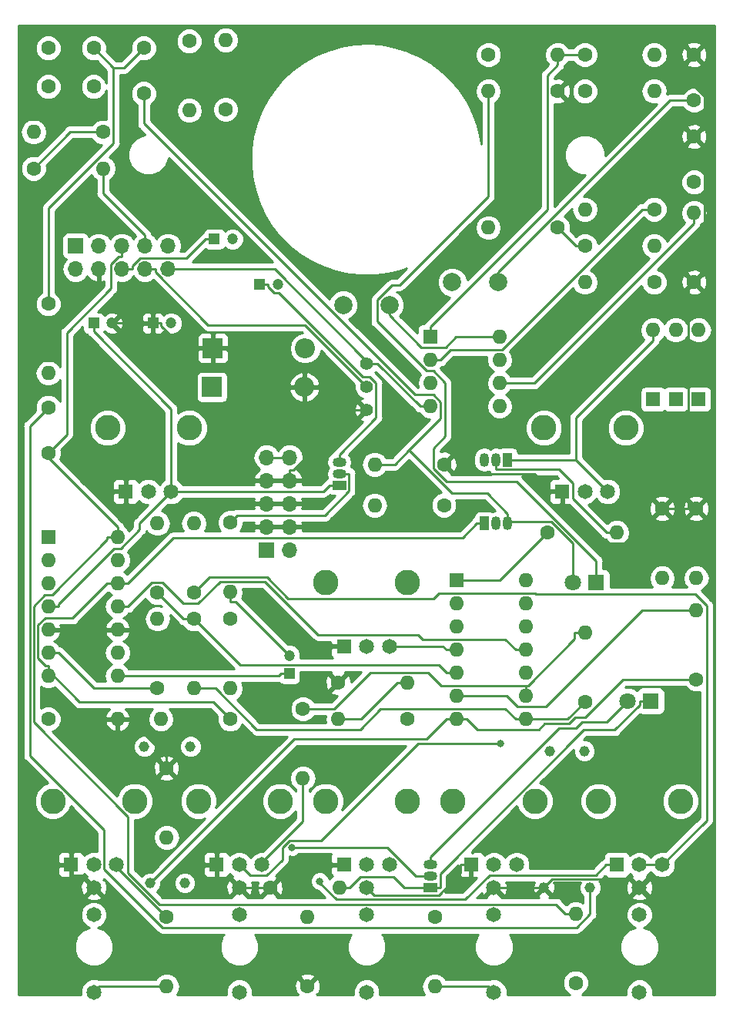
<source format=gbl>
G04 #@! TF.GenerationSoftware,KiCad,Pcbnew,(5.0.0)*
G04 #@! TF.CreationDate,2018-11-17T16:41:15+01:00*
G04 #@! TF.ProjectId,Corona_mainBoard,436F726F6E615F6D61696E426F617264,1*
G04 #@! TF.SameCoordinates,Original*
G04 #@! TF.FileFunction,Copper,L2,Bot,Signal*
G04 #@! TF.FilePolarity,Positive*
%FSLAX46Y46*%
G04 Gerber Fmt 4.6, Leading zero omitted, Abs format (unit mm)*
G04 Created by KiCad (PCBNEW (5.0.0)) date 11/17/18 16:41:15*
%MOMM*%
%LPD*%
G01*
G04 APERTURE LIST*
G04 #@! TA.AperFunction,ComponentPad*
%ADD10C,2.000000*%
G04 #@! TD*
G04 #@! TA.AperFunction,ComponentPad*
%ADD11C,1.648460*%
G04 #@! TD*
G04 #@! TA.AperFunction,ComponentPad*
%ADD12R,1.648460X1.648460*%
G04 #@! TD*
G04 #@! TA.AperFunction,ComponentPad*
%ADD13C,2.794000*%
G04 #@! TD*
G04 #@! TA.AperFunction,ComponentPad*
%ADD14C,1.422400*%
G04 #@! TD*
G04 #@! TA.AperFunction,ComponentPad*
%ADD15C,1.150000*%
G04 #@! TD*
G04 #@! TA.AperFunction,ComponentPad*
%ADD16C,1.600000*%
G04 #@! TD*
G04 #@! TA.AperFunction,ComponentPad*
%ADD17R,1.200000X1.200000*%
G04 #@! TD*
G04 #@! TA.AperFunction,ComponentPad*
%ADD18C,1.200000*%
G04 #@! TD*
G04 #@! TA.AperFunction,ComponentPad*
%ADD19O,2.200000X2.200000*%
G04 #@! TD*
G04 #@! TA.AperFunction,ComponentPad*
%ADD20R,2.200000X2.200000*%
G04 #@! TD*
G04 #@! TA.AperFunction,ComponentPad*
%ADD21R,1.600000X1.600000*%
G04 #@! TD*
G04 #@! TA.AperFunction,ComponentPad*
%ADD22O,1.600000X1.600000*%
G04 #@! TD*
G04 #@! TA.AperFunction,ComponentPad*
%ADD23R,1.800000X1.800000*%
G04 #@! TD*
G04 #@! TA.AperFunction,ComponentPad*
%ADD24C,1.800000*%
G04 #@! TD*
G04 #@! TA.AperFunction,ComponentPad*
%ADD25R,1.700000X1.700000*%
G04 #@! TD*
G04 #@! TA.AperFunction,ComponentPad*
%ADD26O,1.700000X1.700000*%
G04 #@! TD*
G04 #@! TA.AperFunction,ComponentPad*
%ADD27R,1.500000X1.050000*%
G04 #@! TD*
G04 #@! TA.AperFunction,ComponentPad*
%ADD28O,1.500000X1.050000*%
G04 #@! TD*
G04 #@! TA.AperFunction,ComponentPad*
%ADD29O,1.050000X1.500000*%
G04 #@! TD*
G04 #@! TA.AperFunction,ComponentPad*
%ADD30R,1.050000X1.500000*%
G04 #@! TD*
G04 #@! TA.AperFunction,ViaPad*
%ADD31C,0.800000*%
G04 #@! TD*
G04 #@! TA.AperFunction,Conductor*
%ADD32C,0.250000*%
G04 #@! TD*
G04 #@! TA.AperFunction,Conductor*
%ADD33C,0.254000*%
G04 #@! TD*
G04 APERTURE END LIST*
D10*
G04 #@! TO.P,F1,2*
G04 #@! TO.N,Net-(D1-Pad1)*
X36420000Y-31490000D03*
G04 #@! TO.P,F1,1*
G04 #@! TO.N,/Main board/+12V*
X41500000Y-31500000D03*
G04 #@! TD*
G04 #@! TO.P,F2,1*
G04 #@! TO.N,/Main board/-12V*
X53500000Y-29000000D03*
G04 #@! TO.P,F2,2*
G04 #@! TO.N,Net-(D2-Pad2)*
X48420000Y-28990000D03*
G04 #@! TD*
D11*
G04 #@! TO.P,J_IN1,2*
G04 #@! TO.N,/Main board/GND*
X9000000Y-95501140D03*
G04 #@! TO.P,J_IN1,3*
G04 #@! TO.N,N/C*
X9000000Y-98503420D03*
G04 #@! TO.P,J_IN1,1*
G04 #@! TO.N,Net-(J_IN1-Pad1)*
X9000000Y-106999720D03*
G04 #@! TD*
G04 #@! TO.P,J_OUT1,1*
G04 #@! TO.N,Net-(J_OUT1-Pad1)*
X69000000Y-106998720D03*
G04 #@! TO.P,J_OUT1,3*
G04 #@! TO.N,N/C*
X69000000Y-98502420D03*
G04 #@! TO.P,J_OUT1,2*
G04 #@! TO.N,/Main board/GND*
X69000000Y-95500140D03*
G04 #@! TD*
D12*
G04 #@! TO.P,RV_FB1,1*
G04 #@! TO.N,/Main board/GND*
X60500640Y-51997700D03*
D11*
G04 #@! TO.P,RV_FB1,2*
G04 #@! TO.N,Net-(R13-Pad2)*
X63000000Y-51997700D03*
G04 #@! TO.P,RV_FB1,3*
G04 #@! TO.N,/Main board/+12V*
X65499360Y-51997700D03*
D13*
G04 #@! TO.P,RV_FB1,CHASSIS1*
G04 #@! TO.N,N/C*
X58501660Y-45000000D03*
G04 #@! TO.P,RV_FB1,CHASSIS2*
X67498340Y-45000000D03*
G04 #@! TD*
D14*
G04 #@! TO.P,SW1,1*
G04 #@! TO.N,/Main board/GND*
X39000000Y-43040000D03*
G04 #@! TO.P,SW1,3*
G04 #@! TO.N,/Main board/-12V*
X39000000Y-37960000D03*
G04 #@! TO.P,SW1,2*
G04 #@! TO.N,/Main board/TUBE_8*
X39000000Y-40500000D03*
G04 #@! TD*
D13*
G04 #@! TO.P,RV_GAIN1,CHASSIS2*
G04 #@! TO.N,N/C*
X73498340Y-86000000D03*
G04 #@! TO.P,RV_GAIN1,CHASSIS1*
X64501660Y-86000000D03*
D11*
G04 #@! TO.P,RV_GAIN1,3*
G04 #@! TO.N,Net-(R9-Pad1)*
X71499360Y-92997700D03*
G04 #@! TO.P,RV_GAIN1,2*
X69000000Y-92997700D03*
D12*
G04 #@! TO.P,RV_GAIN1,1*
G04 #@! TO.N,Net-(C12-Pad1)*
X66500640Y-92997700D03*
G04 #@! TD*
D11*
G04 #@! TO.P,J_IN_DRV1,1*
G04 #@! TO.N,Net-(J_IN_DRV1-Pad1)*
X25000000Y-106998720D03*
G04 #@! TO.P,J_IN_DRV1,3*
G04 #@! TO.N,N/C*
X25000000Y-98502420D03*
G04 #@! TO.P,J_IN_DRV1,2*
G04 #@! TO.N,/Main board/GND*
X25000000Y-95500140D03*
G04 #@! TD*
G04 #@! TO.P,J_IN_FB1,2*
G04 #@! TO.N,/Main board/GND*
X53000000Y-95500140D03*
G04 #@! TO.P,J_IN_FB1,3*
G04 #@! TO.N,N/C*
X53000000Y-98502420D03*
G04 #@! TO.P,J_IN_FB1,1*
G04 #@! TO.N,Net-(J_IN_FB1-Pad1)*
X53000000Y-106998720D03*
G04 #@! TD*
D12*
G04 #@! TO.P,RV_DRV1,1*
G04 #@! TO.N,/Main board/GND*
X12500640Y-51997700D03*
D11*
G04 #@! TO.P,RV_DRV1,2*
G04 #@! TO.N,Net-(R11-Pad2)*
X15000000Y-51997700D03*
G04 #@! TO.P,RV_DRV1,3*
G04 #@! TO.N,/Main board/+12V*
X17499360Y-51997700D03*
D13*
G04 #@! TO.P,RV_DRV1,CHASSIS1*
G04 #@! TO.N,N/C*
X10501660Y-45000000D03*
G04 #@! TO.P,RV_DRV1,CHASSIS2*
X19498340Y-45000000D03*
G04 #@! TD*
G04 #@! TO.P,RV_DRV_CV1,CHASSIS2*
G04 #@! TO.N,N/C*
X29498340Y-86000000D03*
G04 #@! TO.P,RV_DRV_CV1,CHASSIS1*
X20501660Y-86000000D03*
D11*
G04 #@! TO.P,RV_DRV_CV1,3*
G04 #@! TO.N,Net-(J_IN_DRV1-Pad1)*
X27499360Y-92997700D03*
G04 #@! TO.P,RV_DRV_CV1,2*
G04 #@! TO.N,Net-(RV_DRV_CV1-Pad2)*
X25000000Y-92997700D03*
D12*
G04 #@! TO.P,RV_DRV_CV1,1*
G04 #@! TO.N,/Main board/GND*
X22500640Y-92997700D03*
G04 #@! TD*
D13*
G04 #@! TO.P,RV_FB_CV1,CHASSIS2*
G04 #@! TO.N,N/C*
X57498340Y-86000000D03*
G04 #@! TO.P,RV_FB_CV1,CHASSIS1*
X48501660Y-86000000D03*
D11*
G04 #@! TO.P,RV_FB_CV1,3*
G04 #@! TO.N,Net-(J_IN_FB1-Pad1)*
X55499360Y-92997700D03*
G04 #@! TO.P,RV_FB_CV1,2*
G04 #@! TO.N,Net-(RV_FB_CV1-Pad2)*
X53000000Y-92997700D03*
D12*
G04 #@! TO.P,RV_FB_CV1,1*
G04 #@! TO.N,/Main board/GND*
X50500640Y-92997700D03*
G04 #@! TD*
D11*
G04 #@! TO.P,J_IN_TONE1,2*
G04 #@! TO.N,/Main board/GND*
X39000000Y-95500140D03*
G04 #@! TO.P,J_IN_TONE1,3*
G04 #@! TO.N,N/C*
X39000000Y-98502420D03*
G04 #@! TO.P,J_IN_TONE1,1*
G04 #@! TO.N,Net-(J_IN_TONE1-Pad1)*
X39000000Y-106998720D03*
G04 #@! TD*
D13*
G04 #@! TO.P,RV_IN1,CHASSIS2*
G04 #@! TO.N,N/C*
X13498340Y-86000000D03*
G04 #@! TO.P,RV_IN1,CHASSIS1*
X4501660Y-86000000D03*
D11*
G04 #@! TO.P,RV_IN1,3*
G04 #@! TO.N,Net-(R5-Pad1)*
X11499360Y-92997700D03*
G04 #@! TO.P,RV_IN1,2*
G04 #@! TO.N,Net-(RV_IN1-Pad2)*
X9000000Y-92997700D03*
D12*
G04 #@! TO.P,RV_IN1,1*
G04 #@! TO.N,/Main board/GND*
X6500640Y-92997700D03*
G04 #@! TD*
G04 #@! TO.P,RV_TONE1,1*
G04 #@! TO.N,/Main board/GND*
X36500640Y-68997700D03*
D11*
G04 #@! TO.P,RV_TONE1,2*
G04 #@! TO.N,Net-(R36-Pad2)*
X39000000Y-68997700D03*
G04 #@! TO.P,RV_TONE1,3*
G04 #@! TO.N,/Main board/+12V*
X41499360Y-68997700D03*
D13*
G04 #@! TO.P,RV_TONE1,CHASSIS1*
G04 #@! TO.N,N/C*
X34501660Y-62000000D03*
G04 #@! TO.P,RV_TONE1,CHASSIS2*
X43498340Y-62000000D03*
G04 #@! TD*
G04 #@! TO.P,RV_TONE_CV1,CHASSIS2*
G04 #@! TO.N,N/C*
X43498340Y-86000000D03*
G04 #@! TO.P,RV_TONE_CV1,CHASSIS1*
X34501660Y-86000000D03*
D11*
G04 #@! TO.P,RV_TONE_CV1,3*
G04 #@! TO.N,Net-(J_IN_TONE1-Pad1)*
X41499360Y-92997700D03*
G04 #@! TO.P,RV_TONE_CV1,2*
G04 #@! TO.N,Net-(RV_TONE_CV1-Pad2)*
X39000000Y-92997700D03*
D12*
G04 #@! TO.P,RV_TONE_CV1,1*
G04 #@! TO.N,/Main board/GND*
X36500640Y-92997700D03*
G04 #@! TD*
D15*
G04 #@! TO.P,U5,2*
G04 #@! TO.N,/Main board/CV_DRV*
X15200000Y-95000000D03*
G04 #@! TO.P,U5,4*
G04 #@! TO.N,/Main board/TUBE_3*
X14560000Y-80000000D03*
G04 #@! TO.P,U5,3*
G04 #@! TO.N,/Main board/TUBE_8*
X19640000Y-80000000D03*
G04 #@! TO.P,U5,1*
G04 #@! TO.N,Net-(R27-Pad2)*
X19000000Y-95000000D03*
G04 #@! TD*
G04 #@! TO.P,U6,2*
G04 #@! TO.N,/Main board/CV_TONE*
X62940000Y-80500000D03*
G04 #@! TO.P,U6,4*
G04 #@! TO.N,Net-(C8-Pad1)*
X63580000Y-95500000D03*
G04 #@! TO.P,U6,3*
G04 #@! TO.N,/Main board/GND*
X58500000Y-95500000D03*
G04 #@! TO.P,U6,1*
G04 #@! TO.N,Net-(R26-Pad2)*
X59140000Y-80500000D03*
G04 #@! TD*
D16*
G04 #@! TO.P,C1,2*
G04 #@! TO.N,/Main board/TUBE_IN*
X9000000Y-3250000D03*
G04 #@! TO.P,C1,1*
G04 #@! TO.N,/Main board/TUBE_2*
X4000000Y-3250000D03*
G04 #@! TD*
G04 #@! TO.P,C2,1*
G04 #@! TO.N,/Main board/TUBE_7*
X9000000Y-7500000D03*
G04 #@! TO.P,C2,2*
G04 #@! TO.N,/Main board/TUBE_1*
X4000000Y-7500000D03*
G04 #@! TD*
G04 #@! TO.P,C5,1*
G04 #@! TO.N,/Main board/+12V*
X75000000Y-18000000D03*
G04 #@! TO.P,C5,2*
G04 #@! TO.N,/Main board/GND*
X75000000Y-13000000D03*
G04 #@! TD*
G04 #@! TO.P,C6,2*
G04 #@! TO.N,/Main board/-12V*
X75000000Y-9000000D03*
G04 #@! TO.P,C6,1*
G04 #@! TO.N,/Main board/GND*
X75000000Y-4000000D03*
G04 #@! TD*
G04 #@! TO.P,C8,2*
G04 #@! TO.N,/Main board/AUDIO_OUT*
X4000000Y-47750000D03*
G04 #@! TO.P,C8,1*
G04 #@! TO.N,Net-(C8-Pad1)*
X4000000Y-42750000D03*
G04 #@! TD*
G04 #@! TO.P,C9,1*
G04 #@! TO.N,Net-(C9-Pad1)*
X14500000Y-8250000D03*
G04 #@! TO.P,C9,2*
G04 #@! TO.N,/Main board/TUBE_IN*
X14500000Y-3250000D03*
G04 #@! TD*
D17*
G04 #@! TO.P,C3,1*
G04 #@! TO.N,/Main board/+12V*
X9000000Y-33500000D03*
D18*
G04 #@! TO.P,C3,2*
G04 #@! TO.N,/Main board/GND*
X11000000Y-33500000D03*
G04 #@! TD*
G04 #@! TO.P,C4,2*
G04 #@! TO.N,/Main board/-12V*
X17500000Y-33500000D03*
D17*
G04 #@! TO.P,C4,1*
G04 #@! TO.N,/Main board/GND*
X15500000Y-33500000D03*
G04 #@! TD*
D18*
G04 #@! TO.P,C7,2*
G04 #@! TO.N,Net-(C7-Pad2)*
X24250000Y-24250000D03*
D17*
G04 #@! TO.P,C7,1*
G04 #@! TO.N,/Main board/TUBE_6*
X22250000Y-24250000D03*
G04 #@! TD*
G04 #@! TO.P,C10,1*
G04 #@! TO.N,Net-(C10-Pad1)*
X27250000Y-29250000D03*
D18*
G04 #@! TO.P,C10,2*
G04 #@! TO.N,/Main board/GND*
X29250000Y-29250000D03*
G04 #@! TD*
D17*
G04 #@! TO.P,C12,1*
G04 #@! TO.N,Net-(C12-Pad1)*
X30500000Y-72000000D03*
D18*
G04 #@! TO.P,C12,2*
G04 #@! TO.N,/Main board/TUBE_OUT*
X30500000Y-70000000D03*
G04 #@! TD*
D19*
G04 #@! TO.P,D1,2*
G04 #@! TO.N,/Main board/GND*
X32160000Y-40500000D03*
D20*
G04 #@! TO.P,D1,1*
G04 #@! TO.N,Net-(D1-Pad1)*
X22000000Y-40500000D03*
G04 #@! TD*
G04 #@! TO.P,D2,1*
G04 #@! TO.N,/Main board/GND*
X22090000Y-36250000D03*
D19*
G04 #@! TO.P,D2,2*
G04 #@! TO.N,Net-(D2-Pad2)*
X32250000Y-36250000D03*
G04 #@! TD*
D21*
G04 #@! TO.P,D3,1*
G04 #@! TO.N,Net-(D3-Pad1)*
X70500000Y-41870000D03*
D22*
G04 #@! TO.P,D3,2*
G04 #@! TO.N,/Main board/+12V*
X70500000Y-34250000D03*
G04 #@! TD*
G04 #@! TO.P,D4,2*
G04 #@! TO.N,Net-(D3-Pad1)*
X73000000Y-34250000D03*
D21*
G04 #@! TO.P,D4,1*
G04 #@! TO.N,Net-(D4-Pad1)*
X73000000Y-41870000D03*
G04 #@! TD*
G04 #@! TO.P,D5,1*
G04 #@! TO.N,Net-(D5-Pad1)*
X75500000Y-41870000D03*
D22*
G04 #@! TO.P,D5,2*
G04 #@! TO.N,Net-(D4-Pad1)*
X75500000Y-34250000D03*
G04 #@! TD*
D23*
G04 #@! TO.P,D6,1*
G04 #@! TO.N,Net-(D6-Pad1)*
X70250000Y-75000000D03*
D24*
G04 #@! TO.P,D6,2*
G04 #@! TO.N,Net-(D5-Pad1)*
X67710000Y-75000000D03*
G04 #@! TD*
D23*
G04 #@! TO.P,D7,1*
G04 #@! TO.N,Net-(D7-Pad1)*
X64250000Y-62000000D03*
D24*
G04 #@! TO.P,D7,2*
G04 #@! TO.N,Net-(C9-Pad1)*
X61710000Y-62000000D03*
G04 #@! TD*
D25*
G04 #@! TO.P,J1,1*
G04 #@! TO.N,Net-(D2-Pad2)*
X28000000Y-58403000D03*
D26*
G04 #@! TO.P,J1,2*
X30540000Y-58403000D03*
G04 #@! TO.P,J1,3*
G04 #@! TO.N,/Main board/GND*
X28000000Y-55863000D03*
G04 #@! TO.P,J1,4*
X30540000Y-55863000D03*
G04 #@! TO.P,J1,5*
X28000000Y-53323000D03*
G04 #@! TO.P,J1,6*
X30540000Y-53323000D03*
G04 #@! TO.P,J1,7*
X28000000Y-50783000D03*
G04 #@! TO.P,J1,8*
X30540000Y-50783000D03*
G04 #@! TO.P,J1,9*
G04 #@! TO.N,Net-(D1-Pad1)*
X28000000Y-48243000D03*
G04 #@! TO.P,J1,10*
X30540000Y-48243000D03*
G04 #@! TD*
G04 #@! TO.P,J3,10*
G04 #@! TO.N,/Main board/-12V*
X17160000Y-27540000D03*
G04 #@! TO.P,J3,9*
G04 #@! TO.N,/Main board/+12V*
X17160000Y-25000000D03*
G04 #@! TO.P,J3,8*
G04 #@! TO.N,/Main board/TUBE_8*
X14620000Y-27540000D03*
G04 #@! TO.P,J3,7*
G04 #@! TO.N,/Main board/TUBE_7*
X14620000Y-25000000D03*
G04 #@! TO.P,J3,6*
G04 #@! TO.N,/Main board/TUBE_6*
X12080000Y-27540000D03*
G04 #@! TO.P,J3,5*
G04 #@! TO.N,/Main board/AUDIO_OUT*
X12080000Y-25000000D03*
G04 #@! TO.P,J3,4*
G04 #@! TO.N,/Main board/GND*
X9540000Y-27540000D03*
G04 #@! TO.P,J3,3*
G04 #@! TO.N,/Main board/TUBE_3*
X9540000Y-25000000D03*
G04 #@! TO.P,J3,2*
G04 #@! TO.N,/Main board/TUBE_2*
X7000000Y-27540000D03*
D25*
G04 #@! TO.P,J3,1*
G04 #@! TO.N,/Main board/TUBE_1*
X7000000Y-25000000D03*
G04 #@! TD*
D27*
G04 #@! TO.P,Q1,1*
G04 #@! TO.N,/Main board/+12V*
X36000000Y-51290000D03*
D28*
G04 #@! TO.P,Q1,3*
G04 #@! TO.N,Net-(C10-Pad1)*
X36000000Y-48750000D03*
G04 #@! TO.P,Q1,2*
G04 #@! TO.N,Net-(Q1-Pad2)*
X36000000Y-50020000D03*
G04 #@! TD*
G04 #@! TO.P,Q2,2*
G04 #@! TO.N,Net-(Q2-Pad2)*
X46000000Y-94230000D03*
G04 #@! TO.P,Q2,3*
G04 #@! TO.N,Net-(D5-Pad1)*
X46000000Y-92960000D03*
D27*
G04 #@! TO.P,Q2,1*
G04 #@! TO.N,Net-(D6-Pad1)*
X46000000Y-95500000D03*
G04 #@! TD*
D29*
G04 #@! TO.P,Q3,2*
G04 #@! TO.N,Net-(Q3-Pad2)*
X53230000Y-48500000D03*
G04 #@! TO.P,Q3,3*
G04 #@! TO.N,Net-(Q3-Pad3)*
X51960000Y-48500000D03*
D30*
G04 #@! TO.P,Q3,1*
G04 #@! TO.N,/Main board/+12V*
X54500000Y-48500000D03*
G04 #@! TD*
G04 #@! TO.P,Q4,1*
G04 #@! TO.N,Net-(Q4-Pad1)*
X51960000Y-55500000D03*
D29*
G04 #@! TO.P,Q4,3*
G04 #@! TO.N,Net-(C9-Pad1)*
X54500000Y-55500000D03*
G04 #@! TO.P,Q4,2*
G04 #@! TO.N,Net-(Q3-Pad3)*
X53230000Y-55500000D03*
G04 #@! TD*
D16*
G04 #@! TO.P,R1,1*
G04 #@! TO.N,/Main board/TUBE_8*
X10000000Y-12500000D03*
D22*
G04 #@! TO.P,R1,2*
G04 #@! TO.N,/Main board/TUBE_2*
X2380000Y-12500000D03*
G04 #@! TD*
G04 #@! TO.P,R2,2*
G04 #@! TO.N,/Main board/+12V*
X19500000Y-10120000D03*
D16*
G04 #@! TO.P,R2,1*
G04 #@! TO.N,/Main board/TUBE_1*
X19500000Y-2500000D03*
G04 #@! TD*
D22*
G04 #@! TO.P,R3,2*
G04 #@! TO.N,/Main board/TUBE_7*
X10000000Y-16500000D03*
D16*
G04 #@! TO.P,R3,1*
G04 #@! TO.N,/Main board/TUBE_8*
X2380000Y-16500000D03*
G04 #@! TD*
D22*
G04 #@! TO.P,R4,2*
G04 #@! TO.N,/Main board/+12V*
X23500000Y-2380000D03*
D16*
G04 #@! TO.P,R4,1*
G04 #@! TO.N,/Main board/TUBE_6*
X23500000Y-10000000D03*
G04 #@! TD*
G04 #@! TO.P,R5,1*
G04 #@! TO.N,Net-(R5-Pad1)*
X17000000Y-98750000D03*
D22*
G04 #@! TO.P,R5,2*
G04 #@! TO.N,Net-(J_IN1-Pad1)*
X17000000Y-106370000D03*
G04 #@! TD*
G04 #@! TO.P,R6,2*
G04 #@! TO.N,Net-(Q3-Pad2)*
X66500000Y-56500000D03*
D16*
G04 #@! TO.P,R6,1*
G04 #@! TO.N,/Main board/CV_FB*
X58880000Y-56500000D03*
G04 #@! TD*
D22*
G04 #@! TO.P,R7,2*
G04 #@! TO.N,/Main board/GND*
X11620000Y-77000000D03*
D16*
G04 #@! TO.P,R7,1*
G04 #@! TO.N,Net-(R42-Pad2)*
X4000000Y-77000000D03*
G04 #@! TD*
G04 #@! TO.P,R8,1*
G04 #@! TO.N,/Main board/GND*
X60000000Y-8000000D03*
D22*
G04 #@! TO.P,R8,2*
G04 #@! TO.N,Net-(D7-Pad1)*
X52380000Y-8000000D03*
G04 #@! TD*
G04 #@! TO.P,R9,2*
G04 #@! TO.N,Net-(C7-Pad2)*
X20000000Y-55500000D03*
D16*
G04 #@! TO.P,R9,1*
G04 #@! TO.N,Net-(R9-Pad1)*
X20000000Y-63120000D03*
G04 #@! TD*
G04 #@! TO.P,R10,1*
G04 #@! TO.N,Net-(R10-Pad1)*
X20000000Y-66000000D03*
D22*
G04 #@! TO.P,R10,2*
G04 #@! TO.N,Net-(R10-Pad2)*
X20000000Y-73620000D03*
G04 #@! TD*
G04 #@! TO.P,R11,2*
G04 #@! TO.N,Net-(R11-Pad2)*
X16000000Y-55500000D03*
D16*
G04 #@! TO.P,R11,1*
G04 #@! TO.N,Net-(R10-Pad1)*
X16000000Y-63120000D03*
G04 #@! TD*
D22*
G04 #@! TO.P,R12,2*
G04 #@! TO.N,Net-(J_IN_FB1-Pad1)*
X46500000Y-106370000D03*
D16*
G04 #@! TO.P,R12,1*
G04 #@! TO.N,Net-(R12-Pad1)*
X46500000Y-98750000D03*
G04 #@! TD*
D22*
G04 #@! TO.P,R13,2*
G04 #@! TO.N,Net-(R13-Pad2)*
X52380000Y-23000000D03*
D16*
G04 #@! TO.P,R13,1*
G04 #@! TO.N,Net-(R13-Pad1)*
X60000000Y-23000000D03*
G04 #@! TD*
G04 #@! TO.P,R14,1*
G04 #@! TO.N,Net-(Q1-Pad2)*
X24000000Y-55380000D03*
D22*
G04 #@! TO.P,R14,2*
G04 #@! TO.N,/Main board/TUBE_OUT*
X24000000Y-63000000D03*
G04 #@! TD*
D16*
G04 #@! TO.P,R15,1*
G04 #@! TO.N,/Main board/GND*
X75250000Y-53880000D03*
D22*
G04 #@! TO.P,R15,2*
G04 #@! TO.N,Net-(R15-Pad2)*
X75250000Y-61500000D03*
G04 #@! TD*
G04 #@! TO.P,R16,2*
G04 #@! TO.N,Net-(C10-Pad1)*
X32500000Y-98750000D03*
D16*
G04 #@! TO.P,R16,1*
G04 #@! TO.N,/Main board/GND*
X32500000Y-106370000D03*
G04 #@! TD*
G04 #@! TO.P,R17,1*
G04 #@! TO.N,Net-(Q2-Pad2)*
X24000000Y-66000000D03*
D22*
G04 #@! TO.P,R17,2*
G04 #@! TO.N,Net-(C10-Pad1)*
X24000000Y-73620000D03*
G04 #@! TD*
G04 #@! TO.P,R18,2*
G04 #@! TO.N,Net-(D6-Pad1)*
X36000000Y-95500000D03*
D16*
G04 #@! TO.P,R18,1*
G04 #@! TO.N,/Main board/GND*
X28380000Y-95500000D03*
G04 #@! TD*
G04 #@! TO.P,R19,1*
G04 #@! TO.N,Net-(J_OUT1-Pad1)*
X62000000Y-106000000D03*
D22*
G04 #@! TO.P,R19,2*
G04 #@! TO.N,/Main board/AUDIO_OUT*
X62000000Y-98380000D03*
G04 #@! TD*
G04 #@! TO.P,R20,2*
G04 #@! TO.N,Net-(R20-Pad2)*
X43500000Y-73000000D03*
D16*
G04 #@! TO.P,R20,1*
G04 #@! TO.N,/Main board/GND*
X35880000Y-73000000D03*
G04 #@! TD*
G04 #@! TO.P,R21,1*
G04 #@! TO.N,/Main board/CV_DRV*
X75250000Y-72620000D03*
D22*
G04 #@! TO.P,R21,2*
G04 #@! TO.N,Net-(R15-Pad2)*
X75250000Y-65000000D03*
G04 #@! TD*
D16*
G04 #@! TO.P,R22,1*
G04 #@! TO.N,/Main board/CV_FB*
X43500000Y-77000000D03*
D22*
G04 #@! TO.P,R22,2*
G04 #@! TO.N,Net-(R20-Pad2)*
X35880000Y-77000000D03*
G04 #@! TD*
G04 #@! TO.P,R25,2*
G04 #@! TO.N,Net-(C9-Pad1)*
X39880000Y-49000000D03*
D16*
G04 #@! TO.P,R25,1*
G04 #@! TO.N,/Main board/GND*
X47500000Y-49000000D03*
G04 #@! TD*
D22*
G04 #@! TO.P,R26,2*
G04 #@! TO.N,Net-(R26-Pad2)*
X71500000Y-61500000D03*
D16*
G04 #@! TO.P,R26,1*
G04 #@! TO.N,/Main board/GND*
X71500000Y-53880000D03*
G04 #@! TD*
G04 #@! TO.P,R27,1*
G04 #@! TO.N,/Main board/GND*
X17000000Y-82380000D03*
D22*
G04 #@! TO.P,R27,2*
G04 #@! TO.N,Net-(R27-Pad2)*
X17000000Y-90000000D03*
G04 #@! TD*
D16*
G04 #@! TO.P,R30,1*
G04 #@! TO.N,Net-(R30-Pad1)*
X32000000Y-75880000D03*
D22*
G04 #@! TO.P,R30,2*
G04 #@! TO.N,Net-(J_IN_DRV1-Pad1)*
X32000000Y-83500000D03*
G04 #@! TD*
G04 #@! TO.P,R31,2*
G04 #@! TO.N,Net-(R30-Pad1)*
X63000000Y-67500000D03*
D16*
G04 #@! TO.P,R31,1*
G04 #@! TO.N,Net-(R10-Pad2)*
X63000000Y-75120000D03*
G04 #@! TD*
G04 #@! TO.P,R32,1*
G04 #@! TO.N,Net-(R32-Pad1)*
X70620000Y-29000000D03*
D22*
G04 #@! TO.P,R32,2*
G04 #@! TO.N,Net-(R12-Pad1)*
X63000000Y-29000000D03*
G04 #@! TD*
G04 #@! TO.P,R33,2*
G04 #@! TO.N,Net-(R32-Pad1)*
X70620000Y-25000000D03*
D16*
G04 #@! TO.P,R33,1*
G04 #@! TO.N,Net-(R13-Pad1)*
X63000000Y-25000000D03*
G04 #@! TD*
G04 #@! TO.P,R34,1*
G04 #@! TO.N,Net-(R34-Pad1)*
X70620000Y-21000000D03*
D22*
G04 #@! TO.P,R34,2*
G04 #@! TO.N,Net-(J_IN_TONE1-Pad1)*
X63000000Y-21000000D03*
G04 #@! TD*
D16*
G04 #@! TO.P,R35,1*
G04 #@! TO.N,Net-(R35-Pad1)*
X63000000Y-4000000D03*
D22*
G04 #@! TO.P,R35,2*
G04 #@! TO.N,Net-(R34-Pad1)*
X70620000Y-4000000D03*
G04 #@! TD*
D16*
G04 #@! TO.P,R36,1*
G04 #@! TO.N,Net-(R36-Pad1)*
X47500000Y-53500000D03*
D22*
G04 #@! TO.P,R36,2*
G04 #@! TO.N,Net-(R36-Pad2)*
X39880000Y-53500000D03*
G04 #@! TD*
D16*
G04 #@! TO.P,R37,1*
G04 #@! TO.N,Net-(R36-Pad1)*
X52380000Y-4000000D03*
D22*
G04 #@! TO.P,R37,2*
G04 #@! TO.N,Net-(R35-Pad1)*
X60000000Y-4000000D03*
G04 #@! TD*
D16*
G04 #@! TO.P,R38,1*
G04 #@! TO.N,/Main board/GND*
X75000000Y-29000000D03*
D22*
G04 #@! TO.P,R38,2*
G04 #@! TO.N,Net-(R38-Pad2)*
X75000000Y-21380000D03*
G04 #@! TD*
D16*
G04 #@! TO.P,R39,1*
G04 #@! TO.N,/Main board/CV_TONE*
X63000000Y-8000000D03*
D22*
G04 #@! TO.P,R39,2*
G04 #@! TO.N,Net-(R38-Pad2)*
X70620000Y-8000000D03*
G04 #@! TD*
G04 #@! TO.P,R40,2*
G04 #@! TO.N,/Main board/TUBE_OUT*
X16000000Y-66000000D03*
D16*
G04 #@! TO.P,R40,1*
G04 #@! TO.N,Net-(R40-Pad1)*
X16000000Y-73620000D03*
G04 #@! TD*
G04 #@! TO.P,R41,1*
G04 #@! TO.N,Net-(Q4-Pad1)*
X24000000Y-77000000D03*
D22*
G04 #@! TO.P,R41,2*
G04 #@! TO.N,Net-(R40-Pad1)*
X16380000Y-77000000D03*
G04 #@! TD*
D16*
G04 #@! TO.P,R42,1*
G04 #@! TO.N,/Main board/TUBE_IN*
X4000000Y-31380000D03*
D22*
G04 #@! TO.P,R42,2*
G04 #@! TO.N,Net-(R42-Pad2)*
X4000000Y-39000000D03*
G04 #@! TD*
G04 #@! TO.P,U1,14*
G04 #@! TO.N,/Main board/AUDIO_OUT*
X11620000Y-57000000D03*
G04 #@! TO.P,U1,7*
G04 #@! TO.N,Net-(Q4-Pad1)*
X4000000Y-72240000D03*
G04 #@! TO.P,U1,13*
G04 #@! TO.N,/Main board/AUDIO_OUT*
X11620000Y-59540000D03*
G04 #@! TO.P,U1,6*
G04 #@! TO.N,Net-(R40-Pad1)*
X4000000Y-69700000D03*
G04 #@! TO.P,U1,12*
G04 #@! TO.N,Net-(Q4-Pad1)*
X11620000Y-62080000D03*
G04 #@! TO.P,U1,5*
G04 #@! TO.N,/Main board/GND*
X4000000Y-67160000D03*
G04 #@! TO.P,U1,11*
G04 #@! TO.N,/Main board/-12V*
X11620000Y-64620000D03*
G04 #@! TO.P,U1,4*
G04 #@! TO.N,/Main board/+12V*
X4000000Y-64620000D03*
G04 #@! TO.P,U1,10*
G04 #@! TO.N,/Main board/GND*
X11620000Y-67160000D03*
G04 #@! TO.P,U1,3*
G04 #@! TO.N,Net-(RV_IN1-Pad2)*
X4000000Y-62080000D03*
G04 #@! TO.P,U1,9*
G04 #@! TO.N,Net-(R9-Pad1)*
X11620000Y-69700000D03*
G04 #@! TO.P,U1,2*
G04 #@! TO.N,Net-(R42-Pad2)*
X4000000Y-59540000D03*
G04 #@! TO.P,U1,8*
G04 #@! TO.N,Net-(C12-Pad1)*
X11620000Y-72240000D03*
D21*
G04 #@! TO.P,U1,1*
G04 #@! TO.N,/Main board/TUBE_IN*
X4000000Y-57000000D03*
G04 #@! TD*
G04 #@! TO.P,U3,1*
G04 #@! TO.N,/Main board/CV_FB*
X48880000Y-61760000D03*
D22*
G04 #@! TO.P,U3,8*
G04 #@! TO.N,Net-(R10-Pad2)*
X56500000Y-77000000D03*
G04 #@! TO.P,U3,2*
G04 #@! TO.N,Net-(R20-Pad2)*
X48880000Y-64300000D03*
G04 #@! TO.P,U3,9*
G04 #@! TO.N,Net-(R30-Pad1)*
X56500000Y-74460000D03*
G04 #@! TO.P,U3,3*
G04 #@! TO.N,Net-(R13-Pad1)*
X48880000Y-66840000D03*
G04 #@! TO.P,U3,10*
G04 #@! TO.N,Net-(RV_DRV_CV1-Pad2)*
X56500000Y-71920000D03*
G04 #@! TO.P,U3,4*
G04 #@! TO.N,/Main board/+12V*
X48880000Y-69380000D03*
G04 #@! TO.P,U3,11*
G04 #@! TO.N,/Main board/-12V*
X56500000Y-69380000D03*
G04 #@! TO.P,U3,5*
G04 #@! TO.N,Net-(R10-Pad1)*
X48880000Y-71920000D03*
G04 #@! TO.P,U3,12*
G04 #@! TO.N,Net-(RV_FB_CV1-Pad2)*
X56500000Y-66840000D03*
G04 #@! TO.P,U3,6*
G04 #@! TO.N,Net-(R15-Pad2)*
X48880000Y-74460000D03*
G04 #@! TO.P,U3,13*
G04 #@! TO.N,Net-(R12-Pad1)*
X56500000Y-64300000D03*
G04 #@! TO.P,U3,7*
G04 #@! TO.N,/Main board/CV_DRV*
X48880000Y-77000000D03*
G04 #@! TO.P,U3,14*
G04 #@! TO.N,Net-(R32-Pad1)*
X56500000Y-61760000D03*
G04 #@! TD*
D21*
G04 #@! TO.P,U4,1*
G04 #@! TO.N,Net-(R35-Pad1)*
X46000000Y-35000000D03*
D22*
G04 #@! TO.P,U4,5*
G04 #@! TO.N,Net-(R36-Pad1)*
X53620000Y-42620000D03*
G04 #@! TO.P,U4,2*
G04 #@! TO.N,Net-(R34-Pad1)*
X46000000Y-37540000D03*
G04 #@! TO.P,U4,6*
G04 #@! TO.N,Net-(R38-Pad2)*
X53620000Y-40080000D03*
G04 #@! TO.P,U4,3*
G04 #@! TO.N,Net-(RV_TONE_CV1-Pad2)*
X46000000Y-40080000D03*
G04 #@! TO.P,U4,7*
G04 #@! TO.N,/Main board/CV_TONE*
X53620000Y-37540000D03*
G04 #@! TO.P,U4,4*
G04 #@! TO.N,/Main board/-12V*
X46000000Y-42620000D03*
G04 #@! TO.P,U4,8*
G04 #@! TO.N,/Main board/+12V*
X53620000Y-35000000D03*
G04 #@! TD*
D31*
G04 #@! TO.N,/Main board/GND*
X61000000Y-86000000D03*
X58500000Y-35000000D03*
G04 #@! TO.N,Net-(Q2-Pad2)*
X30794300Y-91074200D03*
G04 #@! TO.N,Net-(C12-Pad1)*
X33857500Y-94814900D03*
G04 #@! TO.N,Net-(RV_DRV_CV1-Pad2)*
X53726000Y-79658400D03*
G04 #@! TD*
D32*
G04 #@! TO.N,/Main board/TUBE_7*
X14620000Y-25000000D02*
X14620000Y-23824700D01*
X14620000Y-23824700D02*
X10000000Y-19204700D01*
X10000000Y-19204700D02*
X10000000Y-16500000D01*
G04 #@! TO.N,/Main board/GND*
X47500000Y-49000000D02*
X48576000Y-50076000D01*
X48576000Y-50076000D02*
X57429400Y-50076000D01*
X57429400Y-50076000D02*
X59351100Y-51997700D01*
X35351100Y-92997700D02*
X30882300Y-92997700D01*
X30882300Y-92997700D02*
X28380000Y-95500000D01*
X53000000Y-95500100D02*
X58499900Y-95500100D01*
X58499900Y-95500100D02*
X58500000Y-95500000D01*
X74343700Y-53880000D02*
X75250000Y-53880000D01*
X71500000Y-53880000D02*
X74343700Y-53880000D01*
X74343700Y-53880000D02*
X74343700Y-29656300D01*
X74343700Y-29656300D02*
X75000000Y-29000000D01*
X22090000Y-36250000D02*
X23515300Y-36250000D01*
X32160000Y-40500000D02*
X27765300Y-40500000D01*
X27765300Y-40500000D02*
X23515300Y-36250000D01*
X32160000Y-43040000D02*
X32160000Y-40500000D01*
X50500600Y-92997700D02*
X49351100Y-92997700D01*
X39000000Y-95500100D02*
X39857200Y-96357300D01*
X39857200Y-96357300D02*
X46925500Y-96357300D01*
X46925500Y-96357300D02*
X49351100Y-93931700D01*
X49351100Y-93931700D02*
X49351100Y-92997700D01*
X28000000Y-50783000D02*
X30540000Y-50783000D01*
X69000000Y-95500100D02*
X68097500Y-94597600D01*
X68097500Y-94597600D02*
X59402400Y-94597600D01*
X59402400Y-94597600D02*
X58500000Y-95500000D01*
X36500600Y-92997700D02*
X35351100Y-92997700D01*
X73312500Y-5687500D02*
X75000000Y-4000000D01*
X60000000Y-8000000D02*
X62312500Y-5687500D01*
X62312500Y-5687500D02*
X73312500Y-5687500D01*
X73312500Y-5687500D02*
X76172600Y-8547600D01*
X76172600Y-8547600D02*
X76172600Y-11827400D01*
X76172600Y-11827400D02*
X75000000Y-13000000D01*
X75000000Y-29000000D02*
X76172600Y-27827400D01*
X76172600Y-27827400D02*
X76172600Y-14172600D01*
X76172600Y-14172600D02*
X75000000Y-13000000D01*
X30540000Y-49607700D02*
X30907300Y-49607700D01*
X30907300Y-49607700D02*
X32160000Y-48355000D01*
X32160000Y-48355000D02*
X32160000Y-43040000D01*
X39000000Y-43040000D02*
X32160000Y-43040000D01*
X30540000Y-50783000D02*
X30540000Y-49607700D01*
X25000000Y-95500100D02*
X28379900Y-95500100D01*
X28379900Y-95500100D02*
X28380000Y-95500000D01*
X6500600Y-92997700D02*
X6500600Y-94147200D01*
X6500600Y-94147200D02*
X7646100Y-94147200D01*
X7646100Y-94147200D02*
X9000000Y-95501100D01*
X11620000Y-77000000D02*
X12892700Y-77000000D01*
X12892700Y-77000000D02*
X17000000Y-81107300D01*
X17000000Y-81107300D02*
X17000000Y-82380000D01*
X15500000Y-33500000D02*
X16425300Y-33500000D01*
X22090000Y-36250000D02*
X18915100Y-36250000D01*
X18915100Y-36250000D02*
X16425300Y-33760200D01*
X16425300Y-33760200D02*
X16425300Y-33500000D01*
X60500600Y-51997700D02*
X59351100Y-51997700D01*
X15500000Y-33500000D02*
X11000000Y-33500000D01*
X71500000Y-53880000D02*
X67740800Y-57639200D01*
X67740800Y-57639200D02*
X64992600Y-57639200D01*
X64992600Y-57639200D02*
X60500600Y-53147200D01*
X60500600Y-51997700D02*
X60500600Y-53147200D01*
X11620000Y-67160000D02*
X4000000Y-67160000D01*
G04 #@! TO.N,/Main board/+12V*
X62001700Y-48500000D02*
X65499400Y-51997700D01*
X54500000Y-48500000D02*
X62001700Y-48500000D01*
X70500000Y-35375300D02*
X62001700Y-43873600D01*
X62001700Y-43873600D02*
X62001700Y-48500000D01*
X70500000Y-34250000D02*
X70500000Y-35375300D01*
X53620000Y-35000000D02*
X48798900Y-35000000D01*
X48798900Y-35000000D02*
X47673500Y-36125400D01*
X47673500Y-36125400D02*
X45030900Y-36125400D01*
X45030900Y-36125400D02*
X41500000Y-32594500D01*
X41500000Y-32594500D02*
X41500000Y-31500000D01*
X17499400Y-51997700D02*
X14045200Y-55451900D01*
X14045200Y-55451900D02*
X14045200Y-56172300D01*
X14045200Y-56172300D02*
X11947500Y-58270000D01*
X11947500Y-58270000D02*
X11194000Y-58270000D01*
X11194000Y-58270000D02*
X5125300Y-64338700D01*
X5125300Y-64338700D02*
X5125300Y-64620000D01*
X9000000Y-34425300D02*
X17499400Y-42924700D01*
X17499400Y-42924700D02*
X17499400Y-51997700D01*
X4000000Y-64620000D02*
X5125300Y-64620000D01*
X9000000Y-33500000D02*
X9000000Y-34425300D01*
X34924700Y-51290000D02*
X34217000Y-51997700D01*
X34217000Y-51997700D02*
X17499400Y-51997700D01*
X36000000Y-51290000D02*
X34924700Y-51290000D01*
X48880000Y-69380000D02*
X47754700Y-69380000D01*
X41499400Y-68997700D02*
X47372400Y-68997700D01*
X47372400Y-68997700D02*
X47754700Y-69380000D01*
G04 #@! TO.N,/Main board/-12V*
X39000000Y-37960000D02*
X39000000Y-37656300D01*
X39000000Y-37656300D02*
X28883700Y-27540000D01*
X28883700Y-27540000D02*
X17160000Y-27540000D01*
X44874700Y-42620000D02*
X40214700Y-37960000D01*
X40214700Y-37960000D02*
X39000000Y-37960000D01*
X53500000Y-29000000D02*
X53500000Y-27886000D01*
X53500000Y-27886000D02*
X72386000Y-9000000D01*
X72386000Y-9000000D02*
X75000000Y-9000000D01*
X12745300Y-64620000D02*
X15370700Y-61994600D01*
X15370700Y-61994600D02*
X16535900Y-61994600D01*
X16535900Y-61994600D02*
X18809100Y-64267800D01*
X18809100Y-64267800D02*
X20476600Y-64267800D01*
X20476600Y-64267800D02*
X22869800Y-61874600D01*
X22869800Y-61874600D02*
X27809600Y-61874600D01*
X27809600Y-61874600D02*
X33675100Y-67740100D01*
X33675100Y-67740100D02*
X44687200Y-67740100D01*
X44687200Y-67740100D02*
X45201800Y-68254700D01*
X45201800Y-68254700D02*
X54249400Y-68254700D01*
X54249400Y-68254700D02*
X55374700Y-69380000D01*
X56500000Y-69380000D02*
X55374700Y-69380000D01*
X11620000Y-64620000D02*
X12745300Y-64620000D01*
X46000000Y-42620000D02*
X44874700Y-42620000D01*
G04 #@! TO.N,/Main board/TUBE_6*
X12080000Y-27540000D02*
X13255300Y-27540000D01*
X22250000Y-24250000D02*
X21324700Y-24250000D01*
X21324700Y-24250000D02*
X19210000Y-26364700D01*
X19210000Y-26364700D02*
X14063200Y-26364700D01*
X14063200Y-26364700D02*
X13255300Y-27172600D01*
X13255300Y-27172600D02*
X13255300Y-27540000D01*
G04 #@! TO.N,Net-(C10-Pad1)*
X27250000Y-29250000D02*
X28175300Y-29250000D01*
X36000000Y-48750000D02*
X36000000Y-47899700D01*
X36000000Y-47899700D02*
X40040900Y-43858800D01*
X40040900Y-43858800D02*
X40040900Y-40075000D01*
X40040900Y-40075000D02*
X39355200Y-39389300D01*
X39355200Y-39389300D02*
X38526200Y-39389300D01*
X38526200Y-39389300D02*
X29312200Y-30175300D01*
X29312200Y-30175300D02*
X28840300Y-30175300D01*
X28840300Y-30175300D02*
X28175300Y-29510300D01*
X28175300Y-29510300D02*
X28175300Y-29250000D01*
G04 #@! TO.N,Net-(D1-Pad1)*
X30540000Y-48243000D02*
X28000000Y-48243000D01*
G04 #@! TO.N,Net-(D5-Pad1)*
X46000000Y-92109700D02*
X60133900Y-77975800D01*
X60133900Y-77975800D02*
X62055400Y-77975800D01*
X62055400Y-77975800D02*
X62705600Y-77325600D01*
X62705600Y-77325600D02*
X65384400Y-77325600D01*
X65384400Y-77325600D02*
X67710000Y-75000000D01*
X46000000Y-92960000D02*
X46000000Y-92109700D01*
G04 #@! TO.N,/Main board/TUBE_8*
X15795300Y-27540000D02*
X15795300Y-27907300D01*
X15795300Y-27907300D02*
X21561500Y-33673500D01*
X21561500Y-33673500D02*
X32173500Y-33673500D01*
X32173500Y-33673500D02*
X39000000Y-40500000D01*
X14620000Y-27540000D02*
X15795300Y-27540000D01*
X2380000Y-16500000D02*
X6380000Y-12500000D01*
X6380000Y-12500000D02*
X10000000Y-12500000D01*
G04 #@! TO.N,Net-(Q1-Pad2)*
X36000000Y-50020000D02*
X37075300Y-50020000D01*
X24000000Y-55380000D02*
X24787000Y-54593000D01*
X24787000Y-54593000D02*
X34432200Y-54593000D01*
X34432200Y-54593000D02*
X37075300Y-51949900D01*
X37075300Y-51949900D02*
X37075300Y-50020000D01*
G04 #@! TO.N,Net-(Q2-Pad2)*
X30794300Y-91074200D02*
X41243900Y-91074200D01*
X41243900Y-91074200D02*
X44399700Y-94230000D01*
X44399700Y-94230000D02*
X46000000Y-94230000D01*
G04 #@! TO.N,Net-(J_IN1-Pad1)*
X17000000Y-106370000D02*
X9629700Y-106370000D01*
X9629700Y-106370000D02*
X9000000Y-106999700D01*
G04 #@! TO.N,Net-(R9-Pad1)*
X20000000Y-63120000D02*
X21695800Y-61424200D01*
X21695800Y-61424200D02*
X28072900Y-61424200D01*
X28072900Y-61424200D02*
X30377000Y-63728300D01*
X30377000Y-63728300D02*
X46348200Y-63728300D01*
X46348200Y-63728300D02*
X46936500Y-63140000D01*
X46936500Y-63140000D02*
X57540000Y-63140000D01*
X57540000Y-63140000D02*
X57650000Y-63250000D01*
X57650000Y-63250000D02*
X75107800Y-63250000D01*
X75107800Y-63250000D02*
X76375800Y-64518000D01*
X76375800Y-64518000D02*
X76375800Y-88121300D01*
X76375800Y-88121300D02*
X71499400Y-92997700D01*
X69000000Y-92997700D02*
X71499400Y-92997700D01*
G04 #@! TO.N,/Main board/TUBE_OUT*
X24000000Y-63000000D02*
X24000000Y-64125300D01*
X24000000Y-64125300D02*
X24625300Y-64125300D01*
X24625300Y-64125300D02*
X30500000Y-70000000D01*
G04 #@! TO.N,Net-(D6-Pad1)*
X70250000Y-75000000D02*
X69024700Y-75000000D01*
X46000000Y-95500000D02*
X47075300Y-95500000D01*
X47075300Y-95500000D02*
X47075300Y-93968800D01*
X47075300Y-93968800D02*
X62852200Y-78191900D01*
X62852200Y-78191900D02*
X66292300Y-78191900D01*
X66292300Y-78191900D02*
X69024700Y-75459500D01*
X69024700Y-75459500D02*
X69024700Y-75000000D01*
X37125300Y-95500000D02*
X38276500Y-94348800D01*
X38276500Y-94348800D02*
X41955700Y-94348800D01*
X41955700Y-94348800D02*
X43106900Y-95500000D01*
X43106900Y-95500000D02*
X46000000Y-95500000D01*
X36000000Y-95500000D02*
X37125300Y-95500000D01*
G04 #@! TO.N,Net-(C12-Pad1)*
X66500600Y-92997700D02*
X65351100Y-92997700D01*
X33857500Y-94814900D02*
X33857500Y-94978500D01*
X33857500Y-94978500D02*
X35689600Y-96810600D01*
X35689600Y-96810600D02*
X49840900Y-96810600D01*
X49840900Y-96810600D02*
X52504300Y-94147200D01*
X52504300Y-94147200D02*
X64201600Y-94147200D01*
X64201600Y-94147200D02*
X65351100Y-92997700D01*
X11620000Y-72240000D02*
X29334700Y-72240000D01*
X29334700Y-72240000D02*
X29574700Y-72000000D01*
X30500000Y-72000000D02*
X29574700Y-72000000D01*
G04 #@! TO.N,/Main board/TUBE_IN*
X11166000Y-5416000D02*
X9000000Y-3250000D01*
X4000000Y-31380000D02*
X4000000Y-20875000D01*
X4000000Y-20875000D02*
X11166000Y-13709000D01*
X11166000Y-13709000D02*
X11166000Y-5416000D01*
X11166000Y-5416000D02*
X12334000Y-5416000D01*
X12334000Y-5416000D02*
X14500000Y-3250000D01*
G04 #@! TO.N,Net-(C9-Pad1)*
X54500000Y-55419500D02*
X54594900Y-55324600D01*
X54594900Y-55324600D02*
X59323800Y-55324600D01*
X59323800Y-55324600D02*
X61710000Y-57710800D01*
X61710000Y-57710800D02*
X61710000Y-62000000D01*
X54500000Y-55419500D02*
X54500000Y-54424700D01*
X54500000Y-55500000D02*
X54500000Y-55419500D01*
X43663300Y-47434500D02*
X47155000Y-43942800D01*
X47155000Y-43942800D02*
X47155000Y-42155100D01*
X47155000Y-42155100D02*
X46349900Y-41350000D01*
X46349900Y-41350000D02*
X44305200Y-41350000D01*
X44305200Y-41350000D02*
X14500000Y-11544800D01*
X14500000Y-11544800D02*
X14500000Y-8250000D01*
X41005300Y-49000000D02*
X42097800Y-49000000D01*
X42097800Y-49000000D02*
X43663300Y-47434500D01*
X43663300Y-47434500D02*
X48425200Y-52196500D01*
X48425200Y-52196500D02*
X52271800Y-52196500D01*
X52271800Y-52196500D02*
X54500000Y-54424700D01*
X39880000Y-49000000D02*
X41005300Y-49000000D01*
G04 #@! TO.N,Net-(D7-Pad1)*
X64250000Y-62000000D02*
X64250000Y-59613900D01*
X64250000Y-59613900D02*
X55540100Y-50904000D01*
X55540100Y-50904000D02*
X47799200Y-50904000D01*
X47799200Y-50904000D02*
X46317800Y-49422600D01*
X46317800Y-49422600D02*
X46317800Y-47222800D01*
X46317800Y-47222800D02*
X47621900Y-45918700D01*
X47621900Y-45918700D02*
X47621900Y-40037800D01*
X47621900Y-40037800D02*
X46320200Y-38736100D01*
X46320200Y-38736100D02*
X45590700Y-38736100D01*
X45590700Y-38736100D02*
X40166500Y-33311900D01*
X40166500Y-33311900D02*
X40166500Y-30952400D01*
X40166500Y-30952400D02*
X41806900Y-29312000D01*
X41806900Y-29312000D02*
X42611600Y-29312000D01*
X42611600Y-29312000D02*
X52380000Y-19543600D01*
X52380000Y-19543600D02*
X52380000Y-8000000D01*
G04 #@! TO.N,Net-(J_IN_DRV1-Pad1)*
X32000000Y-83500000D02*
X32000000Y-88205900D01*
X32000000Y-88205900D02*
X27499400Y-92706500D01*
X27499400Y-92706500D02*
X27499400Y-92997700D01*
G04 #@! TO.N,Net-(Q3-Pad2)*
X53230000Y-49575300D02*
X60186800Y-49575300D01*
X60186800Y-49575300D02*
X61650200Y-51038700D01*
X61650200Y-51038700D02*
X61650200Y-52775500D01*
X61650200Y-52775500D02*
X65374700Y-56500000D01*
X53230000Y-48500000D02*
X53230000Y-49575300D01*
X66500000Y-56500000D02*
X65374700Y-56500000D01*
G04 #@! TO.N,Net-(Q4-Pad1)*
X10494700Y-62080000D02*
X6684700Y-65890000D01*
X6684700Y-65890000D02*
X3645900Y-65890000D01*
X3645900Y-65890000D02*
X2874700Y-66661200D01*
X2874700Y-66661200D02*
X2874700Y-70270800D01*
X2874700Y-70270800D02*
X3718600Y-71114700D01*
X3718600Y-71114700D02*
X4000000Y-71114700D01*
X12745300Y-62080000D02*
X17748400Y-57076900D01*
X17748400Y-57076900D02*
X49532800Y-57076900D01*
X49532800Y-57076900D02*
X51109700Y-55500000D01*
X11620000Y-62080000D02*
X12745300Y-62080000D01*
X51960000Y-55500000D02*
X51109700Y-55500000D01*
X11620000Y-62080000D02*
X10494700Y-62080000D01*
X4000000Y-71677300D02*
X7442700Y-75120000D01*
X7442700Y-75120000D02*
X22120000Y-75120000D01*
X22120000Y-75120000D02*
X24000000Y-77000000D01*
X4000000Y-71677300D02*
X4000000Y-71114700D01*
X4000000Y-72240000D02*
X4000000Y-71677300D01*
G04 #@! TO.N,Net-(R5-Pad1)*
X11499400Y-92997700D02*
X11499400Y-93249400D01*
X11499400Y-93249400D02*
X17000000Y-98750000D01*
G04 #@! TO.N,/Main board/CV_FB*
X48880000Y-61760000D02*
X53620000Y-61760000D01*
X53620000Y-61760000D02*
X58880000Y-56500000D01*
G04 #@! TO.N,Net-(R10-Pad1)*
X48880000Y-71920000D02*
X47754700Y-71920000D01*
X47754700Y-71920000D02*
X46909400Y-71074700D01*
X46909400Y-71074700D02*
X25074700Y-71074700D01*
X25074700Y-71074700D02*
X20000000Y-66000000D01*
X16000000Y-63120000D02*
X18880000Y-66000000D01*
X18880000Y-66000000D02*
X20000000Y-66000000D01*
G04 #@! TO.N,Net-(R10-Pad2)*
X56500000Y-77000000D02*
X55374700Y-77000000D01*
X55374700Y-77000000D02*
X54235300Y-75860600D01*
X54235300Y-75860600D02*
X40551600Y-75860600D01*
X40551600Y-75860600D02*
X38276700Y-78135500D01*
X38276700Y-78135500D02*
X26923900Y-78135500D01*
X26923900Y-78135500D02*
X22408400Y-73620000D01*
X22408400Y-73620000D02*
X20000000Y-73620000D01*
X63000000Y-75120000D02*
X61120000Y-77000000D01*
X61120000Y-77000000D02*
X56500000Y-77000000D01*
G04 #@! TO.N,Net-(R15-Pad2)*
X75250000Y-65000000D02*
X69275700Y-65000000D01*
X69275700Y-65000000D02*
X58685700Y-75590000D01*
X58685700Y-75590000D02*
X55554400Y-75590000D01*
X55554400Y-75590000D02*
X54424400Y-74460000D01*
X54424400Y-74460000D02*
X48880000Y-74460000D01*
G04 #@! TO.N,Net-(R20-Pad2)*
X43500000Y-73000000D02*
X42374700Y-73000000D01*
X42374700Y-73000000D02*
X38374700Y-77000000D01*
X38374700Y-77000000D02*
X35880000Y-77000000D01*
G04 #@! TO.N,/Main board/CV_DRV*
X48880000Y-77000000D02*
X50005300Y-77000000D01*
X50005300Y-77000000D02*
X51147200Y-78141900D01*
X51147200Y-78141900D02*
X57915000Y-78141900D01*
X57915000Y-78141900D02*
X58531500Y-77525400D01*
X58531500Y-77525400D02*
X61231500Y-77525400D01*
X61231500Y-77525400D02*
X61961100Y-76795800D01*
X61961100Y-76795800D02*
X63016200Y-76795800D01*
X63016200Y-76795800D02*
X67192000Y-72620000D01*
X67192000Y-72620000D02*
X75250000Y-72620000D01*
X48317400Y-77000000D02*
X48880000Y-77000000D01*
X48317400Y-77000000D02*
X47754700Y-77000000D01*
X15200000Y-95000000D02*
X31018600Y-79181400D01*
X31018600Y-79181400D02*
X45573300Y-79181400D01*
X45573300Y-79181400D02*
X47754700Y-77000000D01*
G04 #@! TO.N,Net-(J_IN_FB1-Pad1)*
X46500000Y-106370000D02*
X52371300Y-106370000D01*
X52371300Y-106370000D02*
X53000000Y-106998700D01*
G04 #@! TO.N,Net-(R13-Pad1)*
X63000000Y-25000000D02*
X62000000Y-25000000D01*
X62000000Y-25000000D02*
X60000000Y-23000000D01*
G04 #@! TO.N,Net-(R30-Pad1)*
X56500000Y-73334700D02*
X47204700Y-73334700D01*
X47204700Y-73334700D02*
X45734400Y-71864400D01*
X45734400Y-71864400D02*
X39424000Y-71864400D01*
X39424000Y-71864400D02*
X35408400Y-75880000D01*
X35408400Y-75880000D02*
X32000000Y-75880000D01*
X56500000Y-73447300D02*
X56500000Y-73334700D01*
X56500000Y-74460000D02*
X56500000Y-73447300D01*
X63000000Y-67500000D02*
X61874700Y-67500000D01*
X56500000Y-73334700D02*
X56749500Y-73334700D01*
X56749500Y-73334700D02*
X61874700Y-68209500D01*
X61874700Y-68209500D02*
X61874700Y-67500000D01*
G04 #@! TO.N,Net-(R34-Pad1)*
X46000000Y-37540000D02*
X47125300Y-37540000D01*
X47125300Y-37540000D02*
X48250600Y-36414700D01*
X48250600Y-36414700D02*
X53874100Y-36414700D01*
X53874100Y-36414700D02*
X69288800Y-21000000D01*
X69288800Y-21000000D02*
X70620000Y-21000000D01*
G04 #@! TO.N,Net-(R35-Pad1)*
X60000000Y-4000000D02*
X60000000Y-5125300D01*
X46000000Y-35000000D02*
X46000000Y-33874700D01*
X46000000Y-33874700D02*
X58874700Y-21000000D01*
X58874700Y-21000000D02*
X58874700Y-6250600D01*
X58874700Y-6250600D02*
X60000000Y-5125300D01*
X60000000Y-4000000D02*
X63000000Y-4000000D01*
G04 #@! TO.N,Net-(R38-Pad2)*
X75000000Y-21380000D02*
X75000000Y-22505300D01*
X53620000Y-40080000D02*
X54745300Y-40080000D01*
X54745300Y-40080000D02*
X57425300Y-40080000D01*
X57425300Y-40080000D02*
X75000000Y-22505300D01*
G04 #@! TO.N,Net-(R40-Pad1)*
X16000000Y-73620000D02*
X9045300Y-73620000D01*
X9045300Y-73620000D02*
X5125300Y-69700000D01*
X4000000Y-69700000D02*
X5125300Y-69700000D01*
G04 #@! TO.N,Net-(RV_DRV_CV1-Pad2)*
X53726000Y-79658400D02*
X44683000Y-79658400D01*
X44683000Y-79658400D02*
X33992500Y-90348900D01*
X33992500Y-90348900D02*
X30493900Y-90348900D01*
X30493900Y-90348900D02*
X29734000Y-91108800D01*
X29734000Y-91108800D02*
X29734000Y-92438100D01*
X29734000Y-92438100D02*
X27990300Y-94181800D01*
X27990300Y-94181800D02*
X26184100Y-94181800D01*
X26184100Y-94181800D02*
X25000000Y-92997700D01*
G04 #@! TO.N,/Main board/AUDIO_OUT*
X11620000Y-57000000D02*
X10494700Y-57000000D01*
X62000000Y-98380000D02*
X60874700Y-98380000D01*
X60874700Y-98380000D02*
X59847600Y-97352900D01*
X59847600Y-97352900D02*
X16239800Y-97352900D01*
X16239800Y-97352900D02*
X12768000Y-93881100D01*
X12768000Y-93881100D02*
X12768000Y-87720500D01*
X12768000Y-87720500D02*
X2401500Y-77354000D01*
X2401500Y-77354000D02*
X2401500Y-64578500D01*
X2401500Y-64578500D02*
X3630000Y-63350000D01*
X3630000Y-63350000D02*
X4426000Y-63350000D01*
X4426000Y-63350000D02*
X10494700Y-57281300D01*
X10494700Y-57281300D02*
X10494700Y-57000000D01*
X11620000Y-57000000D02*
X11620000Y-55874700D01*
X11620000Y-55874700D02*
X4000000Y-48254700D01*
X4000000Y-48254700D02*
X4000000Y-47750000D01*
X12080000Y-25000000D02*
X12080000Y-26175300D01*
X12080000Y-26175300D02*
X11712600Y-26175300D01*
X11712600Y-26175300D02*
X10904700Y-26983200D01*
X10904700Y-26983200D02*
X10904700Y-29675300D01*
X10904700Y-29675300D02*
X6028900Y-34551100D01*
X6028900Y-34551100D02*
X6028900Y-45721100D01*
X6028900Y-45721100D02*
X4000000Y-47750000D01*
G04 #@! TO.N,Net-(C8-Pad1)*
X4000000Y-42750000D02*
X1951100Y-44798900D01*
X1951100Y-44798900D02*
X1951100Y-81000300D01*
X1951100Y-81000300D02*
X10149600Y-89198800D01*
X10149600Y-89198800D02*
X10149600Y-93512500D01*
X10149600Y-93512500D02*
X16560800Y-99923700D01*
X16560800Y-99923700D02*
X62066900Y-99923700D01*
X62066900Y-99923700D02*
X63580000Y-98410600D01*
X63580000Y-98410600D02*
X63580000Y-95500000D01*
G04 #@! TD*
D33*
G04 #@! TO.N,/Main board/GND*
G36*
X77265001Y-107265000D02*
X70459230Y-107265000D01*
X70459230Y-106708461D01*
X70237075Y-106172133D01*
X69826587Y-105761645D01*
X69290259Y-105539490D01*
X68709741Y-105539490D01*
X68173413Y-105761645D01*
X67762925Y-106172133D01*
X67540770Y-106708461D01*
X67540770Y-107265000D01*
X62695855Y-107265000D01*
X62812862Y-107216534D01*
X63216534Y-106812862D01*
X63435000Y-106285439D01*
X63435000Y-105714561D01*
X63216534Y-105187138D01*
X62812862Y-104783466D01*
X62285439Y-104565000D01*
X61714561Y-104565000D01*
X61187138Y-104783466D01*
X60783466Y-105187138D01*
X60565000Y-105714561D01*
X60565000Y-106285439D01*
X60783466Y-106812862D01*
X61187138Y-107216534D01*
X61304145Y-107265000D01*
X54459230Y-107265000D01*
X54459230Y-106708461D01*
X54237075Y-106172133D01*
X53826587Y-105761645D01*
X53290259Y-105539490D01*
X52709741Y-105539490D01*
X52509226Y-105622546D01*
X52446152Y-105610000D01*
X52446147Y-105610000D01*
X52371300Y-105595112D01*
X52296453Y-105610000D01*
X47718043Y-105610000D01*
X47534577Y-105335423D01*
X47059909Y-105018260D01*
X46641333Y-104935000D01*
X46358667Y-104935000D01*
X45940091Y-105018260D01*
X45465423Y-105335423D01*
X45148260Y-105810091D01*
X45036887Y-106370000D01*
X45148260Y-106929909D01*
X45372161Y-107265000D01*
X40459230Y-107265000D01*
X40459230Y-106708461D01*
X40237075Y-106172133D01*
X39826587Y-105761645D01*
X39290259Y-105539490D01*
X38709741Y-105539490D01*
X38173413Y-105761645D01*
X37762925Y-106172133D01*
X37540770Y-106708461D01*
X37540770Y-107265000D01*
X33574608Y-107265000D01*
X33507747Y-107198139D01*
X33753864Y-107124005D01*
X33946965Y-106586777D01*
X33919778Y-106016546D01*
X33753864Y-105615995D01*
X33507745Y-105541861D01*
X32679605Y-106370000D01*
X32693748Y-106384142D01*
X32514142Y-106563748D01*
X32500000Y-106549605D01*
X32485858Y-106563748D01*
X32306252Y-106384142D01*
X32320395Y-106370000D01*
X31492255Y-105541861D01*
X31246136Y-105615995D01*
X31053035Y-106153223D01*
X31080222Y-106723454D01*
X31246136Y-107124005D01*
X31492253Y-107198139D01*
X31425392Y-107265000D01*
X26459230Y-107265000D01*
X26459230Y-106708461D01*
X26237075Y-106172133D01*
X25826587Y-105761645D01*
X25290259Y-105539490D01*
X24709741Y-105539490D01*
X24173413Y-105761645D01*
X23762925Y-106172133D01*
X23540770Y-106708461D01*
X23540770Y-107265000D01*
X18127839Y-107265000D01*
X18351740Y-106929909D01*
X18463113Y-106370000D01*
X18351740Y-105810091D01*
X18052506Y-105362255D01*
X31671861Y-105362255D01*
X32500000Y-106190395D01*
X33328139Y-105362255D01*
X33254005Y-105116136D01*
X32716777Y-104923035D01*
X32146546Y-104950222D01*
X31745995Y-105116136D01*
X31671861Y-105362255D01*
X18052506Y-105362255D01*
X18034577Y-105335423D01*
X17559909Y-105018260D01*
X17141333Y-104935000D01*
X16858667Y-104935000D01*
X16440091Y-105018260D01*
X15965423Y-105335423D01*
X15781957Y-105610000D01*
X9704546Y-105610000D01*
X9629699Y-105595112D01*
X9554852Y-105610000D01*
X9554848Y-105610000D01*
X9489467Y-105623005D01*
X9290259Y-105540490D01*
X8709741Y-105540490D01*
X8173413Y-105762645D01*
X7762925Y-106173133D01*
X7540770Y-106709461D01*
X7540770Y-107265000D01*
X735000Y-107265000D01*
X735000Y-101576322D01*
X6865000Y-101576322D01*
X6865000Y-102425678D01*
X7190034Y-103210380D01*
X7790620Y-103810966D01*
X8575322Y-104136000D01*
X9424678Y-104136000D01*
X10209380Y-103810966D01*
X10809966Y-103210380D01*
X11135000Y-102425678D01*
X11135000Y-101576322D01*
X10809966Y-100791620D01*
X10209380Y-100191034D01*
X9474135Y-99886486D01*
X9826587Y-99740495D01*
X10237075Y-99330007D01*
X10459230Y-98793679D01*
X10459230Y-98213161D01*
X10237075Y-97676833D01*
X9826587Y-97266345D01*
X9290259Y-97044190D01*
X8709741Y-97044190D01*
X8173413Y-97266345D01*
X7762925Y-97676833D01*
X7540770Y-98213161D01*
X7540770Y-98793679D01*
X7762925Y-99330007D01*
X8173413Y-99740495D01*
X8525865Y-99886486D01*
X7790620Y-100191034D01*
X7190034Y-100791620D01*
X6865000Y-101576322D01*
X735000Y-101576322D01*
X735000Y-96526435D01*
X8154310Y-96526435D01*
X8231419Y-96775066D01*
X8777435Y-96972217D01*
X9357334Y-96945410D01*
X9768581Y-96775066D01*
X9845690Y-96526435D01*
X9000000Y-95680745D01*
X8154310Y-96526435D01*
X735000Y-96526435D01*
X735000Y-95278575D01*
X7528923Y-95278575D01*
X7555730Y-95858474D01*
X7726074Y-96269721D01*
X7974705Y-96346830D01*
X8820395Y-95501140D01*
X7974705Y-94655450D01*
X7726074Y-94732559D01*
X7528923Y-95278575D01*
X735000Y-95278575D01*
X735000Y-93283450D01*
X5041410Y-93283450D01*
X5041410Y-93948240D01*
X5138083Y-94181629D01*
X5316712Y-94360257D01*
X5550101Y-94456930D01*
X6214890Y-94456930D01*
X6373640Y-94298180D01*
X6373640Y-93124700D01*
X5200160Y-93124700D01*
X5041410Y-93283450D01*
X735000Y-93283450D01*
X735000Y-92047160D01*
X5041410Y-92047160D01*
X5041410Y-92711950D01*
X5200160Y-92870700D01*
X6373640Y-92870700D01*
X6373640Y-91697220D01*
X6214890Y-91538470D01*
X5550101Y-91538470D01*
X5316712Y-91635143D01*
X5138083Y-91813771D01*
X5041410Y-92047160D01*
X735000Y-92047160D01*
X735000Y-16214561D01*
X945000Y-16214561D01*
X945000Y-16785439D01*
X1163466Y-17312862D01*
X1567138Y-17716534D01*
X2094561Y-17935000D01*
X2665439Y-17935000D01*
X3192862Y-17716534D01*
X3596534Y-17312862D01*
X3815000Y-16785439D01*
X3815000Y-16214561D01*
X3793103Y-16161698D01*
X6694802Y-13260000D01*
X8761570Y-13260000D01*
X8783466Y-13312862D01*
X9187138Y-13716534D01*
X9714561Y-13935000D01*
X9865197Y-13935000D01*
X3515528Y-20284671D01*
X3452072Y-20327071D01*
X3409672Y-20390527D01*
X3409671Y-20390528D01*
X3284097Y-20578463D01*
X3267064Y-20664096D01*
X3225112Y-20875000D01*
X3240001Y-20949852D01*
X3240000Y-30141570D01*
X3187138Y-30163466D01*
X2783466Y-30567138D01*
X2565000Y-31094561D01*
X2565000Y-31665439D01*
X2783466Y-32192862D01*
X3187138Y-32596534D01*
X3714561Y-32815000D01*
X4285439Y-32815000D01*
X4812862Y-32596534D01*
X5216534Y-32192862D01*
X5435000Y-31665439D01*
X5435000Y-31094561D01*
X5216534Y-30567138D01*
X4812862Y-30163466D01*
X4760000Y-30141570D01*
X4760000Y-21189801D01*
X8745045Y-17204758D01*
X8965423Y-17534577D01*
X9240001Y-17718044D01*
X9240000Y-19129853D01*
X9225112Y-19204700D01*
X9240000Y-19279547D01*
X9240000Y-19279551D01*
X9284096Y-19501236D01*
X9452071Y-19752629D01*
X9515530Y-19795031D01*
X13609619Y-23889121D01*
X13549375Y-23929375D01*
X13350000Y-24227761D01*
X13150625Y-23929375D01*
X12659418Y-23601161D01*
X12226256Y-23515000D01*
X11933744Y-23515000D01*
X11500582Y-23601161D01*
X11009375Y-23929375D01*
X10810000Y-24227761D01*
X10610625Y-23929375D01*
X10119418Y-23601161D01*
X9686256Y-23515000D01*
X9393744Y-23515000D01*
X8960582Y-23601161D01*
X8469375Y-23929375D01*
X8457184Y-23947619D01*
X8448157Y-23902235D01*
X8307809Y-23692191D01*
X8097765Y-23551843D01*
X7850000Y-23502560D01*
X6150000Y-23502560D01*
X5902235Y-23551843D01*
X5692191Y-23692191D01*
X5551843Y-23902235D01*
X5502560Y-24150000D01*
X5502560Y-25850000D01*
X5551843Y-26097765D01*
X5692191Y-26307809D01*
X5902235Y-26448157D01*
X5947619Y-26457184D01*
X5929375Y-26469375D01*
X5601161Y-26960582D01*
X5485908Y-27540000D01*
X5601161Y-28119418D01*
X5929375Y-28610625D01*
X6420582Y-28938839D01*
X6853744Y-29025000D01*
X7146256Y-29025000D01*
X7579418Y-28938839D01*
X8070625Y-28610625D01*
X8283843Y-28291522D01*
X8344817Y-28421358D01*
X8773076Y-28811645D01*
X9183110Y-28981476D01*
X9413000Y-28860155D01*
X9413000Y-27667000D01*
X9393000Y-27667000D01*
X9393000Y-27413000D01*
X9413000Y-27413000D01*
X9413000Y-27393000D01*
X9667000Y-27393000D01*
X9667000Y-27413000D01*
X9687000Y-27413000D01*
X9687000Y-27667000D01*
X9667000Y-27667000D01*
X9667000Y-28860155D01*
X9896890Y-28981476D01*
X10144701Y-28878836D01*
X10144701Y-29360496D01*
X5544430Y-33960769D01*
X5480971Y-34003171D01*
X5312996Y-34254564D01*
X5268900Y-34476249D01*
X5268900Y-34476253D01*
X5254012Y-34551100D01*
X5268900Y-34625947D01*
X5268900Y-38316113D01*
X5034577Y-37965423D01*
X4559909Y-37648260D01*
X4141333Y-37565000D01*
X3858667Y-37565000D01*
X3440091Y-37648260D01*
X2965423Y-37965423D01*
X2648260Y-38440091D01*
X2536887Y-39000000D01*
X2648260Y-39559909D01*
X2965423Y-40034577D01*
X3440091Y-40351740D01*
X3858667Y-40435000D01*
X4141333Y-40435000D01*
X4559909Y-40351740D01*
X5034577Y-40034577D01*
X5268900Y-39683887D01*
X5268901Y-42063562D01*
X5216534Y-41937138D01*
X4812862Y-41533466D01*
X4285439Y-41315000D01*
X3714561Y-41315000D01*
X3187138Y-41533466D01*
X2783466Y-41937138D01*
X2565000Y-42464561D01*
X2565000Y-43035439D01*
X2586897Y-43088302D01*
X1466630Y-44208569D01*
X1403171Y-44250971D01*
X1235196Y-44502364D01*
X1191100Y-44724049D01*
X1191100Y-44724053D01*
X1176212Y-44798900D01*
X1191100Y-44873747D01*
X1191101Y-80925448D01*
X1176212Y-81000300D01*
X1191101Y-81075152D01*
X1235197Y-81296837D01*
X1403172Y-81548229D01*
X1466628Y-81590629D01*
X3918239Y-84042240D01*
X3350625Y-84277354D01*
X2779014Y-84848965D01*
X2469660Y-85595810D01*
X2469660Y-86404190D01*
X2779014Y-87151035D01*
X3350625Y-87722646D01*
X4097470Y-88032000D01*
X4905850Y-88032000D01*
X5652695Y-87722646D01*
X6224306Y-87151035D01*
X6459420Y-86583421D01*
X9389600Y-89513602D01*
X9389601Y-91579619D01*
X9290259Y-91538470D01*
X8709741Y-91538470D01*
X8173413Y-91760625D01*
X7938491Y-91995547D01*
X7863197Y-91813771D01*
X7684568Y-91635143D01*
X7451179Y-91538470D01*
X6786390Y-91538470D01*
X6627640Y-91697220D01*
X6627640Y-92870700D01*
X6647640Y-92870700D01*
X6647640Y-93124700D01*
X6627640Y-93124700D01*
X6627640Y-94298180D01*
X6786390Y-94456930D01*
X7451179Y-94456930D01*
X7684568Y-94360257D01*
X7863197Y-94181629D01*
X7938491Y-93999853D01*
X8173413Y-94234775D01*
X8222738Y-94255206D01*
X8154310Y-94475845D01*
X9000000Y-95321535D01*
X9014143Y-95307393D01*
X9193748Y-95486998D01*
X9179605Y-95501140D01*
X10025295Y-96346830D01*
X10273926Y-96269721D01*
X10471077Y-95723705D01*
X10444270Y-95143806D01*
X10273926Y-94732559D01*
X10025297Y-94655451D01*
X10121523Y-94559225D01*
X15970471Y-100408173D01*
X16012871Y-100471629D01*
X16264263Y-100639604D01*
X16485948Y-100683700D01*
X16485953Y-100683700D01*
X16560800Y-100698588D01*
X16635647Y-100683700D01*
X23296954Y-100683700D01*
X23190034Y-100790620D01*
X22865000Y-101575322D01*
X22865000Y-102424678D01*
X23190034Y-103209380D01*
X23790620Y-103809966D01*
X24575322Y-104135000D01*
X25424678Y-104135000D01*
X26209380Y-103809966D01*
X26809966Y-103209380D01*
X27135000Y-102424678D01*
X27135000Y-101575322D01*
X26809966Y-100790620D01*
X26703046Y-100683700D01*
X37296954Y-100683700D01*
X37190034Y-100790620D01*
X36865000Y-101575322D01*
X36865000Y-102424678D01*
X37190034Y-103209380D01*
X37790620Y-103809966D01*
X38575322Y-104135000D01*
X39424678Y-104135000D01*
X40209380Y-103809966D01*
X40809966Y-103209380D01*
X41135000Y-102424678D01*
X41135000Y-101575322D01*
X40809966Y-100790620D01*
X40703046Y-100683700D01*
X51296954Y-100683700D01*
X51190034Y-100790620D01*
X50865000Y-101575322D01*
X50865000Y-102424678D01*
X51190034Y-103209380D01*
X51790620Y-103809966D01*
X52575322Y-104135000D01*
X53424678Y-104135000D01*
X54209380Y-103809966D01*
X54809966Y-103209380D01*
X55135000Y-102424678D01*
X55135000Y-101575322D01*
X66865000Y-101575322D01*
X66865000Y-102424678D01*
X67190034Y-103209380D01*
X67790620Y-103809966D01*
X68575322Y-104135000D01*
X69424678Y-104135000D01*
X70209380Y-103809966D01*
X70809966Y-103209380D01*
X71135000Y-102424678D01*
X71135000Y-101575322D01*
X70809966Y-100790620D01*
X70209380Y-100190034D01*
X69474135Y-99885486D01*
X69826587Y-99739495D01*
X70237075Y-99329007D01*
X70459230Y-98792679D01*
X70459230Y-98212161D01*
X70237075Y-97675833D01*
X69826587Y-97265345D01*
X69290259Y-97043190D01*
X68709741Y-97043190D01*
X68173413Y-97265345D01*
X67762925Y-97675833D01*
X67540770Y-98212161D01*
X67540770Y-98792679D01*
X67762925Y-99329007D01*
X68173413Y-99739495D01*
X68525865Y-99885486D01*
X67790620Y-100190034D01*
X67190034Y-100790620D01*
X66865000Y-101575322D01*
X55135000Y-101575322D01*
X54809966Y-100790620D01*
X54703046Y-100683700D01*
X61992053Y-100683700D01*
X62066900Y-100698588D01*
X62141747Y-100683700D01*
X62141752Y-100683700D01*
X62363437Y-100639604D01*
X62614829Y-100471629D01*
X62657231Y-100408170D01*
X64064473Y-99000929D01*
X64127929Y-98958529D01*
X64295904Y-98707137D01*
X64340000Y-98485452D01*
X64340000Y-98485448D01*
X64354888Y-98410600D01*
X64340000Y-98335752D01*
X64340000Y-96525435D01*
X68154310Y-96525435D01*
X68231419Y-96774066D01*
X68777435Y-96971217D01*
X69357334Y-96944410D01*
X69768581Y-96774066D01*
X69845690Y-96525435D01*
X69000000Y-95679745D01*
X68154310Y-96525435D01*
X64340000Y-96525435D01*
X64340000Y-96451198D01*
X64605788Y-96185410D01*
X64790000Y-95740684D01*
X64790000Y-95277575D01*
X67528923Y-95277575D01*
X67555730Y-95857474D01*
X67726074Y-96268721D01*
X67974705Y-96345830D01*
X68820395Y-95500140D01*
X69179605Y-95500140D01*
X70025295Y-96345830D01*
X70273926Y-96268721D01*
X70471077Y-95722705D01*
X70444270Y-95142806D01*
X70273926Y-94731559D01*
X70025295Y-94654450D01*
X69179605Y-95500140D01*
X68820395Y-95500140D01*
X67974705Y-94654450D01*
X67726074Y-94731559D01*
X67528923Y-95277575D01*
X64790000Y-95277575D01*
X64790000Y-95259316D01*
X64605788Y-94814590D01*
X64591751Y-94800553D01*
X64749529Y-94695129D01*
X64791931Y-94631670D01*
X65188665Y-94234937D01*
X65218601Y-94279739D01*
X65428645Y-94420087D01*
X65676410Y-94469370D01*
X67324870Y-94469370D01*
X67572635Y-94420087D01*
X67782679Y-94279739D01*
X67923027Y-94069695D01*
X67937180Y-93998542D01*
X68173413Y-94234775D01*
X68222463Y-94255092D01*
X68154310Y-94474845D01*
X69000000Y-95320535D01*
X69845690Y-94474845D01*
X69777537Y-94255092D01*
X69826587Y-94234775D01*
X70237075Y-93824287D01*
X70249680Y-93793856D01*
X70262285Y-93824287D01*
X70672773Y-94234775D01*
X71209101Y-94456930D01*
X71789619Y-94456930D01*
X72325947Y-94234775D01*
X72736435Y-93824287D01*
X72958590Y-93287959D01*
X72958590Y-92707441D01*
X72931020Y-92640881D01*
X76860273Y-88711629D01*
X76923729Y-88669229D01*
X77091704Y-88417837D01*
X77135800Y-88196152D01*
X77135800Y-88196148D01*
X77150688Y-88121301D01*
X77135800Y-88046454D01*
X77135800Y-64592848D01*
X77150688Y-64518000D01*
X77135800Y-64443152D01*
X77135800Y-64443148D01*
X77091704Y-64221463D01*
X77091704Y-64221462D01*
X76966129Y-64033527D01*
X76923729Y-63970071D01*
X76860273Y-63927671D01*
X75788583Y-62855982D01*
X75809909Y-62851740D01*
X76284577Y-62534577D01*
X76601740Y-62059909D01*
X76713113Y-61500000D01*
X76601740Y-60940091D01*
X76284577Y-60465423D01*
X75809909Y-60148260D01*
X75391333Y-60065000D01*
X75108667Y-60065000D01*
X74690091Y-60148260D01*
X74215423Y-60465423D01*
X73898260Y-60940091D01*
X73786887Y-61500000D01*
X73898260Y-62059909D01*
X74185638Y-62490000D01*
X72564362Y-62490000D01*
X72851740Y-62059909D01*
X72963113Y-61500000D01*
X72851740Y-60940091D01*
X72534577Y-60465423D01*
X72059909Y-60148260D01*
X71641333Y-60065000D01*
X71358667Y-60065000D01*
X70940091Y-60148260D01*
X70465423Y-60465423D01*
X70148260Y-60940091D01*
X70036887Y-61500000D01*
X70148260Y-62059909D01*
X70435638Y-62490000D01*
X65797440Y-62490000D01*
X65797440Y-61100000D01*
X65748157Y-60852235D01*
X65607809Y-60642191D01*
X65397765Y-60501843D01*
X65150000Y-60452560D01*
X65010000Y-60452560D01*
X65010000Y-59688748D01*
X65024888Y-59613900D01*
X65010000Y-59539052D01*
X65010000Y-59539048D01*
X64965904Y-59317363D01*
X64965904Y-59317362D01*
X64840329Y-59129427D01*
X64797929Y-59065971D01*
X64734473Y-59023571D01*
X57994352Y-52283450D01*
X59041410Y-52283450D01*
X59041410Y-52948240D01*
X59138083Y-53181629D01*
X59316712Y-53360257D01*
X59550101Y-53456930D01*
X60214890Y-53456930D01*
X60373640Y-53298180D01*
X60373640Y-52124700D01*
X59200160Y-52124700D01*
X59041410Y-52283450D01*
X57994352Y-52283450D01*
X56130431Y-50419530D01*
X56088029Y-50356071D01*
X56056943Y-50335300D01*
X59871999Y-50335300D01*
X60075169Y-50538470D01*
X59550101Y-50538470D01*
X59316712Y-50635143D01*
X59138083Y-50813771D01*
X59041410Y-51047160D01*
X59041410Y-51711950D01*
X59200160Y-51870700D01*
X60373640Y-51870700D01*
X60373640Y-51850700D01*
X60627640Y-51850700D01*
X60627640Y-51870700D01*
X60647640Y-51870700D01*
X60647640Y-52124700D01*
X60627640Y-52124700D01*
X60627640Y-53298180D01*
X60786390Y-53456930D01*
X61256829Y-53456930D01*
X64784373Y-56984476D01*
X64826771Y-57047929D01*
X64890224Y-57090327D01*
X64890226Y-57090329D01*
X65015602Y-57174102D01*
X65078163Y-57215904D01*
X65279214Y-57255896D01*
X65465423Y-57534577D01*
X65940091Y-57851740D01*
X66358667Y-57935000D01*
X66641333Y-57935000D01*
X67059909Y-57851740D01*
X67534577Y-57534577D01*
X67851740Y-57059909D01*
X67963113Y-56500000D01*
X67851740Y-55940091D01*
X67534577Y-55465423D01*
X67059909Y-55148260D01*
X66641333Y-55065000D01*
X66358667Y-55065000D01*
X65940091Y-55148260D01*
X65465423Y-55465423D01*
X65445197Y-55495694D01*
X64837248Y-54887745D01*
X70671861Y-54887745D01*
X70745995Y-55133864D01*
X71283223Y-55326965D01*
X71853454Y-55299778D01*
X72254005Y-55133864D01*
X72328139Y-54887745D01*
X74421861Y-54887745D01*
X74495995Y-55133864D01*
X75033223Y-55326965D01*
X75603454Y-55299778D01*
X76004005Y-55133864D01*
X76078139Y-54887745D01*
X75250000Y-54059605D01*
X74421861Y-54887745D01*
X72328139Y-54887745D01*
X71500000Y-54059605D01*
X70671861Y-54887745D01*
X64837248Y-54887745D01*
X63612725Y-53663223D01*
X70053035Y-53663223D01*
X70080222Y-54233454D01*
X70246136Y-54634005D01*
X70492255Y-54708139D01*
X71320395Y-53880000D01*
X71679605Y-53880000D01*
X72507745Y-54708139D01*
X72753864Y-54634005D01*
X72946965Y-54096777D01*
X72926295Y-53663223D01*
X73803035Y-53663223D01*
X73830222Y-54233454D01*
X73996136Y-54634005D01*
X74242255Y-54708139D01*
X75070395Y-53880000D01*
X75429605Y-53880000D01*
X76257745Y-54708139D01*
X76503864Y-54634005D01*
X76696965Y-54096777D01*
X76669778Y-53526546D01*
X76503864Y-53125995D01*
X76257745Y-53051861D01*
X75429605Y-53880000D01*
X75070395Y-53880000D01*
X74242255Y-53051861D01*
X73996136Y-53125995D01*
X73803035Y-53663223D01*
X72926295Y-53663223D01*
X72919778Y-53526546D01*
X72753864Y-53125995D01*
X72507745Y-53051861D01*
X71679605Y-53880000D01*
X71320395Y-53880000D01*
X70492255Y-53051861D01*
X70246136Y-53125995D01*
X70053035Y-53663223D01*
X63612725Y-53663223D01*
X63372405Y-53422904D01*
X63826587Y-53234775D01*
X64237075Y-52824287D01*
X64249680Y-52793856D01*
X64262285Y-52824287D01*
X64672773Y-53234775D01*
X65209101Y-53456930D01*
X65789619Y-53456930D01*
X66325947Y-53234775D01*
X66688467Y-52872255D01*
X70671861Y-52872255D01*
X71500000Y-53700395D01*
X72328139Y-52872255D01*
X74421861Y-52872255D01*
X75250000Y-53700395D01*
X76078139Y-52872255D01*
X76004005Y-52626136D01*
X75466777Y-52433035D01*
X74896546Y-52460222D01*
X74495995Y-52626136D01*
X74421861Y-52872255D01*
X72328139Y-52872255D01*
X72254005Y-52626136D01*
X71716777Y-52433035D01*
X71146546Y-52460222D01*
X70745995Y-52626136D01*
X70671861Y-52872255D01*
X66688467Y-52872255D01*
X66736435Y-52824287D01*
X66958590Y-52287959D01*
X66958590Y-51707441D01*
X66736435Y-51171113D01*
X66325947Y-50760625D01*
X65789619Y-50538470D01*
X65209101Y-50538470D01*
X65142542Y-50566040D01*
X62761700Y-48185199D01*
X62761700Y-44595810D01*
X65466340Y-44595810D01*
X65466340Y-45404190D01*
X65775694Y-46151035D01*
X66347305Y-46722646D01*
X67094150Y-47032000D01*
X67902530Y-47032000D01*
X68649375Y-46722646D01*
X69220986Y-46151035D01*
X69530340Y-45404190D01*
X69530340Y-44595810D01*
X69220986Y-43848965D01*
X68649375Y-43277354D01*
X67902530Y-42968000D01*
X67094150Y-42968000D01*
X66347305Y-43277354D01*
X65775694Y-43848965D01*
X65466340Y-44595810D01*
X62761700Y-44595810D01*
X62761700Y-44188401D01*
X65880101Y-41070000D01*
X69052560Y-41070000D01*
X69052560Y-42670000D01*
X69101843Y-42917765D01*
X69242191Y-43127809D01*
X69452235Y-43268157D01*
X69700000Y-43317440D01*
X71300000Y-43317440D01*
X71547765Y-43268157D01*
X71750000Y-43133027D01*
X71952235Y-43268157D01*
X72200000Y-43317440D01*
X73800000Y-43317440D01*
X74047765Y-43268157D01*
X74250000Y-43133027D01*
X74452235Y-43268157D01*
X74700000Y-43317440D01*
X76300000Y-43317440D01*
X76547765Y-43268157D01*
X76757809Y-43127809D01*
X76898157Y-42917765D01*
X76947440Y-42670000D01*
X76947440Y-41070000D01*
X76898157Y-40822235D01*
X76757809Y-40612191D01*
X76547765Y-40471843D01*
X76300000Y-40422560D01*
X74700000Y-40422560D01*
X74452235Y-40471843D01*
X74250000Y-40606973D01*
X74047765Y-40471843D01*
X73800000Y-40422560D01*
X72200000Y-40422560D01*
X71952235Y-40471843D01*
X71750000Y-40606973D01*
X71547765Y-40471843D01*
X71300000Y-40422560D01*
X69700000Y-40422560D01*
X69452235Y-40471843D01*
X69242191Y-40612191D01*
X69101843Y-40822235D01*
X69052560Y-41070000D01*
X65880101Y-41070000D01*
X70984473Y-35965629D01*
X71047929Y-35923229D01*
X71215904Y-35671837D01*
X71255896Y-35470786D01*
X71534577Y-35284577D01*
X71750000Y-34962174D01*
X71965423Y-35284577D01*
X72440091Y-35601740D01*
X72858667Y-35685000D01*
X73141333Y-35685000D01*
X73559909Y-35601740D01*
X74034577Y-35284577D01*
X74250000Y-34962174D01*
X74465423Y-35284577D01*
X74940091Y-35601740D01*
X75358667Y-35685000D01*
X75641333Y-35685000D01*
X76059909Y-35601740D01*
X76534577Y-35284577D01*
X76851740Y-34809909D01*
X76963113Y-34250000D01*
X76851740Y-33690091D01*
X76534577Y-33215423D01*
X76059909Y-32898260D01*
X75641333Y-32815000D01*
X75358667Y-32815000D01*
X74940091Y-32898260D01*
X74465423Y-33215423D01*
X74250000Y-33537826D01*
X74034577Y-33215423D01*
X73559909Y-32898260D01*
X73141333Y-32815000D01*
X72858667Y-32815000D01*
X72440091Y-32898260D01*
X71965423Y-33215423D01*
X71750000Y-33537826D01*
X71534577Y-33215423D01*
X71059909Y-32898260D01*
X70641333Y-32815000D01*
X70358667Y-32815000D01*
X69940091Y-32898260D01*
X69465423Y-33215423D01*
X69148260Y-33690091D01*
X69036887Y-34250000D01*
X69148260Y-34809909D01*
X69465423Y-35284577D01*
X69495694Y-35304804D01*
X61517230Y-43283269D01*
X61453771Y-43325671D01*
X61285796Y-43577064D01*
X61241700Y-43798749D01*
X61241700Y-43798753D01*
X61226812Y-43873600D01*
X61241700Y-43948447D01*
X61241701Y-47740000D01*
X55670451Y-47740000D01*
X55623157Y-47502235D01*
X55482809Y-47292191D01*
X55272765Y-47151843D01*
X55025000Y-47102560D01*
X53975000Y-47102560D01*
X53727235Y-47151843D01*
X53681867Y-47182157D01*
X53230000Y-47092275D01*
X52777392Y-47182305D01*
X52595001Y-47304175D01*
X52412609Y-47182305D01*
X51960000Y-47092275D01*
X51507392Y-47182305D01*
X51123688Y-47438687D01*
X50867305Y-47822391D01*
X50800000Y-48160754D01*
X50800000Y-48839245D01*
X50867305Y-49177608D01*
X51123687Y-49561313D01*
X51507391Y-49817695D01*
X51960000Y-49907725D01*
X52412608Y-49817695D01*
X52492684Y-49764190D01*
X52514096Y-49871837D01*
X52682071Y-50123229D01*
X52713157Y-50144000D01*
X48287097Y-50144000D01*
X48328139Y-50007745D01*
X47500000Y-49179605D01*
X47485858Y-49193748D01*
X47306253Y-49014143D01*
X47320395Y-49000000D01*
X47679605Y-49000000D01*
X48507745Y-49828139D01*
X48753864Y-49754005D01*
X48946965Y-49216777D01*
X48919778Y-48646546D01*
X48753864Y-48245995D01*
X48507745Y-48171861D01*
X47679605Y-49000000D01*
X47320395Y-49000000D01*
X47306253Y-48985858D01*
X47485858Y-48806252D01*
X47500000Y-48820395D01*
X48328139Y-47992255D01*
X48254005Y-47746136D01*
X47716777Y-47553035D01*
X47146546Y-47580222D01*
X47077800Y-47608698D01*
X47077800Y-47537601D01*
X48106373Y-46509029D01*
X48169829Y-46466629D01*
X48337804Y-46215237D01*
X48381900Y-45993552D01*
X48381900Y-45993547D01*
X48396788Y-45918700D01*
X48381900Y-45843853D01*
X48381900Y-44595810D01*
X56469660Y-44595810D01*
X56469660Y-45404190D01*
X56779014Y-46151035D01*
X57350625Y-46722646D01*
X58097470Y-47032000D01*
X58905850Y-47032000D01*
X59652695Y-46722646D01*
X60224306Y-46151035D01*
X60533660Y-45404190D01*
X60533660Y-44595810D01*
X60224306Y-43848965D01*
X59652695Y-43277354D01*
X58905850Y-42968000D01*
X58097470Y-42968000D01*
X57350625Y-43277354D01*
X56779014Y-43848965D01*
X56469660Y-44595810D01*
X48381900Y-44595810D01*
X48381900Y-40112648D01*
X48396788Y-40037800D01*
X48381900Y-39962952D01*
X48381900Y-39962948D01*
X48337804Y-39741263D01*
X48337804Y-39741262D01*
X48212229Y-39553327D01*
X48169829Y-39489871D01*
X48106373Y-39447471D01*
X47114246Y-38455344D01*
X47220786Y-38295896D01*
X47421837Y-38255904D01*
X47673229Y-38087929D01*
X47715631Y-38024470D01*
X48565402Y-37174700D01*
X52229550Y-37174700D01*
X52156887Y-37540000D01*
X52268260Y-38099909D01*
X52585423Y-38574577D01*
X52937758Y-38810000D01*
X52585423Y-39045423D01*
X52268260Y-39520091D01*
X52156887Y-40080000D01*
X52268260Y-40639909D01*
X52585423Y-41114577D01*
X52937758Y-41350000D01*
X52585423Y-41585423D01*
X52268260Y-42060091D01*
X52156887Y-42620000D01*
X52268260Y-43179909D01*
X52585423Y-43654577D01*
X53060091Y-43971740D01*
X53478667Y-44055000D01*
X53761333Y-44055000D01*
X54179909Y-43971740D01*
X54654577Y-43654577D01*
X54971740Y-43179909D01*
X55083113Y-42620000D01*
X54971740Y-42060091D01*
X54654577Y-41585423D01*
X54302242Y-41350000D01*
X54654577Y-41114577D01*
X54838043Y-40840000D01*
X57350453Y-40840000D01*
X57425300Y-40854888D01*
X57500147Y-40840000D01*
X57500152Y-40840000D01*
X57721837Y-40795904D01*
X57973229Y-40627929D01*
X58015631Y-40564470D01*
X69217119Y-29362982D01*
X69403466Y-29812862D01*
X69807138Y-30216534D01*
X70334561Y-30435000D01*
X70905439Y-30435000D01*
X71432862Y-30216534D01*
X71641651Y-30007745D01*
X74171861Y-30007745D01*
X74245995Y-30253864D01*
X74783223Y-30446965D01*
X75353454Y-30419778D01*
X75754005Y-30253864D01*
X75828139Y-30007745D01*
X75000000Y-29179605D01*
X74171861Y-30007745D01*
X71641651Y-30007745D01*
X71836534Y-29812862D01*
X72055000Y-29285439D01*
X72055000Y-28783223D01*
X73553035Y-28783223D01*
X73580222Y-29353454D01*
X73746136Y-29754005D01*
X73992255Y-29828139D01*
X74820395Y-29000000D01*
X75179605Y-29000000D01*
X76007745Y-29828139D01*
X76253864Y-29754005D01*
X76446965Y-29216777D01*
X76419778Y-28646546D01*
X76253864Y-28245995D01*
X76007745Y-28171861D01*
X75179605Y-29000000D01*
X74820395Y-29000000D01*
X73992255Y-28171861D01*
X73746136Y-28245995D01*
X73553035Y-28783223D01*
X72055000Y-28783223D01*
X72055000Y-28714561D01*
X71836534Y-28187138D01*
X71641651Y-27992255D01*
X74171861Y-27992255D01*
X75000000Y-28820395D01*
X75828139Y-27992255D01*
X75754005Y-27746136D01*
X75216777Y-27553035D01*
X74646546Y-27580222D01*
X74245995Y-27746136D01*
X74171861Y-27992255D01*
X71641651Y-27992255D01*
X71432862Y-27783466D01*
X70982982Y-27597119D01*
X75484473Y-23095629D01*
X75547929Y-23053229D01*
X75715904Y-22801837D01*
X75755896Y-22600786D01*
X76034577Y-22414577D01*
X76351740Y-21939909D01*
X76463113Y-21380000D01*
X76351740Y-20820091D01*
X76034577Y-20345423D01*
X75559909Y-20028260D01*
X75141333Y-19945000D01*
X74858667Y-19945000D01*
X74440091Y-20028260D01*
X73965423Y-20345423D01*
X73648260Y-20820091D01*
X73536887Y-21380000D01*
X73648260Y-21939909D01*
X73965423Y-22414577D01*
X73995694Y-22434804D01*
X71974837Y-24455661D01*
X71971740Y-24440091D01*
X71654577Y-23965423D01*
X71179909Y-23648260D01*
X70761333Y-23565000D01*
X70478667Y-23565000D01*
X70060091Y-23648260D01*
X69585423Y-23965423D01*
X69268260Y-24440091D01*
X69156887Y-25000000D01*
X69268260Y-25559909D01*
X69585423Y-26034577D01*
X70060091Y-26351740D01*
X70075661Y-26354837D01*
X57110499Y-39320000D01*
X54838043Y-39320000D01*
X54654577Y-39045423D01*
X54302242Y-38810000D01*
X54654577Y-38574577D01*
X54971740Y-38099909D01*
X55083113Y-37540000D01*
X54971740Y-36980091D01*
X54736128Y-36627473D01*
X61710518Y-29653084D01*
X61965423Y-30034577D01*
X62440091Y-30351740D01*
X62858667Y-30435000D01*
X63141333Y-30435000D01*
X63559909Y-30351740D01*
X64034577Y-30034577D01*
X64351740Y-29559909D01*
X64463113Y-29000000D01*
X64351740Y-28440091D01*
X64034577Y-27965423D01*
X63653084Y-27710518D01*
X69477103Y-21886499D01*
X69807138Y-22216534D01*
X70334561Y-22435000D01*
X70905439Y-22435000D01*
X71432862Y-22216534D01*
X71836534Y-21812862D01*
X72055000Y-21285439D01*
X72055000Y-20714561D01*
X71836534Y-20187138D01*
X71432862Y-19783466D01*
X70905439Y-19565000D01*
X70334561Y-19565000D01*
X69807138Y-19783466D01*
X69403466Y-20187138D01*
X69381570Y-20240000D01*
X69363648Y-20240000D01*
X69288800Y-20225112D01*
X69213952Y-20240000D01*
X69213948Y-20240000D01*
X69040405Y-20274520D01*
X68992262Y-20284096D01*
X68832976Y-20390528D01*
X68740871Y-20452071D01*
X68698471Y-20515527D01*
X64435000Y-24778998D01*
X64435000Y-24714561D01*
X64216534Y-24187138D01*
X63812862Y-23783466D01*
X63285439Y-23565000D01*
X62714561Y-23565000D01*
X62187138Y-23783466D01*
X62022703Y-23947901D01*
X61413103Y-23338302D01*
X61435000Y-23285439D01*
X61435000Y-22714561D01*
X61216534Y-22187138D01*
X60812862Y-21783466D01*
X60717030Y-21743771D01*
X61555779Y-20905023D01*
X61536887Y-21000000D01*
X61648260Y-21559909D01*
X61965423Y-22034577D01*
X62440091Y-22351740D01*
X62858667Y-22435000D01*
X63141333Y-22435000D01*
X63559909Y-22351740D01*
X64034577Y-22034577D01*
X64351740Y-21559909D01*
X64463113Y-21000000D01*
X64351740Y-20440091D01*
X64034577Y-19965423D01*
X63559909Y-19648260D01*
X63141333Y-19565000D01*
X62895802Y-19565000D01*
X64746241Y-17714561D01*
X73565000Y-17714561D01*
X73565000Y-18285439D01*
X73783466Y-18812862D01*
X74187138Y-19216534D01*
X74714561Y-19435000D01*
X75285439Y-19435000D01*
X75812862Y-19216534D01*
X76216534Y-18812862D01*
X76435000Y-18285439D01*
X76435000Y-17714561D01*
X76216534Y-17187138D01*
X75812862Y-16783466D01*
X75285439Y-16565000D01*
X74714561Y-16565000D01*
X74187138Y-16783466D01*
X73783466Y-17187138D01*
X73565000Y-17714561D01*
X64746241Y-17714561D01*
X68453057Y-14007745D01*
X74171861Y-14007745D01*
X74245995Y-14253864D01*
X74783223Y-14446965D01*
X75353454Y-14419778D01*
X75754005Y-14253864D01*
X75828139Y-14007745D01*
X75000000Y-13179605D01*
X74171861Y-14007745D01*
X68453057Y-14007745D01*
X69677579Y-12783223D01*
X73553035Y-12783223D01*
X73580222Y-13353454D01*
X73746136Y-13754005D01*
X73992255Y-13828139D01*
X74820395Y-13000000D01*
X75179605Y-13000000D01*
X76007745Y-13828139D01*
X76253864Y-13754005D01*
X76446965Y-13216777D01*
X76419778Y-12646546D01*
X76253864Y-12245995D01*
X76007745Y-12171861D01*
X75179605Y-13000000D01*
X74820395Y-13000000D01*
X73992255Y-12171861D01*
X73746136Y-12245995D01*
X73553035Y-12783223D01*
X69677579Y-12783223D01*
X70468547Y-11992255D01*
X74171861Y-11992255D01*
X75000000Y-12820395D01*
X75828139Y-11992255D01*
X75754005Y-11746136D01*
X75216777Y-11553035D01*
X74646546Y-11580222D01*
X74245995Y-11746136D01*
X74171861Y-11992255D01*
X70468547Y-11992255D01*
X72700803Y-9760000D01*
X73761570Y-9760000D01*
X73783466Y-9812862D01*
X74187138Y-10216534D01*
X74714561Y-10435000D01*
X75285439Y-10435000D01*
X75812862Y-10216534D01*
X76216534Y-9812862D01*
X76435000Y-9285439D01*
X76435000Y-8714561D01*
X76216534Y-8187138D01*
X75812862Y-7783466D01*
X75285439Y-7565000D01*
X74714561Y-7565000D01*
X74187138Y-7783466D01*
X73783466Y-8187138D01*
X73761570Y-8240000D01*
X72460846Y-8240000D01*
X72385999Y-8225112D01*
X72311152Y-8240000D01*
X72311148Y-8240000D01*
X72089463Y-8284096D01*
X72026902Y-8325898D01*
X72016967Y-8332536D01*
X72083113Y-8000000D01*
X71971740Y-7440091D01*
X71654577Y-6965423D01*
X71179909Y-6648260D01*
X70761333Y-6565000D01*
X70478667Y-6565000D01*
X70060091Y-6648260D01*
X69585423Y-6965423D01*
X69268260Y-7440091D01*
X69156887Y-8000000D01*
X69268260Y-8559909D01*
X69585423Y-9034577D01*
X70060091Y-9351740D01*
X70478667Y-9435000D01*
X70761333Y-9435000D01*
X70904718Y-9406479D01*
X65234999Y-15076199D01*
X65234999Y-14555430D01*
X64894740Y-13733973D01*
X64266025Y-13105258D01*
X63444568Y-12764999D01*
X62555430Y-12764999D01*
X61733973Y-13105258D01*
X61105258Y-13733973D01*
X60764999Y-14555430D01*
X60764999Y-15444568D01*
X61105258Y-16266025D01*
X61733973Y-16894740D01*
X62555430Y-17234999D01*
X63076199Y-17234999D01*
X59634700Y-20676498D01*
X59634700Y-9393580D01*
X59783223Y-9446965D01*
X60353454Y-9419778D01*
X60754005Y-9253864D01*
X60828139Y-9007745D01*
X60000000Y-8179605D01*
X59985858Y-8193748D01*
X59806253Y-8014143D01*
X59820395Y-8000000D01*
X60179605Y-8000000D01*
X61007745Y-8828139D01*
X61253864Y-8754005D01*
X61446965Y-8216777D01*
X61423021Y-7714561D01*
X61565000Y-7714561D01*
X61565000Y-8285439D01*
X61783466Y-8812862D01*
X62187138Y-9216534D01*
X62714561Y-9435000D01*
X63285439Y-9435000D01*
X63812862Y-9216534D01*
X64216534Y-8812862D01*
X64435000Y-8285439D01*
X64435000Y-7714561D01*
X64216534Y-7187138D01*
X63812862Y-6783466D01*
X63285439Y-6565000D01*
X62714561Y-6565000D01*
X62187138Y-6783466D01*
X61783466Y-7187138D01*
X61565000Y-7714561D01*
X61423021Y-7714561D01*
X61419778Y-7646546D01*
X61253864Y-7245995D01*
X61007745Y-7171861D01*
X60179605Y-8000000D01*
X59820395Y-8000000D01*
X59806253Y-7985858D01*
X59985858Y-7806253D01*
X60000000Y-7820395D01*
X60828139Y-6992255D01*
X60754005Y-6746136D01*
X60216777Y-6553035D01*
X59646546Y-6580222D01*
X59634700Y-6585129D01*
X59634700Y-6565401D01*
X60484473Y-5715629D01*
X60547929Y-5673229D01*
X60715904Y-5421837D01*
X60755896Y-5220786D01*
X61034577Y-5034577D01*
X61218043Y-4760000D01*
X61761570Y-4760000D01*
X61783466Y-4812862D01*
X62187138Y-5216534D01*
X62714561Y-5435000D01*
X63285439Y-5435000D01*
X63812862Y-5216534D01*
X64216534Y-4812862D01*
X64435000Y-4285439D01*
X64435000Y-4000000D01*
X69156887Y-4000000D01*
X69268260Y-4559909D01*
X69585423Y-5034577D01*
X70060091Y-5351740D01*
X70478667Y-5435000D01*
X70761333Y-5435000D01*
X71179909Y-5351740D01*
X71654577Y-5034577D01*
X71672505Y-5007745D01*
X74171861Y-5007745D01*
X74245995Y-5253864D01*
X74783223Y-5446965D01*
X75353454Y-5419778D01*
X75754005Y-5253864D01*
X75828139Y-5007745D01*
X75000000Y-4179605D01*
X74171861Y-5007745D01*
X71672505Y-5007745D01*
X71971740Y-4559909D01*
X72083113Y-4000000D01*
X72039994Y-3783223D01*
X73553035Y-3783223D01*
X73580222Y-4353454D01*
X73746136Y-4754005D01*
X73992255Y-4828139D01*
X74820395Y-4000000D01*
X75179605Y-4000000D01*
X76007745Y-4828139D01*
X76253864Y-4754005D01*
X76446965Y-4216777D01*
X76419778Y-3646546D01*
X76253864Y-3245995D01*
X76007745Y-3171861D01*
X75179605Y-4000000D01*
X74820395Y-4000000D01*
X73992255Y-3171861D01*
X73746136Y-3245995D01*
X73553035Y-3783223D01*
X72039994Y-3783223D01*
X71971740Y-3440091D01*
X71672506Y-2992255D01*
X74171861Y-2992255D01*
X75000000Y-3820395D01*
X75828139Y-2992255D01*
X75754005Y-2746136D01*
X75216777Y-2553035D01*
X74646546Y-2580222D01*
X74245995Y-2746136D01*
X74171861Y-2992255D01*
X71672506Y-2992255D01*
X71654577Y-2965423D01*
X71179909Y-2648260D01*
X70761333Y-2565000D01*
X70478667Y-2565000D01*
X70060091Y-2648260D01*
X69585423Y-2965423D01*
X69268260Y-3440091D01*
X69156887Y-4000000D01*
X64435000Y-4000000D01*
X64435000Y-3714561D01*
X64216534Y-3187138D01*
X63812862Y-2783466D01*
X63285439Y-2565000D01*
X62714561Y-2565000D01*
X62187138Y-2783466D01*
X61783466Y-3187138D01*
X61761570Y-3240000D01*
X61218043Y-3240000D01*
X61034577Y-2965423D01*
X60559909Y-2648260D01*
X60141333Y-2565000D01*
X59858667Y-2565000D01*
X59440091Y-2648260D01*
X58965423Y-2965423D01*
X58648260Y-3440091D01*
X58536887Y-4000000D01*
X58648260Y-4559909D01*
X58965423Y-5034577D01*
X58995695Y-5054804D01*
X58390228Y-5660271D01*
X58326772Y-5702671D01*
X58284372Y-5766127D01*
X58284371Y-5766128D01*
X58158797Y-5954063D01*
X58099812Y-6250600D01*
X58114701Y-6325452D01*
X58114700Y-20685197D01*
X50055000Y-28744898D01*
X50055000Y-28664778D01*
X49806086Y-28063847D01*
X49346153Y-27603914D01*
X48745222Y-27355000D01*
X48094778Y-27355000D01*
X47493847Y-27603914D01*
X47033914Y-28063847D01*
X46785000Y-28664778D01*
X46785000Y-29315222D01*
X47033914Y-29916153D01*
X47493847Y-30376086D01*
X48094778Y-30625000D01*
X48174899Y-30625000D01*
X45515528Y-33284371D01*
X45452072Y-33326771D01*
X45409672Y-33390227D01*
X45409671Y-33390228D01*
X45301204Y-33552560D01*
X45200000Y-33552560D01*
X44952235Y-33601843D01*
X44742191Y-33742191D01*
X44601843Y-33952235D01*
X44552560Y-34200000D01*
X44552560Y-34572258D01*
X42646270Y-32665969D01*
X42886086Y-32426153D01*
X43135000Y-31825222D01*
X43135000Y-31174778D01*
X42886086Y-30573847D01*
X42426153Y-30113914D01*
X42324964Y-30072000D01*
X42536753Y-30072000D01*
X42611600Y-30086888D01*
X42686447Y-30072000D01*
X42686452Y-30072000D01*
X42908137Y-30027904D01*
X43159529Y-29859929D01*
X43201931Y-29796470D01*
X49998401Y-23000000D01*
X50916887Y-23000000D01*
X51028260Y-23559909D01*
X51345423Y-24034577D01*
X51820091Y-24351740D01*
X52238667Y-24435000D01*
X52521333Y-24435000D01*
X52939909Y-24351740D01*
X53414577Y-24034577D01*
X53731740Y-23559909D01*
X53843113Y-23000000D01*
X53731740Y-22440091D01*
X53414577Y-21965423D01*
X52939909Y-21648260D01*
X52521333Y-21565000D01*
X52238667Y-21565000D01*
X51820091Y-21648260D01*
X51345423Y-21965423D01*
X51028260Y-22440091D01*
X50916887Y-23000000D01*
X49998401Y-23000000D01*
X52864473Y-20133929D01*
X52927929Y-20091529D01*
X53006546Y-19973871D01*
X53095904Y-19840138D01*
X53113310Y-19752629D01*
X53140000Y-19618452D01*
X53140000Y-19618448D01*
X53154888Y-19543600D01*
X53140000Y-19468752D01*
X53140000Y-9218043D01*
X53414577Y-9034577D01*
X53731740Y-8559909D01*
X53843113Y-8000000D01*
X53731740Y-7440091D01*
X53414577Y-6965423D01*
X52939909Y-6648260D01*
X52521333Y-6565000D01*
X52238667Y-6565000D01*
X51820091Y-6648260D01*
X51345423Y-6965423D01*
X51028260Y-7440091D01*
X50916887Y-8000000D01*
X51028260Y-8559909D01*
X51345423Y-9034577D01*
X51620001Y-9218044D01*
X51620000Y-13791517D01*
X51553415Y-13241284D01*
X51210610Y-11813399D01*
X50705960Y-10434379D01*
X50046154Y-9122500D01*
X49239937Y-7895152D01*
X48297995Y-6768602D01*
X47232813Y-5757782D01*
X46058509Y-4876090D01*
X44790649Y-4135212D01*
X43832380Y-3714561D01*
X50945000Y-3714561D01*
X50945000Y-4285439D01*
X51163466Y-4812862D01*
X51567138Y-5216534D01*
X52094561Y-5435000D01*
X52665439Y-5435000D01*
X53192862Y-5216534D01*
X53596534Y-4812862D01*
X53815000Y-4285439D01*
X53815000Y-3714561D01*
X53596534Y-3187138D01*
X53192862Y-2783466D01*
X52665439Y-2565000D01*
X52094561Y-2565000D01*
X51567138Y-2783466D01*
X51163466Y-3187138D01*
X50945000Y-3714561D01*
X43832380Y-3714561D01*
X43446036Y-3544968D01*
X42042494Y-3113182D01*
X40598625Y-2845577D01*
X39133568Y-2745699D01*
X37666739Y-2814873D01*
X36217583Y-3052182D01*
X34805306Y-3454479D01*
X33448627Y-4016434D01*
X32165529Y-4730597D01*
X30973018Y-5587503D01*
X29886901Y-6575794D01*
X28921573Y-7682371D01*
X28089829Y-8892565D01*
X27402693Y-10190338D01*
X26869274Y-11558488D01*
X26496641Y-12978881D01*
X26289734Y-14432689D01*
X26251294Y-15900644D01*
X26381831Y-17363289D01*
X26679616Y-18801237D01*
X27140701Y-20195429D01*
X27758974Y-21527385D01*
X28526242Y-22779452D01*
X29432333Y-23935033D01*
X30465239Y-24978812D01*
X31611269Y-25896955D01*
X32855232Y-26677292D01*
X34180641Y-27309479D01*
X35569928Y-27785139D01*
X37004678Y-28097965D01*
X38465876Y-28243812D01*
X39934153Y-28220746D01*
X41390049Y-28029074D01*
X42814265Y-27671335D01*
X43398062Y-27450736D01*
X42296799Y-28552000D01*
X41881747Y-28552000D01*
X41806900Y-28537112D01*
X41732053Y-28552000D01*
X41732048Y-28552000D01*
X41510363Y-28596096D01*
X41258971Y-28764071D01*
X41216571Y-28827527D01*
X39682028Y-30362071D01*
X39618572Y-30404471D01*
X39576172Y-30467927D01*
X39576171Y-30467928D01*
X39450597Y-30655863D01*
X39391612Y-30952400D01*
X39406501Y-31027252D01*
X39406500Y-33237053D01*
X39391612Y-33311900D01*
X39406500Y-33386747D01*
X39406500Y-33386751D01*
X39450596Y-33608436D01*
X39618571Y-33859829D01*
X39682030Y-33902231D01*
X44909266Y-39129468D01*
X44648260Y-39520091D01*
X44536887Y-40080000D01*
X44638332Y-40590000D01*
X44620002Y-40590000D01*
X37034980Y-33004978D01*
X37346153Y-32876086D01*
X37806086Y-32416153D01*
X38055000Y-31815222D01*
X38055000Y-31164778D01*
X37806086Y-30563847D01*
X37346153Y-30103914D01*
X36745222Y-29855000D01*
X36094778Y-29855000D01*
X35493847Y-30103914D01*
X35033914Y-30563847D01*
X34905022Y-30875020D01*
X15260000Y-11229999D01*
X15260000Y-10120000D01*
X18036887Y-10120000D01*
X18148260Y-10679909D01*
X18465423Y-11154577D01*
X18940091Y-11471740D01*
X19358667Y-11555000D01*
X19641333Y-11555000D01*
X20059909Y-11471740D01*
X20534577Y-11154577D01*
X20851740Y-10679909D01*
X20963113Y-10120000D01*
X20882467Y-9714561D01*
X22065000Y-9714561D01*
X22065000Y-10285439D01*
X22283466Y-10812862D01*
X22687138Y-11216534D01*
X23214561Y-11435000D01*
X23785439Y-11435000D01*
X24312862Y-11216534D01*
X24716534Y-10812862D01*
X24935000Y-10285439D01*
X24935000Y-9714561D01*
X24716534Y-9187138D01*
X24312862Y-8783466D01*
X23785439Y-8565000D01*
X23214561Y-8565000D01*
X22687138Y-8783466D01*
X22283466Y-9187138D01*
X22065000Y-9714561D01*
X20882467Y-9714561D01*
X20851740Y-9560091D01*
X20534577Y-9085423D01*
X20059909Y-8768260D01*
X19641333Y-8685000D01*
X19358667Y-8685000D01*
X18940091Y-8768260D01*
X18465423Y-9085423D01*
X18148260Y-9560091D01*
X18036887Y-10120000D01*
X15260000Y-10120000D01*
X15260000Y-9488430D01*
X15312862Y-9466534D01*
X15716534Y-9062862D01*
X15935000Y-8535439D01*
X15935000Y-7964561D01*
X15716534Y-7437138D01*
X15312862Y-7033466D01*
X14785439Y-6815000D01*
X14214561Y-6815000D01*
X13687138Y-7033466D01*
X13283466Y-7437138D01*
X13065000Y-7964561D01*
X13065000Y-8535439D01*
X13283466Y-9062862D01*
X13687138Y-9466534D01*
X13740001Y-9488430D01*
X13740000Y-11469953D01*
X13725112Y-11544800D01*
X13740000Y-11619647D01*
X13740000Y-11619651D01*
X13784096Y-11841336D01*
X13952071Y-12092729D01*
X14015530Y-12135131D01*
X14645398Y-12764999D01*
X14555430Y-12764999D01*
X13733973Y-13105258D01*
X13105258Y-13733973D01*
X12764999Y-14555430D01*
X12764999Y-15444568D01*
X13105258Y-16266025D01*
X13733973Y-16894740D01*
X14555430Y-17234999D01*
X15444568Y-17234999D01*
X16266025Y-16894740D01*
X16894740Y-16266025D01*
X17234999Y-15444568D01*
X17234999Y-15354600D01*
X28660399Y-26780000D01*
X19869501Y-26780000D01*
X21281811Y-25367692D01*
X21402235Y-25448157D01*
X21650000Y-25497440D01*
X22850000Y-25497440D01*
X23097765Y-25448157D01*
X23307809Y-25307809D01*
X23409326Y-25155879D01*
X23550429Y-25296982D01*
X24004343Y-25485000D01*
X24495657Y-25485000D01*
X24949571Y-25296982D01*
X25296982Y-24949571D01*
X25485000Y-24495657D01*
X25485000Y-24004343D01*
X25296982Y-23550429D01*
X24949571Y-23203018D01*
X24495657Y-23015000D01*
X24004343Y-23015000D01*
X23550429Y-23203018D01*
X23409326Y-23344121D01*
X23307809Y-23192191D01*
X23097765Y-23051843D01*
X22850000Y-23002560D01*
X21650000Y-23002560D01*
X21402235Y-23051843D01*
X21192191Y-23192191D01*
X21051843Y-23402235D01*
X21025224Y-23536060D01*
X20840226Y-23659671D01*
X20840224Y-23659673D01*
X20776771Y-23702071D01*
X20734373Y-23765524D01*
X18895199Y-25604700D01*
X18541946Y-25604700D01*
X18558839Y-25579418D01*
X18674092Y-25000000D01*
X18558839Y-24420582D01*
X18230625Y-23929375D01*
X17739418Y-23601161D01*
X17306256Y-23515000D01*
X17013744Y-23515000D01*
X16580582Y-23601161D01*
X16089375Y-23929375D01*
X15890000Y-24227761D01*
X15690625Y-23929375D01*
X15373571Y-23717526D01*
X15340333Y-23550429D01*
X15335904Y-23528162D01*
X15210329Y-23340227D01*
X15167929Y-23276771D01*
X15104473Y-23234371D01*
X10760000Y-18889899D01*
X10760000Y-17718043D01*
X11034577Y-17534577D01*
X11351740Y-17059909D01*
X11463113Y-16500000D01*
X11351740Y-15940091D01*
X11034577Y-15465423D01*
X10704758Y-15245045D01*
X11650476Y-14299327D01*
X11713929Y-14256929D01*
X11756327Y-14193476D01*
X11756329Y-14193474D01*
X11840102Y-14068098D01*
X11881904Y-14005537D01*
X11926000Y-13783852D01*
X11926000Y-13783848D01*
X11940888Y-13709001D01*
X11926000Y-13634154D01*
X11926000Y-6176000D01*
X12259153Y-6176000D01*
X12334000Y-6190888D01*
X12408847Y-6176000D01*
X12408852Y-6176000D01*
X12630537Y-6131904D01*
X12881929Y-5963929D01*
X12924331Y-5900470D01*
X14161698Y-4663103D01*
X14214561Y-4685000D01*
X14785439Y-4685000D01*
X15312862Y-4466534D01*
X15716534Y-4062862D01*
X15935000Y-3535439D01*
X15935000Y-2964561D01*
X15716534Y-2437138D01*
X15493957Y-2214561D01*
X18065000Y-2214561D01*
X18065000Y-2785439D01*
X18283466Y-3312862D01*
X18687138Y-3716534D01*
X19214561Y-3935000D01*
X19785439Y-3935000D01*
X20312862Y-3716534D01*
X20716534Y-3312862D01*
X20935000Y-2785439D01*
X20935000Y-2380000D01*
X22036887Y-2380000D01*
X22148260Y-2939909D01*
X22465423Y-3414577D01*
X22940091Y-3731740D01*
X23358667Y-3815000D01*
X23641333Y-3815000D01*
X24059909Y-3731740D01*
X24534577Y-3414577D01*
X24851740Y-2939909D01*
X24963113Y-2380000D01*
X24851740Y-1820091D01*
X24534577Y-1345423D01*
X24059909Y-1028260D01*
X23641333Y-945000D01*
X23358667Y-945000D01*
X22940091Y-1028260D01*
X22465423Y-1345423D01*
X22148260Y-1820091D01*
X22036887Y-2380000D01*
X20935000Y-2380000D01*
X20935000Y-2214561D01*
X20716534Y-1687138D01*
X20312862Y-1283466D01*
X19785439Y-1065000D01*
X19214561Y-1065000D01*
X18687138Y-1283466D01*
X18283466Y-1687138D01*
X18065000Y-2214561D01*
X15493957Y-2214561D01*
X15312862Y-2033466D01*
X14785439Y-1815000D01*
X14214561Y-1815000D01*
X13687138Y-2033466D01*
X13283466Y-2437138D01*
X13065000Y-2964561D01*
X13065000Y-3535439D01*
X13086897Y-3588302D01*
X12019199Y-4656000D01*
X11480802Y-4656000D01*
X10413103Y-3588302D01*
X10435000Y-3535439D01*
X10435000Y-2964561D01*
X10216534Y-2437138D01*
X9812862Y-2033466D01*
X9285439Y-1815000D01*
X8714561Y-1815000D01*
X8187138Y-2033466D01*
X7783466Y-2437138D01*
X7565000Y-2964561D01*
X7565000Y-3535439D01*
X7783466Y-4062862D01*
X8187138Y-4466534D01*
X8714561Y-4685000D01*
X9285439Y-4685000D01*
X9338302Y-4663103D01*
X10406001Y-5730803D01*
X10406001Y-7144551D01*
X10216534Y-6687138D01*
X9812862Y-6283466D01*
X9285439Y-6065000D01*
X8714561Y-6065000D01*
X8187138Y-6283466D01*
X7783466Y-6687138D01*
X7565000Y-7214561D01*
X7565000Y-7785439D01*
X7783466Y-8312862D01*
X8187138Y-8716534D01*
X8714561Y-8935000D01*
X9285439Y-8935000D01*
X9812862Y-8716534D01*
X10216534Y-8312862D01*
X10406001Y-7855449D01*
X10406000Y-11114938D01*
X10285439Y-11065000D01*
X9714561Y-11065000D01*
X9187138Y-11283466D01*
X8783466Y-11687138D01*
X8761570Y-11740000D01*
X6454846Y-11740000D01*
X6379999Y-11725112D01*
X6305152Y-11740000D01*
X6305148Y-11740000D01*
X6083463Y-11784096D01*
X5832071Y-11952071D01*
X5789671Y-12015527D01*
X2718302Y-15086897D01*
X2665439Y-15065000D01*
X2094561Y-15065000D01*
X1567138Y-15283466D01*
X1163466Y-15687138D01*
X945000Y-16214561D01*
X735000Y-16214561D01*
X735000Y-12500000D01*
X916887Y-12500000D01*
X1028260Y-13059909D01*
X1345423Y-13534577D01*
X1820091Y-13851740D01*
X2238667Y-13935000D01*
X2521333Y-13935000D01*
X2939909Y-13851740D01*
X3414577Y-13534577D01*
X3731740Y-13059909D01*
X3843113Y-12500000D01*
X3731740Y-11940091D01*
X3414577Y-11465423D01*
X2939909Y-11148260D01*
X2521333Y-11065000D01*
X2238667Y-11065000D01*
X1820091Y-11148260D01*
X1345423Y-11465423D01*
X1028260Y-11940091D01*
X916887Y-12500000D01*
X735000Y-12500000D01*
X735000Y-7214561D01*
X2565000Y-7214561D01*
X2565000Y-7785439D01*
X2783466Y-8312862D01*
X3187138Y-8716534D01*
X3714561Y-8935000D01*
X4285439Y-8935000D01*
X4812862Y-8716534D01*
X5216534Y-8312862D01*
X5435000Y-7785439D01*
X5435000Y-7214561D01*
X5216534Y-6687138D01*
X4812862Y-6283466D01*
X4285439Y-6065000D01*
X3714561Y-6065000D01*
X3187138Y-6283466D01*
X2783466Y-6687138D01*
X2565000Y-7214561D01*
X735000Y-7214561D01*
X735000Y-2964561D01*
X2565000Y-2964561D01*
X2565000Y-3535439D01*
X2783466Y-4062862D01*
X3187138Y-4466534D01*
X3714561Y-4685000D01*
X4285439Y-4685000D01*
X4812862Y-4466534D01*
X5216534Y-4062862D01*
X5435000Y-3535439D01*
X5435000Y-2964561D01*
X5216534Y-2437138D01*
X4812862Y-2033466D01*
X4285439Y-1815000D01*
X3714561Y-1815000D01*
X3187138Y-2033466D01*
X2783466Y-2437138D01*
X2565000Y-2964561D01*
X735000Y-2964561D01*
X735000Y-735000D01*
X77265000Y-735000D01*
X77265001Y-107265000D01*
X77265001Y-107265000D01*
G37*
X77265001Y-107265000D02*
X70459230Y-107265000D01*
X70459230Y-106708461D01*
X70237075Y-106172133D01*
X69826587Y-105761645D01*
X69290259Y-105539490D01*
X68709741Y-105539490D01*
X68173413Y-105761645D01*
X67762925Y-106172133D01*
X67540770Y-106708461D01*
X67540770Y-107265000D01*
X62695855Y-107265000D01*
X62812862Y-107216534D01*
X63216534Y-106812862D01*
X63435000Y-106285439D01*
X63435000Y-105714561D01*
X63216534Y-105187138D01*
X62812862Y-104783466D01*
X62285439Y-104565000D01*
X61714561Y-104565000D01*
X61187138Y-104783466D01*
X60783466Y-105187138D01*
X60565000Y-105714561D01*
X60565000Y-106285439D01*
X60783466Y-106812862D01*
X61187138Y-107216534D01*
X61304145Y-107265000D01*
X54459230Y-107265000D01*
X54459230Y-106708461D01*
X54237075Y-106172133D01*
X53826587Y-105761645D01*
X53290259Y-105539490D01*
X52709741Y-105539490D01*
X52509226Y-105622546D01*
X52446152Y-105610000D01*
X52446147Y-105610000D01*
X52371300Y-105595112D01*
X52296453Y-105610000D01*
X47718043Y-105610000D01*
X47534577Y-105335423D01*
X47059909Y-105018260D01*
X46641333Y-104935000D01*
X46358667Y-104935000D01*
X45940091Y-105018260D01*
X45465423Y-105335423D01*
X45148260Y-105810091D01*
X45036887Y-106370000D01*
X45148260Y-106929909D01*
X45372161Y-107265000D01*
X40459230Y-107265000D01*
X40459230Y-106708461D01*
X40237075Y-106172133D01*
X39826587Y-105761645D01*
X39290259Y-105539490D01*
X38709741Y-105539490D01*
X38173413Y-105761645D01*
X37762925Y-106172133D01*
X37540770Y-106708461D01*
X37540770Y-107265000D01*
X33574608Y-107265000D01*
X33507747Y-107198139D01*
X33753864Y-107124005D01*
X33946965Y-106586777D01*
X33919778Y-106016546D01*
X33753864Y-105615995D01*
X33507745Y-105541861D01*
X32679605Y-106370000D01*
X32693748Y-106384142D01*
X32514142Y-106563748D01*
X32500000Y-106549605D01*
X32485858Y-106563748D01*
X32306252Y-106384142D01*
X32320395Y-106370000D01*
X31492255Y-105541861D01*
X31246136Y-105615995D01*
X31053035Y-106153223D01*
X31080222Y-106723454D01*
X31246136Y-107124005D01*
X31492253Y-107198139D01*
X31425392Y-107265000D01*
X26459230Y-107265000D01*
X26459230Y-106708461D01*
X26237075Y-106172133D01*
X25826587Y-105761645D01*
X25290259Y-105539490D01*
X24709741Y-105539490D01*
X24173413Y-105761645D01*
X23762925Y-106172133D01*
X23540770Y-106708461D01*
X23540770Y-107265000D01*
X18127839Y-107265000D01*
X18351740Y-106929909D01*
X18463113Y-106370000D01*
X18351740Y-105810091D01*
X18052506Y-105362255D01*
X31671861Y-105362255D01*
X32500000Y-106190395D01*
X33328139Y-105362255D01*
X33254005Y-105116136D01*
X32716777Y-104923035D01*
X32146546Y-104950222D01*
X31745995Y-105116136D01*
X31671861Y-105362255D01*
X18052506Y-105362255D01*
X18034577Y-105335423D01*
X17559909Y-105018260D01*
X17141333Y-104935000D01*
X16858667Y-104935000D01*
X16440091Y-105018260D01*
X15965423Y-105335423D01*
X15781957Y-105610000D01*
X9704546Y-105610000D01*
X9629699Y-105595112D01*
X9554852Y-105610000D01*
X9554848Y-105610000D01*
X9489467Y-105623005D01*
X9290259Y-105540490D01*
X8709741Y-105540490D01*
X8173413Y-105762645D01*
X7762925Y-106173133D01*
X7540770Y-106709461D01*
X7540770Y-107265000D01*
X735000Y-107265000D01*
X735000Y-101576322D01*
X6865000Y-101576322D01*
X6865000Y-102425678D01*
X7190034Y-103210380D01*
X7790620Y-103810966D01*
X8575322Y-104136000D01*
X9424678Y-104136000D01*
X10209380Y-103810966D01*
X10809966Y-103210380D01*
X11135000Y-102425678D01*
X11135000Y-101576322D01*
X10809966Y-100791620D01*
X10209380Y-100191034D01*
X9474135Y-99886486D01*
X9826587Y-99740495D01*
X10237075Y-99330007D01*
X10459230Y-98793679D01*
X10459230Y-98213161D01*
X10237075Y-97676833D01*
X9826587Y-97266345D01*
X9290259Y-97044190D01*
X8709741Y-97044190D01*
X8173413Y-97266345D01*
X7762925Y-97676833D01*
X7540770Y-98213161D01*
X7540770Y-98793679D01*
X7762925Y-99330007D01*
X8173413Y-99740495D01*
X8525865Y-99886486D01*
X7790620Y-100191034D01*
X7190034Y-100791620D01*
X6865000Y-101576322D01*
X735000Y-101576322D01*
X735000Y-96526435D01*
X8154310Y-96526435D01*
X8231419Y-96775066D01*
X8777435Y-96972217D01*
X9357334Y-96945410D01*
X9768581Y-96775066D01*
X9845690Y-96526435D01*
X9000000Y-95680745D01*
X8154310Y-96526435D01*
X735000Y-96526435D01*
X735000Y-95278575D01*
X7528923Y-95278575D01*
X7555730Y-95858474D01*
X7726074Y-96269721D01*
X7974705Y-96346830D01*
X8820395Y-95501140D01*
X7974705Y-94655450D01*
X7726074Y-94732559D01*
X7528923Y-95278575D01*
X735000Y-95278575D01*
X735000Y-93283450D01*
X5041410Y-93283450D01*
X5041410Y-93948240D01*
X5138083Y-94181629D01*
X5316712Y-94360257D01*
X5550101Y-94456930D01*
X6214890Y-94456930D01*
X6373640Y-94298180D01*
X6373640Y-93124700D01*
X5200160Y-93124700D01*
X5041410Y-93283450D01*
X735000Y-93283450D01*
X735000Y-92047160D01*
X5041410Y-92047160D01*
X5041410Y-92711950D01*
X5200160Y-92870700D01*
X6373640Y-92870700D01*
X6373640Y-91697220D01*
X6214890Y-91538470D01*
X5550101Y-91538470D01*
X5316712Y-91635143D01*
X5138083Y-91813771D01*
X5041410Y-92047160D01*
X735000Y-92047160D01*
X735000Y-16214561D01*
X945000Y-16214561D01*
X945000Y-16785439D01*
X1163466Y-17312862D01*
X1567138Y-17716534D01*
X2094561Y-17935000D01*
X2665439Y-17935000D01*
X3192862Y-17716534D01*
X3596534Y-17312862D01*
X3815000Y-16785439D01*
X3815000Y-16214561D01*
X3793103Y-16161698D01*
X6694802Y-13260000D01*
X8761570Y-13260000D01*
X8783466Y-13312862D01*
X9187138Y-13716534D01*
X9714561Y-13935000D01*
X9865197Y-13935000D01*
X3515528Y-20284671D01*
X3452072Y-20327071D01*
X3409672Y-20390527D01*
X3409671Y-20390528D01*
X3284097Y-20578463D01*
X3267064Y-20664096D01*
X3225112Y-20875000D01*
X3240001Y-20949852D01*
X3240000Y-30141570D01*
X3187138Y-30163466D01*
X2783466Y-30567138D01*
X2565000Y-31094561D01*
X2565000Y-31665439D01*
X2783466Y-32192862D01*
X3187138Y-32596534D01*
X3714561Y-32815000D01*
X4285439Y-32815000D01*
X4812862Y-32596534D01*
X5216534Y-32192862D01*
X5435000Y-31665439D01*
X5435000Y-31094561D01*
X5216534Y-30567138D01*
X4812862Y-30163466D01*
X4760000Y-30141570D01*
X4760000Y-21189801D01*
X8745045Y-17204758D01*
X8965423Y-17534577D01*
X9240001Y-17718044D01*
X9240000Y-19129853D01*
X9225112Y-19204700D01*
X9240000Y-19279547D01*
X9240000Y-19279551D01*
X9284096Y-19501236D01*
X9452071Y-19752629D01*
X9515530Y-19795031D01*
X13609619Y-23889121D01*
X13549375Y-23929375D01*
X13350000Y-24227761D01*
X13150625Y-23929375D01*
X12659418Y-23601161D01*
X12226256Y-23515000D01*
X11933744Y-23515000D01*
X11500582Y-23601161D01*
X11009375Y-23929375D01*
X10810000Y-24227761D01*
X10610625Y-23929375D01*
X10119418Y-23601161D01*
X9686256Y-23515000D01*
X9393744Y-23515000D01*
X8960582Y-23601161D01*
X8469375Y-23929375D01*
X8457184Y-23947619D01*
X8448157Y-23902235D01*
X8307809Y-23692191D01*
X8097765Y-23551843D01*
X7850000Y-23502560D01*
X6150000Y-23502560D01*
X5902235Y-23551843D01*
X5692191Y-23692191D01*
X5551843Y-23902235D01*
X5502560Y-24150000D01*
X5502560Y-25850000D01*
X5551843Y-26097765D01*
X5692191Y-26307809D01*
X5902235Y-26448157D01*
X5947619Y-26457184D01*
X5929375Y-26469375D01*
X5601161Y-26960582D01*
X5485908Y-27540000D01*
X5601161Y-28119418D01*
X5929375Y-28610625D01*
X6420582Y-28938839D01*
X6853744Y-29025000D01*
X7146256Y-29025000D01*
X7579418Y-28938839D01*
X8070625Y-28610625D01*
X8283843Y-28291522D01*
X8344817Y-28421358D01*
X8773076Y-28811645D01*
X9183110Y-28981476D01*
X9413000Y-28860155D01*
X9413000Y-27667000D01*
X9393000Y-27667000D01*
X9393000Y-27413000D01*
X9413000Y-27413000D01*
X9413000Y-27393000D01*
X9667000Y-27393000D01*
X9667000Y-27413000D01*
X9687000Y-27413000D01*
X9687000Y-27667000D01*
X9667000Y-27667000D01*
X9667000Y-28860155D01*
X9896890Y-28981476D01*
X10144701Y-28878836D01*
X10144701Y-29360496D01*
X5544430Y-33960769D01*
X5480971Y-34003171D01*
X5312996Y-34254564D01*
X5268900Y-34476249D01*
X5268900Y-34476253D01*
X5254012Y-34551100D01*
X5268900Y-34625947D01*
X5268900Y-38316113D01*
X5034577Y-37965423D01*
X4559909Y-37648260D01*
X4141333Y-37565000D01*
X3858667Y-37565000D01*
X3440091Y-37648260D01*
X2965423Y-37965423D01*
X2648260Y-38440091D01*
X2536887Y-39000000D01*
X2648260Y-39559909D01*
X2965423Y-40034577D01*
X3440091Y-40351740D01*
X3858667Y-40435000D01*
X4141333Y-40435000D01*
X4559909Y-40351740D01*
X5034577Y-40034577D01*
X5268900Y-39683887D01*
X5268901Y-42063562D01*
X5216534Y-41937138D01*
X4812862Y-41533466D01*
X4285439Y-41315000D01*
X3714561Y-41315000D01*
X3187138Y-41533466D01*
X2783466Y-41937138D01*
X2565000Y-42464561D01*
X2565000Y-43035439D01*
X2586897Y-43088302D01*
X1466630Y-44208569D01*
X1403171Y-44250971D01*
X1235196Y-44502364D01*
X1191100Y-44724049D01*
X1191100Y-44724053D01*
X1176212Y-44798900D01*
X1191100Y-44873747D01*
X1191101Y-80925448D01*
X1176212Y-81000300D01*
X1191101Y-81075152D01*
X1235197Y-81296837D01*
X1403172Y-81548229D01*
X1466628Y-81590629D01*
X3918239Y-84042240D01*
X3350625Y-84277354D01*
X2779014Y-84848965D01*
X2469660Y-85595810D01*
X2469660Y-86404190D01*
X2779014Y-87151035D01*
X3350625Y-87722646D01*
X4097470Y-88032000D01*
X4905850Y-88032000D01*
X5652695Y-87722646D01*
X6224306Y-87151035D01*
X6459420Y-86583421D01*
X9389600Y-89513602D01*
X9389601Y-91579619D01*
X9290259Y-91538470D01*
X8709741Y-91538470D01*
X8173413Y-91760625D01*
X7938491Y-91995547D01*
X7863197Y-91813771D01*
X7684568Y-91635143D01*
X7451179Y-91538470D01*
X6786390Y-91538470D01*
X6627640Y-91697220D01*
X6627640Y-92870700D01*
X6647640Y-92870700D01*
X6647640Y-93124700D01*
X6627640Y-93124700D01*
X6627640Y-94298180D01*
X6786390Y-94456930D01*
X7451179Y-94456930D01*
X7684568Y-94360257D01*
X7863197Y-94181629D01*
X7938491Y-93999853D01*
X8173413Y-94234775D01*
X8222738Y-94255206D01*
X8154310Y-94475845D01*
X9000000Y-95321535D01*
X9014143Y-95307393D01*
X9193748Y-95486998D01*
X9179605Y-95501140D01*
X10025295Y-96346830D01*
X10273926Y-96269721D01*
X10471077Y-95723705D01*
X10444270Y-95143806D01*
X10273926Y-94732559D01*
X10025297Y-94655451D01*
X10121523Y-94559225D01*
X15970471Y-100408173D01*
X16012871Y-100471629D01*
X16264263Y-100639604D01*
X16485948Y-100683700D01*
X16485953Y-100683700D01*
X16560800Y-100698588D01*
X16635647Y-100683700D01*
X23296954Y-100683700D01*
X23190034Y-100790620D01*
X22865000Y-101575322D01*
X22865000Y-102424678D01*
X23190034Y-103209380D01*
X23790620Y-103809966D01*
X24575322Y-104135000D01*
X25424678Y-104135000D01*
X26209380Y-103809966D01*
X26809966Y-103209380D01*
X27135000Y-102424678D01*
X27135000Y-101575322D01*
X26809966Y-100790620D01*
X26703046Y-100683700D01*
X37296954Y-100683700D01*
X37190034Y-100790620D01*
X36865000Y-101575322D01*
X36865000Y-102424678D01*
X37190034Y-103209380D01*
X37790620Y-103809966D01*
X38575322Y-104135000D01*
X39424678Y-104135000D01*
X40209380Y-103809966D01*
X40809966Y-103209380D01*
X41135000Y-102424678D01*
X41135000Y-101575322D01*
X40809966Y-100790620D01*
X40703046Y-100683700D01*
X51296954Y-100683700D01*
X51190034Y-100790620D01*
X50865000Y-101575322D01*
X50865000Y-102424678D01*
X51190034Y-103209380D01*
X51790620Y-103809966D01*
X52575322Y-104135000D01*
X53424678Y-104135000D01*
X54209380Y-103809966D01*
X54809966Y-103209380D01*
X55135000Y-102424678D01*
X55135000Y-101575322D01*
X66865000Y-101575322D01*
X66865000Y-102424678D01*
X67190034Y-103209380D01*
X67790620Y-103809966D01*
X68575322Y-104135000D01*
X69424678Y-104135000D01*
X70209380Y-103809966D01*
X70809966Y-103209380D01*
X71135000Y-102424678D01*
X71135000Y-101575322D01*
X70809966Y-100790620D01*
X70209380Y-100190034D01*
X69474135Y-99885486D01*
X69826587Y-99739495D01*
X70237075Y-99329007D01*
X70459230Y-98792679D01*
X70459230Y-98212161D01*
X70237075Y-97675833D01*
X69826587Y-97265345D01*
X69290259Y-97043190D01*
X68709741Y-97043190D01*
X68173413Y-97265345D01*
X67762925Y-97675833D01*
X67540770Y-98212161D01*
X67540770Y-98792679D01*
X67762925Y-99329007D01*
X68173413Y-99739495D01*
X68525865Y-99885486D01*
X67790620Y-100190034D01*
X67190034Y-100790620D01*
X66865000Y-101575322D01*
X55135000Y-101575322D01*
X54809966Y-100790620D01*
X54703046Y-100683700D01*
X61992053Y-100683700D01*
X62066900Y-100698588D01*
X62141747Y-100683700D01*
X62141752Y-100683700D01*
X62363437Y-100639604D01*
X62614829Y-100471629D01*
X62657231Y-100408170D01*
X64064473Y-99000929D01*
X64127929Y-98958529D01*
X64295904Y-98707137D01*
X64340000Y-98485452D01*
X64340000Y-98485448D01*
X64354888Y-98410600D01*
X64340000Y-98335752D01*
X64340000Y-96525435D01*
X68154310Y-96525435D01*
X68231419Y-96774066D01*
X68777435Y-96971217D01*
X69357334Y-96944410D01*
X69768581Y-96774066D01*
X69845690Y-96525435D01*
X69000000Y-95679745D01*
X68154310Y-96525435D01*
X64340000Y-96525435D01*
X64340000Y-96451198D01*
X64605788Y-96185410D01*
X64790000Y-95740684D01*
X64790000Y-95277575D01*
X67528923Y-95277575D01*
X67555730Y-95857474D01*
X67726074Y-96268721D01*
X67974705Y-96345830D01*
X68820395Y-95500140D01*
X69179605Y-95500140D01*
X70025295Y-96345830D01*
X70273926Y-96268721D01*
X70471077Y-95722705D01*
X70444270Y-95142806D01*
X70273926Y-94731559D01*
X70025295Y-94654450D01*
X69179605Y-95500140D01*
X68820395Y-95500140D01*
X67974705Y-94654450D01*
X67726074Y-94731559D01*
X67528923Y-95277575D01*
X64790000Y-95277575D01*
X64790000Y-95259316D01*
X64605788Y-94814590D01*
X64591751Y-94800553D01*
X64749529Y-94695129D01*
X64791931Y-94631670D01*
X65188665Y-94234937D01*
X65218601Y-94279739D01*
X65428645Y-94420087D01*
X65676410Y-94469370D01*
X67324870Y-94469370D01*
X67572635Y-94420087D01*
X67782679Y-94279739D01*
X67923027Y-94069695D01*
X67937180Y-93998542D01*
X68173413Y-94234775D01*
X68222463Y-94255092D01*
X68154310Y-94474845D01*
X69000000Y-95320535D01*
X69845690Y-94474845D01*
X69777537Y-94255092D01*
X69826587Y-94234775D01*
X70237075Y-93824287D01*
X70249680Y-93793856D01*
X70262285Y-93824287D01*
X70672773Y-94234775D01*
X71209101Y-94456930D01*
X71789619Y-94456930D01*
X72325947Y-94234775D01*
X72736435Y-93824287D01*
X72958590Y-93287959D01*
X72958590Y-92707441D01*
X72931020Y-92640881D01*
X76860273Y-88711629D01*
X76923729Y-88669229D01*
X77091704Y-88417837D01*
X77135800Y-88196152D01*
X77135800Y-88196148D01*
X77150688Y-88121301D01*
X77135800Y-88046454D01*
X77135800Y-64592848D01*
X77150688Y-64518000D01*
X77135800Y-64443152D01*
X77135800Y-64443148D01*
X77091704Y-64221463D01*
X77091704Y-64221462D01*
X76966129Y-64033527D01*
X76923729Y-63970071D01*
X76860273Y-63927671D01*
X75788583Y-62855982D01*
X75809909Y-62851740D01*
X76284577Y-62534577D01*
X76601740Y-62059909D01*
X76713113Y-61500000D01*
X76601740Y-60940091D01*
X76284577Y-60465423D01*
X75809909Y-60148260D01*
X75391333Y-60065000D01*
X75108667Y-60065000D01*
X74690091Y-60148260D01*
X74215423Y-60465423D01*
X73898260Y-60940091D01*
X73786887Y-61500000D01*
X73898260Y-62059909D01*
X74185638Y-62490000D01*
X72564362Y-62490000D01*
X72851740Y-62059909D01*
X72963113Y-61500000D01*
X72851740Y-60940091D01*
X72534577Y-60465423D01*
X72059909Y-60148260D01*
X71641333Y-60065000D01*
X71358667Y-60065000D01*
X70940091Y-60148260D01*
X70465423Y-60465423D01*
X70148260Y-60940091D01*
X70036887Y-61500000D01*
X70148260Y-62059909D01*
X70435638Y-62490000D01*
X65797440Y-62490000D01*
X65797440Y-61100000D01*
X65748157Y-60852235D01*
X65607809Y-60642191D01*
X65397765Y-60501843D01*
X65150000Y-60452560D01*
X65010000Y-60452560D01*
X65010000Y-59688748D01*
X65024888Y-59613900D01*
X65010000Y-59539052D01*
X65010000Y-59539048D01*
X64965904Y-59317363D01*
X64965904Y-59317362D01*
X64840329Y-59129427D01*
X64797929Y-59065971D01*
X64734473Y-59023571D01*
X57994352Y-52283450D01*
X59041410Y-52283450D01*
X59041410Y-52948240D01*
X59138083Y-53181629D01*
X59316712Y-53360257D01*
X59550101Y-53456930D01*
X60214890Y-53456930D01*
X60373640Y-53298180D01*
X60373640Y-52124700D01*
X59200160Y-52124700D01*
X59041410Y-52283450D01*
X57994352Y-52283450D01*
X56130431Y-50419530D01*
X56088029Y-50356071D01*
X56056943Y-50335300D01*
X59871999Y-50335300D01*
X60075169Y-50538470D01*
X59550101Y-50538470D01*
X59316712Y-50635143D01*
X59138083Y-50813771D01*
X59041410Y-51047160D01*
X59041410Y-51711950D01*
X59200160Y-51870700D01*
X60373640Y-51870700D01*
X60373640Y-51850700D01*
X60627640Y-51850700D01*
X60627640Y-51870700D01*
X60647640Y-51870700D01*
X60647640Y-52124700D01*
X60627640Y-52124700D01*
X60627640Y-53298180D01*
X60786390Y-53456930D01*
X61256829Y-53456930D01*
X64784373Y-56984476D01*
X64826771Y-57047929D01*
X64890224Y-57090327D01*
X64890226Y-57090329D01*
X65015602Y-57174102D01*
X65078163Y-57215904D01*
X65279214Y-57255896D01*
X65465423Y-57534577D01*
X65940091Y-57851740D01*
X66358667Y-57935000D01*
X66641333Y-57935000D01*
X67059909Y-57851740D01*
X67534577Y-57534577D01*
X67851740Y-57059909D01*
X67963113Y-56500000D01*
X67851740Y-55940091D01*
X67534577Y-55465423D01*
X67059909Y-55148260D01*
X66641333Y-55065000D01*
X66358667Y-55065000D01*
X65940091Y-55148260D01*
X65465423Y-55465423D01*
X65445197Y-55495694D01*
X64837248Y-54887745D01*
X70671861Y-54887745D01*
X70745995Y-55133864D01*
X71283223Y-55326965D01*
X71853454Y-55299778D01*
X72254005Y-55133864D01*
X72328139Y-54887745D01*
X74421861Y-54887745D01*
X74495995Y-55133864D01*
X75033223Y-55326965D01*
X75603454Y-55299778D01*
X76004005Y-55133864D01*
X76078139Y-54887745D01*
X75250000Y-54059605D01*
X74421861Y-54887745D01*
X72328139Y-54887745D01*
X71500000Y-54059605D01*
X70671861Y-54887745D01*
X64837248Y-54887745D01*
X63612725Y-53663223D01*
X70053035Y-53663223D01*
X70080222Y-54233454D01*
X70246136Y-54634005D01*
X70492255Y-54708139D01*
X71320395Y-53880000D01*
X71679605Y-53880000D01*
X72507745Y-54708139D01*
X72753864Y-54634005D01*
X72946965Y-54096777D01*
X72926295Y-53663223D01*
X73803035Y-53663223D01*
X73830222Y-54233454D01*
X73996136Y-54634005D01*
X74242255Y-54708139D01*
X75070395Y-53880000D01*
X75429605Y-53880000D01*
X76257745Y-54708139D01*
X76503864Y-54634005D01*
X76696965Y-54096777D01*
X76669778Y-53526546D01*
X76503864Y-53125995D01*
X76257745Y-53051861D01*
X75429605Y-53880000D01*
X75070395Y-53880000D01*
X74242255Y-53051861D01*
X73996136Y-53125995D01*
X73803035Y-53663223D01*
X72926295Y-53663223D01*
X72919778Y-53526546D01*
X72753864Y-53125995D01*
X72507745Y-53051861D01*
X71679605Y-53880000D01*
X71320395Y-53880000D01*
X70492255Y-53051861D01*
X70246136Y-53125995D01*
X70053035Y-53663223D01*
X63612725Y-53663223D01*
X63372405Y-53422904D01*
X63826587Y-53234775D01*
X64237075Y-52824287D01*
X64249680Y-52793856D01*
X64262285Y-52824287D01*
X64672773Y-53234775D01*
X65209101Y-53456930D01*
X65789619Y-53456930D01*
X66325947Y-53234775D01*
X66688467Y-52872255D01*
X70671861Y-52872255D01*
X71500000Y-53700395D01*
X72328139Y-52872255D01*
X74421861Y-52872255D01*
X75250000Y-53700395D01*
X76078139Y-52872255D01*
X76004005Y-52626136D01*
X75466777Y-52433035D01*
X74896546Y-52460222D01*
X74495995Y-52626136D01*
X74421861Y-52872255D01*
X72328139Y-52872255D01*
X72254005Y-52626136D01*
X71716777Y-52433035D01*
X71146546Y-52460222D01*
X70745995Y-52626136D01*
X70671861Y-52872255D01*
X66688467Y-52872255D01*
X66736435Y-52824287D01*
X66958590Y-52287959D01*
X66958590Y-51707441D01*
X66736435Y-51171113D01*
X66325947Y-50760625D01*
X65789619Y-50538470D01*
X65209101Y-50538470D01*
X65142542Y-50566040D01*
X62761700Y-48185199D01*
X62761700Y-44595810D01*
X65466340Y-44595810D01*
X65466340Y-45404190D01*
X65775694Y-46151035D01*
X66347305Y-46722646D01*
X67094150Y-47032000D01*
X67902530Y-47032000D01*
X68649375Y-46722646D01*
X69220986Y-46151035D01*
X69530340Y-45404190D01*
X69530340Y-44595810D01*
X69220986Y-43848965D01*
X68649375Y-43277354D01*
X67902530Y-42968000D01*
X67094150Y-42968000D01*
X66347305Y-43277354D01*
X65775694Y-43848965D01*
X65466340Y-44595810D01*
X62761700Y-44595810D01*
X62761700Y-44188401D01*
X65880101Y-41070000D01*
X69052560Y-41070000D01*
X69052560Y-42670000D01*
X69101843Y-42917765D01*
X69242191Y-43127809D01*
X69452235Y-43268157D01*
X69700000Y-43317440D01*
X71300000Y-43317440D01*
X71547765Y-43268157D01*
X71750000Y-43133027D01*
X71952235Y-43268157D01*
X72200000Y-43317440D01*
X73800000Y-43317440D01*
X74047765Y-43268157D01*
X74250000Y-43133027D01*
X74452235Y-43268157D01*
X74700000Y-43317440D01*
X76300000Y-43317440D01*
X76547765Y-43268157D01*
X76757809Y-43127809D01*
X76898157Y-42917765D01*
X76947440Y-42670000D01*
X76947440Y-41070000D01*
X76898157Y-40822235D01*
X76757809Y-40612191D01*
X76547765Y-40471843D01*
X76300000Y-40422560D01*
X74700000Y-40422560D01*
X74452235Y-40471843D01*
X74250000Y-40606973D01*
X74047765Y-40471843D01*
X73800000Y-40422560D01*
X72200000Y-40422560D01*
X71952235Y-40471843D01*
X71750000Y-40606973D01*
X71547765Y-40471843D01*
X71300000Y-40422560D01*
X69700000Y-40422560D01*
X69452235Y-40471843D01*
X69242191Y-40612191D01*
X69101843Y-40822235D01*
X69052560Y-41070000D01*
X65880101Y-41070000D01*
X70984473Y-35965629D01*
X71047929Y-35923229D01*
X71215904Y-35671837D01*
X71255896Y-35470786D01*
X71534577Y-35284577D01*
X71750000Y-34962174D01*
X71965423Y-35284577D01*
X72440091Y-35601740D01*
X72858667Y-35685000D01*
X73141333Y-35685000D01*
X73559909Y-35601740D01*
X74034577Y-35284577D01*
X74250000Y-34962174D01*
X74465423Y-35284577D01*
X74940091Y-35601740D01*
X75358667Y-35685000D01*
X75641333Y-35685000D01*
X76059909Y-35601740D01*
X76534577Y-35284577D01*
X76851740Y-34809909D01*
X76963113Y-34250000D01*
X76851740Y-33690091D01*
X76534577Y-33215423D01*
X76059909Y-32898260D01*
X75641333Y-32815000D01*
X75358667Y-32815000D01*
X74940091Y-32898260D01*
X74465423Y-33215423D01*
X74250000Y-33537826D01*
X74034577Y-33215423D01*
X73559909Y-32898260D01*
X73141333Y-32815000D01*
X72858667Y-32815000D01*
X72440091Y-32898260D01*
X71965423Y-33215423D01*
X71750000Y-33537826D01*
X71534577Y-33215423D01*
X71059909Y-32898260D01*
X70641333Y-32815000D01*
X70358667Y-32815000D01*
X69940091Y-32898260D01*
X69465423Y-33215423D01*
X69148260Y-33690091D01*
X69036887Y-34250000D01*
X69148260Y-34809909D01*
X69465423Y-35284577D01*
X69495694Y-35304804D01*
X61517230Y-43283269D01*
X61453771Y-43325671D01*
X61285796Y-43577064D01*
X61241700Y-43798749D01*
X61241700Y-43798753D01*
X61226812Y-43873600D01*
X61241700Y-43948447D01*
X61241701Y-47740000D01*
X55670451Y-47740000D01*
X55623157Y-47502235D01*
X55482809Y-47292191D01*
X55272765Y-47151843D01*
X55025000Y-47102560D01*
X53975000Y-47102560D01*
X53727235Y-47151843D01*
X53681867Y-47182157D01*
X53230000Y-47092275D01*
X52777392Y-47182305D01*
X52595001Y-47304175D01*
X52412609Y-47182305D01*
X51960000Y-47092275D01*
X51507392Y-47182305D01*
X51123688Y-47438687D01*
X50867305Y-47822391D01*
X50800000Y-48160754D01*
X50800000Y-48839245D01*
X50867305Y-49177608D01*
X51123687Y-49561313D01*
X51507391Y-49817695D01*
X51960000Y-49907725D01*
X52412608Y-49817695D01*
X52492684Y-49764190D01*
X52514096Y-49871837D01*
X52682071Y-50123229D01*
X52713157Y-50144000D01*
X48287097Y-50144000D01*
X48328139Y-50007745D01*
X47500000Y-49179605D01*
X47485858Y-49193748D01*
X47306253Y-49014143D01*
X47320395Y-49000000D01*
X47679605Y-49000000D01*
X48507745Y-49828139D01*
X48753864Y-49754005D01*
X48946965Y-49216777D01*
X48919778Y-48646546D01*
X48753864Y-48245995D01*
X48507745Y-48171861D01*
X47679605Y-49000000D01*
X47320395Y-49000000D01*
X47306253Y-48985858D01*
X47485858Y-48806252D01*
X47500000Y-48820395D01*
X48328139Y-47992255D01*
X48254005Y-47746136D01*
X47716777Y-47553035D01*
X47146546Y-47580222D01*
X47077800Y-47608698D01*
X47077800Y-47537601D01*
X48106373Y-46509029D01*
X48169829Y-46466629D01*
X48337804Y-46215237D01*
X48381900Y-45993552D01*
X48381900Y-45993547D01*
X48396788Y-45918700D01*
X48381900Y-45843853D01*
X48381900Y-44595810D01*
X56469660Y-44595810D01*
X56469660Y-45404190D01*
X56779014Y-46151035D01*
X57350625Y-46722646D01*
X58097470Y-47032000D01*
X58905850Y-47032000D01*
X59652695Y-46722646D01*
X60224306Y-46151035D01*
X60533660Y-45404190D01*
X60533660Y-44595810D01*
X60224306Y-43848965D01*
X59652695Y-43277354D01*
X58905850Y-42968000D01*
X58097470Y-42968000D01*
X57350625Y-43277354D01*
X56779014Y-43848965D01*
X56469660Y-44595810D01*
X48381900Y-44595810D01*
X48381900Y-40112648D01*
X48396788Y-40037800D01*
X48381900Y-39962952D01*
X48381900Y-39962948D01*
X48337804Y-39741263D01*
X48337804Y-39741262D01*
X48212229Y-39553327D01*
X48169829Y-39489871D01*
X48106373Y-39447471D01*
X47114246Y-38455344D01*
X47220786Y-38295896D01*
X47421837Y-38255904D01*
X47673229Y-38087929D01*
X47715631Y-38024470D01*
X48565402Y-37174700D01*
X52229550Y-37174700D01*
X52156887Y-37540000D01*
X52268260Y-38099909D01*
X52585423Y-38574577D01*
X52937758Y-38810000D01*
X52585423Y-39045423D01*
X52268260Y-39520091D01*
X52156887Y-40080000D01*
X52268260Y-40639909D01*
X52585423Y-41114577D01*
X52937758Y-41350000D01*
X52585423Y-41585423D01*
X52268260Y-42060091D01*
X52156887Y-42620000D01*
X52268260Y-43179909D01*
X52585423Y-43654577D01*
X53060091Y-43971740D01*
X53478667Y-44055000D01*
X53761333Y-44055000D01*
X54179909Y-43971740D01*
X54654577Y-43654577D01*
X54971740Y-43179909D01*
X55083113Y-42620000D01*
X54971740Y-42060091D01*
X54654577Y-41585423D01*
X54302242Y-41350000D01*
X54654577Y-41114577D01*
X54838043Y-40840000D01*
X57350453Y-40840000D01*
X57425300Y-40854888D01*
X57500147Y-40840000D01*
X57500152Y-40840000D01*
X57721837Y-40795904D01*
X57973229Y-40627929D01*
X58015631Y-40564470D01*
X69217119Y-29362982D01*
X69403466Y-29812862D01*
X69807138Y-30216534D01*
X70334561Y-30435000D01*
X70905439Y-30435000D01*
X71432862Y-30216534D01*
X71641651Y-30007745D01*
X74171861Y-30007745D01*
X74245995Y-30253864D01*
X74783223Y-30446965D01*
X75353454Y-30419778D01*
X75754005Y-30253864D01*
X75828139Y-30007745D01*
X75000000Y-29179605D01*
X74171861Y-30007745D01*
X71641651Y-30007745D01*
X71836534Y-29812862D01*
X72055000Y-29285439D01*
X72055000Y-28783223D01*
X73553035Y-28783223D01*
X73580222Y-29353454D01*
X73746136Y-29754005D01*
X73992255Y-29828139D01*
X74820395Y-29000000D01*
X75179605Y-29000000D01*
X76007745Y-29828139D01*
X76253864Y-29754005D01*
X76446965Y-29216777D01*
X76419778Y-28646546D01*
X76253864Y-28245995D01*
X76007745Y-28171861D01*
X75179605Y-29000000D01*
X74820395Y-29000000D01*
X73992255Y-28171861D01*
X73746136Y-28245995D01*
X73553035Y-28783223D01*
X72055000Y-28783223D01*
X72055000Y-28714561D01*
X71836534Y-28187138D01*
X71641651Y-27992255D01*
X74171861Y-27992255D01*
X75000000Y-28820395D01*
X75828139Y-27992255D01*
X75754005Y-27746136D01*
X75216777Y-27553035D01*
X74646546Y-27580222D01*
X74245995Y-27746136D01*
X74171861Y-27992255D01*
X71641651Y-27992255D01*
X71432862Y-27783466D01*
X70982982Y-27597119D01*
X75484473Y-23095629D01*
X75547929Y-23053229D01*
X75715904Y-22801837D01*
X75755896Y-22600786D01*
X76034577Y-22414577D01*
X76351740Y-21939909D01*
X76463113Y-21380000D01*
X76351740Y-20820091D01*
X76034577Y-20345423D01*
X75559909Y-20028260D01*
X75141333Y-19945000D01*
X74858667Y-19945000D01*
X74440091Y-20028260D01*
X73965423Y-20345423D01*
X73648260Y-20820091D01*
X73536887Y-21380000D01*
X73648260Y-21939909D01*
X73965423Y-22414577D01*
X73995694Y-22434804D01*
X71974837Y-24455661D01*
X71971740Y-24440091D01*
X71654577Y-23965423D01*
X71179909Y-23648260D01*
X70761333Y-23565000D01*
X70478667Y-23565000D01*
X70060091Y-23648260D01*
X69585423Y-23965423D01*
X69268260Y-24440091D01*
X69156887Y-25000000D01*
X69268260Y-25559909D01*
X69585423Y-26034577D01*
X70060091Y-26351740D01*
X70075661Y-26354837D01*
X57110499Y-39320000D01*
X54838043Y-39320000D01*
X54654577Y-39045423D01*
X54302242Y-38810000D01*
X54654577Y-38574577D01*
X54971740Y-38099909D01*
X55083113Y-37540000D01*
X54971740Y-36980091D01*
X54736128Y-36627473D01*
X61710518Y-29653084D01*
X61965423Y-30034577D01*
X62440091Y-30351740D01*
X62858667Y-30435000D01*
X63141333Y-30435000D01*
X63559909Y-30351740D01*
X64034577Y-30034577D01*
X64351740Y-29559909D01*
X64463113Y-29000000D01*
X64351740Y-28440091D01*
X64034577Y-27965423D01*
X63653084Y-27710518D01*
X69477103Y-21886499D01*
X69807138Y-22216534D01*
X70334561Y-22435000D01*
X70905439Y-22435000D01*
X71432862Y-22216534D01*
X71836534Y-21812862D01*
X72055000Y-21285439D01*
X72055000Y-20714561D01*
X71836534Y-20187138D01*
X71432862Y-19783466D01*
X70905439Y-19565000D01*
X70334561Y-19565000D01*
X69807138Y-19783466D01*
X69403466Y-20187138D01*
X69381570Y-20240000D01*
X69363648Y-20240000D01*
X69288800Y-20225112D01*
X69213952Y-20240000D01*
X69213948Y-20240000D01*
X69040405Y-20274520D01*
X68992262Y-20284096D01*
X68832976Y-20390528D01*
X68740871Y-20452071D01*
X68698471Y-20515527D01*
X64435000Y-24778998D01*
X64435000Y-24714561D01*
X64216534Y-24187138D01*
X63812862Y-23783466D01*
X63285439Y-23565000D01*
X62714561Y-23565000D01*
X62187138Y-23783466D01*
X62022703Y-23947901D01*
X61413103Y-23338302D01*
X61435000Y-23285439D01*
X61435000Y-22714561D01*
X61216534Y-22187138D01*
X60812862Y-21783466D01*
X60717030Y-21743771D01*
X61555779Y-20905023D01*
X61536887Y-21000000D01*
X61648260Y-21559909D01*
X61965423Y-22034577D01*
X62440091Y-22351740D01*
X62858667Y-22435000D01*
X63141333Y-22435000D01*
X63559909Y-22351740D01*
X64034577Y-22034577D01*
X64351740Y-21559909D01*
X64463113Y-21000000D01*
X64351740Y-20440091D01*
X64034577Y-19965423D01*
X63559909Y-19648260D01*
X63141333Y-19565000D01*
X62895802Y-19565000D01*
X64746241Y-17714561D01*
X73565000Y-17714561D01*
X73565000Y-18285439D01*
X73783466Y-18812862D01*
X74187138Y-19216534D01*
X74714561Y-19435000D01*
X75285439Y-19435000D01*
X75812862Y-19216534D01*
X76216534Y-18812862D01*
X76435000Y-18285439D01*
X76435000Y-17714561D01*
X76216534Y-17187138D01*
X75812862Y-16783466D01*
X75285439Y-16565000D01*
X74714561Y-16565000D01*
X74187138Y-16783466D01*
X73783466Y-17187138D01*
X73565000Y-17714561D01*
X64746241Y-17714561D01*
X68453057Y-14007745D01*
X74171861Y-14007745D01*
X74245995Y-14253864D01*
X74783223Y-14446965D01*
X75353454Y-14419778D01*
X75754005Y-14253864D01*
X75828139Y-14007745D01*
X75000000Y-13179605D01*
X74171861Y-14007745D01*
X68453057Y-14007745D01*
X69677579Y-12783223D01*
X73553035Y-12783223D01*
X73580222Y-13353454D01*
X73746136Y-13754005D01*
X73992255Y-13828139D01*
X74820395Y-13000000D01*
X75179605Y-13000000D01*
X76007745Y-13828139D01*
X76253864Y-13754005D01*
X76446965Y-13216777D01*
X76419778Y-12646546D01*
X76253864Y-12245995D01*
X76007745Y-12171861D01*
X75179605Y-13000000D01*
X74820395Y-13000000D01*
X73992255Y-12171861D01*
X73746136Y-12245995D01*
X73553035Y-12783223D01*
X69677579Y-12783223D01*
X70468547Y-11992255D01*
X74171861Y-11992255D01*
X75000000Y-12820395D01*
X75828139Y-11992255D01*
X75754005Y-11746136D01*
X75216777Y-11553035D01*
X74646546Y-11580222D01*
X74245995Y-11746136D01*
X74171861Y-11992255D01*
X70468547Y-11992255D01*
X72700803Y-9760000D01*
X73761570Y-9760000D01*
X73783466Y-9812862D01*
X74187138Y-10216534D01*
X74714561Y-10435000D01*
X75285439Y-10435000D01*
X75812862Y-10216534D01*
X76216534Y-9812862D01*
X76435000Y-9285439D01*
X76435000Y-8714561D01*
X76216534Y-8187138D01*
X75812862Y-7783466D01*
X75285439Y-7565000D01*
X74714561Y-7565000D01*
X74187138Y-7783466D01*
X73783466Y-8187138D01*
X73761570Y-8240000D01*
X72460846Y-8240000D01*
X72385999Y-8225112D01*
X72311152Y-8240000D01*
X72311148Y-8240000D01*
X72089463Y-8284096D01*
X72026902Y-8325898D01*
X72016967Y-8332536D01*
X72083113Y-8000000D01*
X71971740Y-7440091D01*
X71654577Y-6965423D01*
X71179909Y-6648260D01*
X70761333Y-6565000D01*
X70478667Y-6565000D01*
X70060091Y-6648260D01*
X69585423Y-6965423D01*
X69268260Y-7440091D01*
X69156887Y-8000000D01*
X69268260Y-8559909D01*
X69585423Y-9034577D01*
X70060091Y-9351740D01*
X70478667Y-9435000D01*
X70761333Y-9435000D01*
X70904718Y-9406479D01*
X65234999Y-15076199D01*
X65234999Y-14555430D01*
X64894740Y-13733973D01*
X64266025Y-13105258D01*
X63444568Y-12764999D01*
X62555430Y-12764999D01*
X61733973Y-13105258D01*
X61105258Y-13733973D01*
X60764999Y-14555430D01*
X60764999Y-15444568D01*
X61105258Y-16266025D01*
X61733973Y-16894740D01*
X62555430Y-17234999D01*
X63076199Y-17234999D01*
X59634700Y-20676498D01*
X59634700Y-9393580D01*
X59783223Y-9446965D01*
X60353454Y-9419778D01*
X60754005Y-9253864D01*
X60828139Y-9007745D01*
X60000000Y-8179605D01*
X59985858Y-8193748D01*
X59806253Y-8014143D01*
X59820395Y-8000000D01*
X60179605Y-8000000D01*
X61007745Y-8828139D01*
X61253864Y-8754005D01*
X61446965Y-8216777D01*
X61423021Y-7714561D01*
X61565000Y-7714561D01*
X61565000Y-8285439D01*
X61783466Y-8812862D01*
X62187138Y-9216534D01*
X62714561Y-9435000D01*
X63285439Y-9435000D01*
X63812862Y-9216534D01*
X64216534Y-8812862D01*
X64435000Y-8285439D01*
X64435000Y-7714561D01*
X64216534Y-7187138D01*
X63812862Y-6783466D01*
X63285439Y-6565000D01*
X62714561Y-6565000D01*
X62187138Y-6783466D01*
X61783466Y-7187138D01*
X61565000Y-7714561D01*
X61423021Y-7714561D01*
X61419778Y-7646546D01*
X61253864Y-7245995D01*
X61007745Y-7171861D01*
X60179605Y-8000000D01*
X59820395Y-8000000D01*
X59806253Y-7985858D01*
X59985858Y-7806253D01*
X60000000Y-7820395D01*
X60828139Y-6992255D01*
X60754005Y-6746136D01*
X60216777Y-6553035D01*
X59646546Y-6580222D01*
X59634700Y-6585129D01*
X59634700Y-6565401D01*
X60484473Y-5715629D01*
X60547929Y-5673229D01*
X60715904Y-5421837D01*
X60755896Y-5220786D01*
X61034577Y-5034577D01*
X61218043Y-4760000D01*
X61761570Y-4760000D01*
X61783466Y-4812862D01*
X62187138Y-5216534D01*
X62714561Y-5435000D01*
X63285439Y-5435000D01*
X63812862Y-5216534D01*
X64216534Y-4812862D01*
X64435000Y-4285439D01*
X64435000Y-4000000D01*
X69156887Y-4000000D01*
X69268260Y-4559909D01*
X69585423Y-5034577D01*
X70060091Y-5351740D01*
X70478667Y-5435000D01*
X70761333Y-5435000D01*
X71179909Y-5351740D01*
X71654577Y-5034577D01*
X71672505Y-5007745D01*
X74171861Y-5007745D01*
X74245995Y-5253864D01*
X74783223Y-5446965D01*
X75353454Y-5419778D01*
X75754005Y-5253864D01*
X75828139Y-5007745D01*
X75000000Y-4179605D01*
X74171861Y-5007745D01*
X71672505Y-5007745D01*
X71971740Y-4559909D01*
X72083113Y-4000000D01*
X72039994Y-3783223D01*
X73553035Y-3783223D01*
X73580222Y-4353454D01*
X73746136Y-4754005D01*
X73992255Y-4828139D01*
X74820395Y-4000000D01*
X75179605Y-4000000D01*
X76007745Y-4828139D01*
X76253864Y-4754005D01*
X76446965Y-4216777D01*
X76419778Y-3646546D01*
X76253864Y-3245995D01*
X76007745Y-3171861D01*
X75179605Y-4000000D01*
X74820395Y-4000000D01*
X73992255Y-3171861D01*
X73746136Y-3245995D01*
X73553035Y-3783223D01*
X72039994Y-3783223D01*
X71971740Y-3440091D01*
X71672506Y-2992255D01*
X74171861Y-2992255D01*
X75000000Y-3820395D01*
X75828139Y-2992255D01*
X75754005Y-2746136D01*
X75216777Y-2553035D01*
X74646546Y-2580222D01*
X74245995Y-2746136D01*
X74171861Y-2992255D01*
X71672506Y-2992255D01*
X71654577Y-2965423D01*
X71179909Y-2648260D01*
X70761333Y-2565000D01*
X70478667Y-2565000D01*
X70060091Y-2648260D01*
X69585423Y-2965423D01*
X69268260Y-3440091D01*
X69156887Y-4000000D01*
X64435000Y-4000000D01*
X64435000Y-3714561D01*
X64216534Y-3187138D01*
X63812862Y-2783466D01*
X63285439Y-2565000D01*
X62714561Y-2565000D01*
X62187138Y-2783466D01*
X61783466Y-3187138D01*
X61761570Y-3240000D01*
X61218043Y-3240000D01*
X61034577Y-2965423D01*
X60559909Y-2648260D01*
X60141333Y-2565000D01*
X59858667Y-2565000D01*
X59440091Y-2648260D01*
X58965423Y-2965423D01*
X58648260Y-3440091D01*
X58536887Y-4000000D01*
X58648260Y-4559909D01*
X58965423Y-5034577D01*
X58995695Y-5054804D01*
X58390228Y-5660271D01*
X58326772Y-5702671D01*
X58284372Y-5766127D01*
X58284371Y-5766128D01*
X58158797Y-5954063D01*
X58099812Y-6250600D01*
X58114701Y-6325452D01*
X58114700Y-20685197D01*
X50055000Y-28744898D01*
X50055000Y-28664778D01*
X49806086Y-28063847D01*
X49346153Y-27603914D01*
X48745222Y-27355000D01*
X48094778Y-27355000D01*
X47493847Y-27603914D01*
X47033914Y-28063847D01*
X46785000Y-28664778D01*
X46785000Y-29315222D01*
X47033914Y-29916153D01*
X47493847Y-30376086D01*
X48094778Y-30625000D01*
X48174899Y-30625000D01*
X45515528Y-33284371D01*
X45452072Y-33326771D01*
X45409672Y-33390227D01*
X45409671Y-33390228D01*
X45301204Y-33552560D01*
X45200000Y-33552560D01*
X44952235Y-33601843D01*
X44742191Y-33742191D01*
X44601843Y-33952235D01*
X44552560Y-34200000D01*
X44552560Y-34572258D01*
X42646270Y-32665969D01*
X42886086Y-32426153D01*
X43135000Y-31825222D01*
X43135000Y-31174778D01*
X42886086Y-30573847D01*
X42426153Y-30113914D01*
X42324964Y-30072000D01*
X42536753Y-30072000D01*
X42611600Y-30086888D01*
X42686447Y-30072000D01*
X42686452Y-30072000D01*
X42908137Y-30027904D01*
X43159529Y-29859929D01*
X43201931Y-29796470D01*
X49998401Y-23000000D01*
X50916887Y-23000000D01*
X51028260Y-23559909D01*
X51345423Y-24034577D01*
X51820091Y-24351740D01*
X52238667Y-24435000D01*
X52521333Y-24435000D01*
X52939909Y-24351740D01*
X53414577Y-24034577D01*
X53731740Y-23559909D01*
X53843113Y-23000000D01*
X53731740Y-22440091D01*
X53414577Y-21965423D01*
X52939909Y-21648260D01*
X52521333Y-21565000D01*
X52238667Y-21565000D01*
X51820091Y-21648260D01*
X51345423Y-21965423D01*
X51028260Y-22440091D01*
X50916887Y-23000000D01*
X49998401Y-23000000D01*
X52864473Y-20133929D01*
X52927929Y-20091529D01*
X53006546Y-19973871D01*
X53095904Y-19840138D01*
X53113310Y-19752629D01*
X53140000Y-19618452D01*
X53140000Y-19618448D01*
X53154888Y-19543600D01*
X53140000Y-19468752D01*
X53140000Y-9218043D01*
X53414577Y-9034577D01*
X53731740Y-8559909D01*
X53843113Y-8000000D01*
X53731740Y-7440091D01*
X53414577Y-6965423D01*
X52939909Y-6648260D01*
X52521333Y-6565000D01*
X52238667Y-6565000D01*
X51820091Y-6648260D01*
X51345423Y-6965423D01*
X51028260Y-7440091D01*
X50916887Y-8000000D01*
X51028260Y-8559909D01*
X51345423Y-9034577D01*
X51620001Y-9218044D01*
X51620000Y-13791517D01*
X51553415Y-13241284D01*
X51210610Y-11813399D01*
X50705960Y-10434379D01*
X50046154Y-9122500D01*
X49239937Y-7895152D01*
X48297995Y-6768602D01*
X47232813Y-5757782D01*
X46058509Y-4876090D01*
X44790649Y-4135212D01*
X43832380Y-3714561D01*
X50945000Y-3714561D01*
X50945000Y-4285439D01*
X51163466Y-4812862D01*
X51567138Y-5216534D01*
X52094561Y-5435000D01*
X52665439Y-5435000D01*
X53192862Y-5216534D01*
X53596534Y-4812862D01*
X53815000Y-4285439D01*
X53815000Y-3714561D01*
X53596534Y-3187138D01*
X53192862Y-2783466D01*
X52665439Y-2565000D01*
X52094561Y-2565000D01*
X51567138Y-2783466D01*
X51163466Y-3187138D01*
X50945000Y-3714561D01*
X43832380Y-3714561D01*
X43446036Y-3544968D01*
X42042494Y-3113182D01*
X40598625Y-2845577D01*
X39133568Y-2745699D01*
X37666739Y-2814873D01*
X36217583Y-3052182D01*
X34805306Y-3454479D01*
X33448627Y-4016434D01*
X32165529Y-4730597D01*
X30973018Y-5587503D01*
X29886901Y-6575794D01*
X28921573Y-7682371D01*
X28089829Y-8892565D01*
X27402693Y-10190338D01*
X26869274Y-11558488D01*
X26496641Y-12978881D01*
X26289734Y-14432689D01*
X26251294Y-15900644D01*
X26381831Y-17363289D01*
X26679616Y-18801237D01*
X27140701Y-20195429D01*
X27758974Y-21527385D01*
X28526242Y-22779452D01*
X29432333Y-23935033D01*
X30465239Y-24978812D01*
X31611269Y-25896955D01*
X32855232Y-26677292D01*
X34180641Y-27309479D01*
X35569928Y-27785139D01*
X37004678Y-28097965D01*
X38465876Y-28243812D01*
X39934153Y-28220746D01*
X41390049Y-28029074D01*
X42814265Y-27671335D01*
X43398062Y-27450736D01*
X42296799Y-28552000D01*
X41881747Y-28552000D01*
X41806900Y-28537112D01*
X41732053Y-28552000D01*
X41732048Y-28552000D01*
X41510363Y-28596096D01*
X41258971Y-28764071D01*
X41216571Y-28827527D01*
X39682028Y-30362071D01*
X39618572Y-30404471D01*
X39576172Y-30467927D01*
X39576171Y-30467928D01*
X39450597Y-30655863D01*
X39391612Y-30952400D01*
X39406501Y-31027252D01*
X39406500Y-33237053D01*
X39391612Y-33311900D01*
X39406500Y-33386747D01*
X39406500Y-33386751D01*
X39450596Y-33608436D01*
X39618571Y-33859829D01*
X39682030Y-33902231D01*
X44909266Y-39129468D01*
X44648260Y-39520091D01*
X44536887Y-40080000D01*
X44638332Y-40590000D01*
X44620002Y-40590000D01*
X37034980Y-33004978D01*
X37346153Y-32876086D01*
X37806086Y-32416153D01*
X38055000Y-31815222D01*
X38055000Y-31164778D01*
X37806086Y-30563847D01*
X37346153Y-30103914D01*
X36745222Y-29855000D01*
X36094778Y-29855000D01*
X35493847Y-30103914D01*
X35033914Y-30563847D01*
X34905022Y-30875020D01*
X15260000Y-11229999D01*
X15260000Y-10120000D01*
X18036887Y-10120000D01*
X18148260Y-10679909D01*
X18465423Y-11154577D01*
X18940091Y-11471740D01*
X19358667Y-11555000D01*
X19641333Y-11555000D01*
X20059909Y-11471740D01*
X20534577Y-11154577D01*
X20851740Y-10679909D01*
X20963113Y-10120000D01*
X20882467Y-9714561D01*
X22065000Y-9714561D01*
X22065000Y-10285439D01*
X22283466Y-10812862D01*
X22687138Y-11216534D01*
X23214561Y-11435000D01*
X23785439Y-11435000D01*
X24312862Y-11216534D01*
X24716534Y-10812862D01*
X24935000Y-10285439D01*
X24935000Y-9714561D01*
X24716534Y-9187138D01*
X24312862Y-8783466D01*
X23785439Y-8565000D01*
X23214561Y-8565000D01*
X22687138Y-8783466D01*
X22283466Y-9187138D01*
X22065000Y-9714561D01*
X20882467Y-9714561D01*
X20851740Y-9560091D01*
X20534577Y-9085423D01*
X20059909Y-8768260D01*
X19641333Y-8685000D01*
X19358667Y-8685000D01*
X18940091Y-8768260D01*
X18465423Y-9085423D01*
X18148260Y-9560091D01*
X18036887Y-10120000D01*
X15260000Y-10120000D01*
X15260000Y-9488430D01*
X15312862Y-9466534D01*
X15716534Y-9062862D01*
X15935000Y-8535439D01*
X15935000Y-7964561D01*
X15716534Y-7437138D01*
X15312862Y-7033466D01*
X14785439Y-6815000D01*
X14214561Y-6815000D01*
X13687138Y-7033466D01*
X13283466Y-7437138D01*
X13065000Y-7964561D01*
X13065000Y-8535439D01*
X13283466Y-9062862D01*
X13687138Y-9466534D01*
X13740001Y-9488430D01*
X13740000Y-11469953D01*
X13725112Y-11544800D01*
X13740000Y-11619647D01*
X13740000Y-11619651D01*
X13784096Y-11841336D01*
X13952071Y-12092729D01*
X14015530Y-12135131D01*
X14645398Y-12764999D01*
X14555430Y-12764999D01*
X13733973Y-13105258D01*
X13105258Y-13733973D01*
X12764999Y-14555430D01*
X12764999Y-15444568D01*
X13105258Y-16266025D01*
X13733973Y-16894740D01*
X14555430Y-17234999D01*
X15444568Y-17234999D01*
X16266025Y-16894740D01*
X16894740Y-16266025D01*
X17234999Y-15444568D01*
X17234999Y-15354600D01*
X28660399Y-26780000D01*
X19869501Y-26780000D01*
X21281811Y-25367692D01*
X21402235Y-25448157D01*
X21650000Y-25497440D01*
X22850000Y-25497440D01*
X23097765Y-25448157D01*
X23307809Y-25307809D01*
X23409326Y-25155879D01*
X23550429Y-25296982D01*
X24004343Y-25485000D01*
X24495657Y-25485000D01*
X24949571Y-25296982D01*
X25296982Y-24949571D01*
X25485000Y-24495657D01*
X25485000Y-24004343D01*
X25296982Y-23550429D01*
X24949571Y-23203018D01*
X24495657Y-23015000D01*
X24004343Y-23015000D01*
X23550429Y-23203018D01*
X23409326Y-23344121D01*
X23307809Y-23192191D01*
X23097765Y-23051843D01*
X22850000Y-23002560D01*
X21650000Y-23002560D01*
X21402235Y-23051843D01*
X21192191Y-23192191D01*
X21051843Y-23402235D01*
X21025224Y-23536060D01*
X20840226Y-23659671D01*
X20840224Y-23659673D01*
X20776771Y-23702071D01*
X20734373Y-23765524D01*
X18895199Y-25604700D01*
X18541946Y-25604700D01*
X18558839Y-25579418D01*
X18674092Y-25000000D01*
X18558839Y-24420582D01*
X18230625Y-23929375D01*
X17739418Y-23601161D01*
X17306256Y-23515000D01*
X17013744Y-23515000D01*
X16580582Y-23601161D01*
X16089375Y-23929375D01*
X15890000Y-24227761D01*
X15690625Y-23929375D01*
X15373571Y-23717526D01*
X15340333Y-23550429D01*
X15335904Y-23528162D01*
X15210329Y-23340227D01*
X15167929Y-23276771D01*
X15104473Y-23234371D01*
X10760000Y-18889899D01*
X10760000Y-17718043D01*
X11034577Y-17534577D01*
X11351740Y-17059909D01*
X11463113Y-16500000D01*
X11351740Y-15940091D01*
X11034577Y-15465423D01*
X10704758Y-15245045D01*
X11650476Y-14299327D01*
X11713929Y-14256929D01*
X11756327Y-14193476D01*
X11756329Y-14193474D01*
X11840102Y-14068098D01*
X11881904Y-14005537D01*
X11926000Y-13783852D01*
X11926000Y-13783848D01*
X11940888Y-13709001D01*
X11926000Y-13634154D01*
X11926000Y-6176000D01*
X12259153Y-6176000D01*
X12334000Y-6190888D01*
X12408847Y-6176000D01*
X12408852Y-6176000D01*
X12630537Y-6131904D01*
X12881929Y-5963929D01*
X12924331Y-5900470D01*
X14161698Y-4663103D01*
X14214561Y-4685000D01*
X14785439Y-4685000D01*
X15312862Y-4466534D01*
X15716534Y-4062862D01*
X15935000Y-3535439D01*
X15935000Y-2964561D01*
X15716534Y-2437138D01*
X15493957Y-2214561D01*
X18065000Y-2214561D01*
X18065000Y-2785439D01*
X18283466Y-3312862D01*
X18687138Y-3716534D01*
X19214561Y-3935000D01*
X19785439Y-3935000D01*
X20312862Y-3716534D01*
X20716534Y-3312862D01*
X20935000Y-2785439D01*
X20935000Y-2380000D01*
X22036887Y-2380000D01*
X22148260Y-2939909D01*
X22465423Y-3414577D01*
X22940091Y-3731740D01*
X23358667Y-3815000D01*
X23641333Y-3815000D01*
X24059909Y-3731740D01*
X24534577Y-3414577D01*
X24851740Y-2939909D01*
X24963113Y-2380000D01*
X24851740Y-1820091D01*
X24534577Y-1345423D01*
X24059909Y-1028260D01*
X23641333Y-945000D01*
X23358667Y-945000D01*
X22940091Y-1028260D01*
X22465423Y-1345423D01*
X22148260Y-1820091D01*
X22036887Y-2380000D01*
X20935000Y-2380000D01*
X20935000Y-2214561D01*
X20716534Y-1687138D01*
X20312862Y-1283466D01*
X19785439Y-1065000D01*
X19214561Y-1065000D01*
X18687138Y-1283466D01*
X18283466Y-1687138D01*
X18065000Y-2214561D01*
X15493957Y-2214561D01*
X15312862Y-2033466D01*
X14785439Y-1815000D01*
X14214561Y-1815000D01*
X13687138Y-2033466D01*
X13283466Y-2437138D01*
X13065000Y-2964561D01*
X13065000Y-3535439D01*
X13086897Y-3588302D01*
X12019199Y-4656000D01*
X11480802Y-4656000D01*
X10413103Y-3588302D01*
X10435000Y-3535439D01*
X10435000Y-2964561D01*
X10216534Y-2437138D01*
X9812862Y-2033466D01*
X9285439Y-1815000D01*
X8714561Y-1815000D01*
X8187138Y-2033466D01*
X7783466Y-2437138D01*
X7565000Y-2964561D01*
X7565000Y-3535439D01*
X7783466Y-4062862D01*
X8187138Y-4466534D01*
X8714561Y-4685000D01*
X9285439Y-4685000D01*
X9338302Y-4663103D01*
X10406001Y-5730803D01*
X10406001Y-7144551D01*
X10216534Y-6687138D01*
X9812862Y-6283466D01*
X9285439Y-6065000D01*
X8714561Y-6065000D01*
X8187138Y-6283466D01*
X7783466Y-6687138D01*
X7565000Y-7214561D01*
X7565000Y-7785439D01*
X7783466Y-8312862D01*
X8187138Y-8716534D01*
X8714561Y-8935000D01*
X9285439Y-8935000D01*
X9812862Y-8716534D01*
X10216534Y-8312862D01*
X10406001Y-7855449D01*
X10406000Y-11114938D01*
X10285439Y-11065000D01*
X9714561Y-11065000D01*
X9187138Y-11283466D01*
X8783466Y-11687138D01*
X8761570Y-11740000D01*
X6454846Y-11740000D01*
X6379999Y-11725112D01*
X6305152Y-11740000D01*
X6305148Y-11740000D01*
X6083463Y-11784096D01*
X5832071Y-11952071D01*
X5789671Y-12015527D01*
X2718302Y-15086897D01*
X2665439Y-15065000D01*
X2094561Y-15065000D01*
X1567138Y-15283466D01*
X1163466Y-15687138D01*
X945000Y-16214561D01*
X735000Y-16214561D01*
X735000Y-12500000D01*
X916887Y-12500000D01*
X1028260Y-13059909D01*
X1345423Y-13534577D01*
X1820091Y-13851740D01*
X2238667Y-13935000D01*
X2521333Y-13935000D01*
X2939909Y-13851740D01*
X3414577Y-13534577D01*
X3731740Y-13059909D01*
X3843113Y-12500000D01*
X3731740Y-11940091D01*
X3414577Y-11465423D01*
X2939909Y-11148260D01*
X2521333Y-11065000D01*
X2238667Y-11065000D01*
X1820091Y-11148260D01*
X1345423Y-11465423D01*
X1028260Y-11940091D01*
X916887Y-12500000D01*
X735000Y-12500000D01*
X735000Y-7214561D01*
X2565000Y-7214561D01*
X2565000Y-7785439D01*
X2783466Y-8312862D01*
X3187138Y-8716534D01*
X3714561Y-8935000D01*
X4285439Y-8935000D01*
X4812862Y-8716534D01*
X5216534Y-8312862D01*
X5435000Y-7785439D01*
X5435000Y-7214561D01*
X5216534Y-6687138D01*
X4812862Y-6283466D01*
X4285439Y-6065000D01*
X3714561Y-6065000D01*
X3187138Y-6283466D01*
X2783466Y-6687138D01*
X2565000Y-7214561D01*
X735000Y-7214561D01*
X735000Y-2964561D01*
X2565000Y-2964561D01*
X2565000Y-3535439D01*
X2783466Y-4062862D01*
X3187138Y-4466534D01*
X3714561Y-4685000D01*
X4285439Y-4685000D01*
X4812862Y-4466534D01*
X5216534Y-4062862D01*
X5435000Y-3535439D01*
X5435000Y-2964561D01*
X5216534Y-2437138D01*
X4812862Y-2033466D01*
X4285439Y-1815000D01*
X3714561Y-1815000D01*
X3187138Y-2033466D01*
X2783466Y-2437138D01*
X2565000Y-2964561D01*
X735000Y-2964561D01*
X735000Y-735000D01*
X77265000Y-735000D01*
X77265001Y-107265000D01*
G36*
X57277108Y-95337018D02*
X57307824Y-95817405D01*
X57432565Y-96118557D01*
X57655413Y-96164982D01*
X58320395Y-95500000D01*
X58306253Y-95485858D01*
X58485858Y-95306253D01*
X58500000Y-95320395D01*
X58514143Y-95306253D01*
X58693748Y-95485858D01*
X58679605Y-95500000D01*
X59344587Y-96164982D01*
X59567435Y-96118557D01*
X59722892Y-95662982D01*
X59692176Y-95182595D01*
X59578104Y-94907200D01*
X62515852Y-94907200D01*
X62370000Y-95259316D01*
X62370000Y-95740684D01*
X62554212Y-96185410D01*
X62820001Y-96451199D01*
X62820000Y-97202048D01*
X62559909Y-97028260D01*
X62141333Y-96945000D01*
X61858667Y-96945000D01*
X61440091Y-97028260D01*
X60965423Y-97345423D01*
X60945196Y-97375695D01*
X60437931Y-96868430D01*
X60395529Y-96804971D01*
X60144137Y-96636996D01*
X59922452Y-96592900D01*
X59922447Y-96592900D01*
X59847600Y-96578012D01*
X59772753Y-96592900D01*
X59057079Y-96592900D01*
X59118557Y-96567435D01*
X59164982Y-96344587D01*
X58500000Y-95679605D01*
X57835018Y-96344587D01*
X57881443Y-96567435D01*
X57956070Y-96592900D01*
X53824767Y-96592900D01*
X53845690Y-96525435D01*
X53000000Y-95679745D01*
X52154310Y-96525435D01*
X52175233Y-96592900D01*
X51133402Y-96592900D01*
X51647434Y-96078868D01*
X51726074Y-96268721D01*
X51974705Y-96345830D01*
X52820395Y-95500140D01*
X52806253Y-95485998D01*
X52985858Y-95306393D01*
X53000000Y-95320535D01*
X53014143Y-95306393D01*
X53193748Y-95485998D01*
X53179605Y-95500140D01*
X54025295Y-96345830D01*
X54273926Y-96268721D01*
X54471077Y-95722705D01*
X54444270Y-95142806D01*
X54346679Y-94907200D01*
X57423776Y-94907200D01*
X57277108Y-95337018D01*
X57277108Y-95337018D01*
G37*
X57277108Y-95337018D02*
X57307824Y-95817405D01*
X57432565Y-96118557D01*
X57655413Y-96164982D01*
X58320395Y-95500000D01*
X58306253Y-95485858D01*
X58485858Y-95306253D01*
X58500000Y-95320395D01*
X58514143Y-95306253D01*
X58693748Y-95485858D01*
X58679605Y-95500000D01*
X59344587Y-96164982D01*
X59567435Y-96118557D01*
X59722892Y-95662982D01*
X59692176Y-95182595D01*
X59578104Y-94907200D01*
X62515852Y-94907200D01*
X62370000Y-95259316D01*
X62370000Y-95740684D01*
X62554212Y-96185410D01*
X62820001Y-96451199D01*
X62820000Y-97202048D01*
X62559909Y-97028260D01*
X62141333Y-96945000D01*
X61858667Y-96945000D01*
X61440091Y-97028260D01*
X60965423Y-97345423D01*
X60945196Y-97375695D01*
X60437931Y-96868430D01*
X60395529Y-96804971D01*
X60144137Y-96636996D01*
X59922452Y-96592900D01*
X59922447Y-96592900D01*
X59847600Y-96578012D01*
X59772753Y-96592900D01*
X59057079Y-96592900D01*
X59118557Y-96567435D01*
X59164982Y-96344587D01*
X58500000Y-95679605D01*
X57835018Y-96344587D01*
X57881443Y-96567435D01*
X57956070Y-96592900D01*
X53824767Y-96592900D01*
X53845690Y-96525435D01*
X53000000Y-95679745D01*
X52154310Y-96525435D01*
X52175233Y-96592900D01*
X51133402Y-96592900D01*
X51647434Y-96078868D01*
X51726074Y-96268721D01*
X51974705Y-96345830D01*
X52820395Y-95500140D01*
X52806253Y-95485998D01*
X52985858Y-95306393D01*
X53000000Y-95320535D01*
X53014143Y-95306393D01*
X53193748Y-95485998D01*
X53179605Y-95500140D01*
X54025295Y-96345830D01*
X54273926Y-96268721D01*
X54471077Y-95722705D01*
X54444270Y-95142806D01*
X54346679Y-94907200D01*
X57423776Y-94907200D01*
X57277108Y-95337018D01*
G36*
X36301199Y-86965400D02*
X36533660Y-86404190D01*
X36533660Y-85595810D01*
X36224306Y-84848965D01*
X35652695Y-84277354D01*
X34905850Y-83968000D01*
X34097470Y-83968000D01*
X33350625Y-84277354D01*
X32779014Y-84848965D01*
X32760000Y-84894869D01*
X32760000Y-84718043D01*
X33034577Y-84534577D01*
X33351740Y-84059909D01*
X33463113Y-83500000D01*
X33351740Y-82940091D01*
X33034577Y-82465423D01*
X32559909Y-82148260D01*
X32141333Y-82065000D01*
X31858667Y-82065000D01*
X31440091Y-82148260D01*
X30965423Y-82465423D01*
X30648260Y-82940091D01*
X30536887Y-83500000D01*
X30648260Y-84059909D01*
X30965423Y-84534577D01*
X31240000Y-84718044D01*
X31240000Y-84894869D01*
X31220986Y-84848965D01*
X30649375Y-84277354D01*
X29902530Y-83968000D01*
X29094150Y-83968000D01*
X28347305Y-84277354D01*
X27775694Y-84848965D01*
X27466340Y-85595810D01*
X27466340Y-86404190D01*
X27775694Y-87151035D01*
X28347305Y-87722646D01*
X29094150Y-88032000D01*
X29902530Y-88032000D01*
X30649375Y-87722646D01*
X31220986Y-87151035D01*
X31240001Y-87105129D01*
X31240001Y-87891097D01*
X27592629Y-91538470D01*
X27209101Y-91538470D01*
X26672773Y-91760625D01*
X26262285Y-92171113D01*
X26249680Y-92201544D01*
X26237075Y-92171113D01*
X25826587Y-91760625D01*
X25290259Y-91538470D01*
X24709741Y-91538470D01*
X24173413Y-91760625D01*
X23938491Y-91995547D01*
X23863197Y-91813771D01*
X23684568Y-91635143D01*
X23451179Y-91538470D01*
X22786390Y-91538470D01*
X22627640Y-91697220D01*
X22627640Y-92870700D01*
X22647640Y-92870700D01*
X22647640Y-93124700D01*
X22627640Y-93124700D01*
X22627640Y-94298180D01*
X22786390Y-94456930D01*
X23451179Y-94456930D01*
X23684568Y-94360257D01*
X23863197Y-94181629D01*
X23938491Y-93999853D01*
X24173413Y-94234775D01*
X24222463Y-94255092D01*
X24154310Y-94474845D01*
X25000000Y-95320535D01*
X25014143Y-95306393D01*
X25193748Y-95485998D01*
X25179605Y-95500140D01*
X26025295Y-96345830D01*
X26273926Y-96268721D01*
X26471077Y-95722705D01*
X26444270Y-95142806D01*
X26361011Y-94941800D01*
X27055756Y-94941800D01*
X26933035Y-95283223D01*
X26960222Y-95853454D01*
X27126136Y-96254005D01*
X27372255Y-96328139D01*
X28200395Y-95500000D01*
X28559605Y-95500000D01*
X29387745Y-96328139D01*
X29633864Y-96254005D01*
X29826965Y-95716777D01*
X29799778Y-95146546D01*
X29633864Y-94745995D01*
X29387745Y-94671861D01*
X28559605Y-95500000D01*
X28200395Y-95500000D01*
X28186252Y-95485858D01*
X28365858Y-95306252D01*
X28380000Y-95320395D01*
X29208139Y-94492255D01*
X29134005Y-94246136D01*
X29035994Y-94210907D01*
X30218473Y-93028429D01*
X30281929Y-92986029D01*
X30449904Y-92734637D01*
X30494000Y-92512952D01*
X30494000Y-92512948D01*
X30508888Y-92438101D01*
X30494000Y-92363254D01*
X30494000Y-92070088D01*
X30588426Y-92109200D01*
X31000174Y-92109200D01*
X31380580Y-91951631D01*
X31498011Y-91834200D01*
X35129621Y-91834200D01*
X35041410Y-92047160D01*
X35041410Y-92711950D01*
X35200160Y-92870700D01*
X36373640Y-92870700D01*
X36373640Y-92850700D01*
X36627640Y-92850700D01*
X36627640Y-92870700D01*
X36647640Y-92870700D01*
X36647640Y-93124700D01*
X36627640Y-93124700D01*
X36627640Y-93144700D01*
X36373640Y-93144700D01*
X36373640Y-93124700D01*
X35200160Y-93124700D01*
X35041410Y-93283450D01*
X35041410Y-93948240D01*
X35138083Y-94181629D01*
X35239048Y-94282593D01*
X34965423Y-94465423D01*
X34883687Y-94587750D01*
X34734931Y-94228620D01*
X34443780Y-93937469D01*
X34063374Y-93779900D01*
X33651626Y-93779900D01*
X33271220Y-93937469D01*
X32980069Y-94228620D01*
X32822500Y-94609026D01*
X32822500Y-95020774D01*
X32980069Y-95401180D01*
X33271220Y-95692331D01*
X33651626Y-95849900D01*
X33654099Y-95849900D01*
X34397098Y-96592900D01*
X29182489Y-96592900D01*
X29208139Y-96507745D01*
X28380000Y-95679605D01*
X27551861Y-96507745D01*
X27577511Y-96592900D01*
X25824767Y-96592900D01*
X25845690Y-96525435D01*
X25000000Y-95679745D01*
X24154310Y-96525435D01*
X24175233Y-96592900D01*
X16554602Y-96592900D01*
X15936450Y-95974748D01*
X16225788Y-95685410D01*
X16410000Y-95240684D01*
X16410000Y-94864801D01*
X16515485Y-94759316D01*
X17790000Y-94759316D01*
X17790000Y-95240684D01*
X17974212Y-95685410D01*
X18314590Y-96025788D01*
X18759316Y-96210000D01*
X19240684Y-96210000D01*
X19685410Y-96025788D01*
X20025788Y-95685410D01*
X20194719Y-95277575D01*
X23528923Y-95277575D01*
X23555730Y-95857474D01*
X23726074Y-96268721D01*
X23974705Y-96345830D01*
X24820395Y-95500140D01*
X23974705Y-94654450D01*
X23726074Y-94731559D01*
X23528923Y-95277575D01*
X20194719Y-95277575D01*
X20210000Y-95240684D01*
X20210000Y-94759316D01*
X20025788Y-94314590D01*
X19685410Y-93974212D01*
X19240684Y-93790000D01*
X18759316Y-93790000D01*
X18314590Y-93974212D01*
X17974212Y-94314590D01*
X17790000Y-94759316D01*
X16515485Y-94759316D01*
X17991351Y-93283450D01*
X21041410Y-93283450D01*
X21041410Y-93948240D01*
X21138083Y-94181629D01*
X21316712Y-94360257D01*
X21550101Y-94456930D01*
X22214890Y-94456930D01*
X22373640Y-94298180D01*
X22373640Y-93124700D01*
X21200160Y-93124700D01*
X21041410Y-93283450D01*
X17991351Y-93283450D01*
X19227641Y-92047160D01*
X21041410Y-92047160D01*
X21041410Y-92711950D01*
X21200160Y-92870700D01*
X22373640Y-92870700D01*
X22373640Y-91697220D01*
X22214890Y-91538470D01*
X21550101Y-91538470D01*
X21316712Y-91635143D01*
X21138083Y-91813771D01*
X21041410Y-92047160D01*
X19227641Y-92047160D01*
X31333402Y-79941400D01*
X43325198Y-79941400D01*
X36301199Y-86965400D01*
X36301199Y-86965400D01*
G37*
X36301199Y-86965400D02*
X36533660Y-86404190D01*
X36533660Y-85595810D01*
X36224306Y-84848965D01*
X35652695Y-84277354D01*
X34905850Y-83968000D01*
X34097470Y-83968000D01*
X33350625Y-84277354D01*
X32779014Y-84848965D01*
X32760000Y-84894869D01*
X32760000Y-84718043D01*
X33034577Y-84534577D01*
X33351740Y-84059909D01*
X33463113Y-83500000D01*
X33351740Y-82940091D01*
X33034577Y-82465423D01*
X32559909Y-82148260D01*
X32141333Y-82065000D01*
X31858667Y-82065000D01*
X31440091Y-82148260D01*
X30965423Y-82465423D01*
X30648260Y-82940091D01*
X30536887Y-83500000D01*
X30648260Y-84059909D01*
X30965423Y-84534577D01*
X31240000Y-84718044D01*
X31240000Y-84894869D01*
X31220986Y-84848965D01*
X30649375Y-84277354D01*
X29902530Y-83968000D01*
X29094150Y-83968000D01*
X28347305Y-84277354D01*
X27775694Y-84848965D01*
X27466340Y-85595810D01*
X27466340Y-86404190D01*
X27775694Y-87151035D01*
X28347305Y-87722646D01*
X29094150Y-88032000D01*
X29902530Y-88032000D01*
X30649375Y-87722646D01*
X31220986Y-87151035D01*
X31240001Y-87105129D01*
X31240001Y-87891097D01*
X27592629Y-91538470D01*
X27209101Y-91538470D01*
X26672773Y-91760625D01*
X26262285Y-92171113D01*
X26249680Y-92201544D01*
X26237075Y-92171113D01*
X25826587Y-91760625D01*
X25290259Y-91538470D01*
X24709741Y-91538470D01*
X24173413Y-91760625D01*
X23938491Y-91995547D01*
X23863197Y-91813771D01*
X23684568Y-91635143D01*
X23451179Y-91538470D01*
X22786390Y-91538470D01*
X22627640Y-91697220D01*
X22627640Y-92870700D01*
X22647640Y-92870700D01*
X22647640Y-93124700D01*
X22627640Y-93124700D01*
X22627640Y-94298180D01*
X22786390Y-94456930D01*
X23451179Y-94456930D01*
X23684568Y-94360257D01*
X23863197Y-94181629D01*
X23938491Y-93999853D01*
X24173413Y-94234775D01*
X24222463Y-94255092D01*
X24154310Y-94474845D01*
X25000000Y-95320535D01*
X25014143Y-95306393D01*
X25193748Y-95485998D01*
X25179605Y-95500140D01*
X26025295Y-96345830D01*
X26273926Y-96268721D01*
X26471077Y-95722705D01*
X26444270Y-95142806D01*
X26361011Y-94941800D01*
X27055756Y-94941800D01*
X26933035Y-95283223D01*
X26960222Y-95853454D01*
X27126136Y-96254005D01*
X27372255Y-96328139D01*
X28200395Y-95500000D01*
X28559605Y-95500000D01*
X29387745Y-96328139D01*
X29633864Y-96254005D01*
X29826965Y-95716777D01*
X29799778Y-95146546D01*
X29633864Y-94745995D01*
X29387745Y-94671861D01*
X28559605Y-95500000D01*
X28200395Y-95500000D01*
X28186252Y-95485858D01*
X28365858Y-95306252D01*
X28380000Y-95320395D01*
X29208139Y-94492255D01*
X29134005Y-94246136D01*
X29035994Y-94210907D01*
X30218473Y-93028429D01*
X30281929Y-92986029D01*
X30449904Y-92734637D01*
X30494000Y-92512952D01*
X30494000Y-92512948D01*
X30508888Y-92438101D01*
X30494000Y-92363254D01*
X30494000Y-92070088D01*
X30588426Y-92109200D01*
X31000174Y-92109200D01*
X31380580Y-91951631D01*
X31498011Y-91834200D01*
X35129621Y-91834200D01*
X35041410Y-92047160D01*
X35041410Y-92711950D01*
X35200160Y-92870700D01*
X36373640Y-92870700D01*
X36373640Y-92850700D01*
X36627640Y-92850700D01*
X36627640Y-92870700D01*
X36647640Y-92870700D01*
X36647640Y-93124700D01*
X36627640Y-93124700D01*
X36627640Y-93144700D01*
X36373640Y-93144700D01*
X36373640Y-93124700D01*
X35200160Y-93124700D01*
X35041410Y-93283450D01*
X35041410Y-93948240D01*
X35138083Y-94181629D01*
X35239048Y-94282593D01*
X34965423Y-94465423D01*
X34883687Y-94587750D01*
X34734931Y-94228620D01*
X34443780Y-93937469D01*
X34063374Y-93779900D01*
X33651626Y-93779900D01*
X33271220Y-93937469D01*
X32980069Y-94228620D01*
X32822500Y-94609026D01*
X32822500Y-95020774D01*
X32980069Y-95401180D01*
X33271220Y-95692331D01*
X33651626Y-95849900D01*
X33654099Y-95849900D01*
X34397098Y-96592900D01*
X29182489Y-96592900D01*
X29208139Y-96507745D01*
X28380000Y-95679605D01*
X27551861Y-96507745D01*
X27577511Y-96592900D01*
X25824767Y-96592900D01*
X25845690Y-96525435D01*
X25000000Y-95679745D01*
X24154310Y-96525435D01*
X24175233Y-96592900D01*
X16554602Y-96592900D01*
X15936450Y-95974748D01*
X16225788Y-95685410D01*
X16410000Y-95240684D01*
X16410000Y-94864801D01*
X16515485Y-94759316D01*
X17790000Y-94759316D01*
X17790000Y-95240684D01*
X17974212Y-95685410D01*
X18314590Y-96025788D01*
X18759316Y-96210000D01*
X19240684Y-96210000D01*
X19685410Y-96025788D01*
X20025788Y-95685410D01*
X20194719Y-95277575D01*
X23528923Y-95277575D01*
X23555730Y-95857474D01*
X23726074Y-96268721D01*
X23974705Y-96345830D01*
X24820395Y-95500140D01*
X23974705Y-94654450D01*
X23726074Y-94731559D01*
X23528923Y-95277575D01*
X20194719Y-95277575D01*
X20210000Y-95240684D01*
X20210000Y-94759316D01*
X20025788Y-94314590D01*
X19685410Y-93974212D01*
X19240684Y-93790000D01*
X18759316Y-93790000D01*
X18314590Y-93974212D01*
X17974212Y-94314590D01*
X17790000Y-94759316D01*
X16515485Y-94759316D01*
X17991351Y-93283450D01*
X21041410Y-93283450D01*
X21041410Y-93948240D01*
X21138083Y-94181629D01*
X21316712Y-94360257D01*
X21550101Y-94456930D01*
X22214890Y-94456930D01*
X22373640Y-94298180D01*
X22373640Y-93124700D01*
X21200160Y-93124700D01*
X21041410Y-93283450D01*
X17991351Y-93283450D01*
X19227641Y-92047160D01*
X21041410Y-92047160D01*
X21041410Y-92711950D01*
X21200160Y-92870700D01*
X22373640Y-92870700D01*
X22373640Y-91697220D01*
X22214890Y-91538470D01*
X21550101Y-91538470D01*
X21316712Y-91635143D01*
X21138083Y-91813771D01*
X21041410Y-92047160D01*
X19227641Y-92047160D01*
X31333402Y-79941400D01*
X43325198Y-79941400D01*
X36301199Y-86965400D01*
G36*
X50627640Y-92870700D02*
X50647640Y-92870700D01*
X50647640Y-93124700D01*
X50627640Y-93124700D01*
X50627640Y-94298180D01*
X50786390Y-94456930D01*
X51119768Y-94456930D01*
X49526099Y-96050600D01*
X47619232Y-96050600D01*
X47623229Y-96047929D01*
X47791204Y-95796537D01*
X47850189Y-95500000D01*
X47835300Y-95425148D01*
X47835300Y-94283601D01*
X49041410Y-93077491D01*
X49041410Y-93124702D01*
X49200158Y-93124702D01*
X49041410Y-93283450D01*
X49041410Y-93948240D01*
X49138083Y-94181629D01*
X49316712Y-94360257D01*
X49550101Y-94456930D01*
X50214890Y-94456930D01*
X50373640Y-94298180D01*
X50373640Y-93124700D01*
X50353640Y-93124700D01*
X50353640Y-92870700D01*
X50373640Y-92870700D01*
X50373640Y-92850700D01*
X50627640Y-92850700D01*
X50627640Y-92870700D01*
X50627640Y-92870700D01*
G37*
X50627640Y-92870700D02*
X50647640Y-92870700D01*
X50647640Y-93124700D01*
X50627640Y-93124700D01*
X50627640Y-94298180D01*
X50786390Y-94456930D01*
X51119768Y-94456930D01*
X49526099Y-96050600D01*
X47619232Y-96050600D01*
X47623229Y-96047929D01*
X47791204Y-95796537D01*
X47850189Y-95500000D01*
X47835300Y-95425148D01*
X47835300Y-94283601D01*
X49041410Y-93077491D01*
X49041410Y-93124702D01*
X49200158Y-93124702D01*
X49041410Y-93283450D01*
X49041410Y-93948240D01*
X49138083Y-94181629D01*
X49316712Y-94360257D01*
X49550101Y-94456930D01*
X50214890Y-94456930D01*
X50373640Y-94298180D01*
X50373640Y-93124700D01*
X50353640Y-93124700D01*
X50353640Y-92870700D01*
X50373640Y-92870700D01*
X50373640Y-92850700D01*
X50627640Y-92850700D01*
X50627640Y-92870700D01*
G36*
X39193748Y-95485998D02*
X39179605Y-95500140D01*
X39193748Y-95514283D01*
X39014143Y-95693888D01*
X39000000Y-95679745D01*
X38985858Y-95693888D01*
X38806253Y-95514283D01*
X38820395Y-95500140D01*
X38806253Y-95485998D01*
X38985858Y-95306393D01*
X39000000Y-95320535D01*
X39014143Y-95306393D01*
X39193748Y-95485998D01*
X39193748Y-95485998D01*
G37*
X39193748Y-95485998D02*
X39179605Y-95500140D01*
X39193748Y-95514283D01*
X39014143Y-95693888D01*
X39000000Y-95679745D01*
X38985858Y-95693888D01*
X38806253Y-95514283D01*
X38820395Y-95500140D01*
X38806253Y-95485998D01*
X38985858Y-95306393D01*
X39000000Y-95320535D01*
X39014143Y-95306393D01*
X39193748Y-95485998D01*
G36*
X3440091Y-73591740D02*
X3858667Y-73675000D01*
X4141333Y-73675000D01*
X4559909Y-73591740D01*
X4727595Y-73479696D01*
X6852370Y-75604472D01*
X6894771Y-75667929D01*
X7146163Y-75835904D01*
X7367848Y-75880000D01*
X7367852Y-75880000D01*
X7442699Y-75894888D01*
X7517546Y-75880000D01*
X10735526Y-75880000D01*
X10388959Y-76262577D01*
X10228096Y-76650961D01*
X10350085Y-76873000D01*
X11493000Y-76873000D01*
X11493000Y-76853000D01*
X11747000Y-76853000D01*
X11747000Y-76873000D01*
X12889915Y-76873000D01*
X13011904Y-76650961D01*
X12851041Y-76262577D01*
X12504474Y-75880000D01*
X15473268Y-75880000D01*
X15345423Y-75965423D01*
X15028260Y-76440091D01*
X14916887Y-77000000D01*
X15028260Y-77559909D01*
X15345423Y-78034577D01*
X15820091Y-78351740D01*
X16238667Y-78435000D01*
X16521333Y-78435000D01*
X16939909Y-78351740D01*
X17414577Y-78034577D01*
X17731740Y-77559909D01*
X17843113Y-77000000D01*
X17731740Y-76440091D01*
X17414577Y-75965423D01*
X17286732Y-75880000D01*
X21805199Y-75880000D01*
X22586896Y-76661698D01*
X22565000Y-76714561D01*
X22565000Y-77285439D01*
X22783466Y-77812862D01*
X23187138Y-78216534D01*
X23714561Y-78435000D01*
X24285439Y-78435000D01*
X24812862Y-78216534D01*
X25216534Y-77812862D01*
X25307309Y-77593712D01*
X26333573Y-78619976D01*
X26375971Y-78683429D01*
X26439424Y-78725827D01*
X26439426Y-78725829D01*
X26564802Y-78809602D01*
X26627363Y-78851404D01*
X26849048Y-78895500D01*
X26849052Y-78895500D01*
X26923899Y-78910388D01*
X26998746Y-78895500D01*
X30229698Y-78895500D01*
X22401184Y-86724014D01*
X22533660Y-86404190D01*
X22533660Y-85595810D01*
X22224306Y-84848965D01*
X21652695Y-84277354D01*
X20905850Y-83968000D01*
X20097470Y-83968000D01*
X19350625Y-84277354D01*
X18779014Y-84848965D01*
X18469660Y-85595810D01*
X18469660Y-86404190D01*
X18779014Y-87151035D01*
X19350625Y-87722646D01*
X20097470Y-88032000D01*
X20905850Y-88032000D01*
X21225675Y-87899524D01*
X15335199Y-93790000D01*
X14959316Y-93790000D01*
X14514590Y-93974212D01*
X14225252Y-94263550D01*
X13528000Y-93566299D01*
X13528000Y-90000000D01*
X15536887Y-90000000D01*
X15648260Y-90559909D01*
X15965423Y-91034577D01*
X16440091Y-91351740D01*
X16858667Y-91435000D01*
X17141333Y-91435000D01*
X17559909Y-91351740D01*
X18034577Y-91034577D01*
X18351740Y-90559909D01*
X18463113Y-90000000D01*
X18351740Y-89440091D01*
X18034577Y-88965423D01*
X17559909Y-88648260D01*
X17141333Y-88565000D01*
X16858667Y-88565000D01*
X16440091Y-88648260D01*
X15965423Y-88965423D01*
X15648260Y-89440091D01*
X15536887Y-90000000D01*
X13528000Y-90000000D01*
X13528000Y-88032000D01*
X13902530Y-88032000D01*
X14649375Y-87722646D01*
X15220986Y-87151035D01*
X15530340Y-86404190D01*
X15530340Y-85595810D01*
X15220986Y-84848965D01*
X14649375Y-84277354D01*
X13902530Y-83968000D01*
X13094150Y-83968000D01*
X12347305Y-84277354D01*
X11775694Y-84848965D01*
X11540082Y-85417781D01*
X9510047Y-83387745D01*
X16171861Y-83387745D01*
X16245995Y-83633864D01*
X16783223Y-83826965D01*
X17353454Y-83799778D01*
X17754005Y-83633864D01*
X17828139Y-83387745D01*
X17000000Y-82559605D01*
X16171861Y-83387745D01*
X9510047Y-83387745D01*
X8285525Y-82163223D01*
X15553035Y-82163223D01*
X15580222Y-82733454D01*
X15746136Y-83134005D01*
X15992255Y-83208139D01*
X16820395Y-82380000D01*
X17179605Y-82380000D01*
X18007745Y-83208139D01*
X18253864Y-83134005D01*
X18446965Y-82596777D01*
X18419778Y-82026546D01*
X18253864Y-81625995D01*
X18007745Y-81551861D01*
X17179605Y-82380000D01*
X16820395Y-82380000D01*
X15992255Y-81551861D01*
X15746136Y-81625995D01*
X15553035Y-82163223D01*
X8285525Y-82163223D01*
X7494557Y-81372255D01*
X16171861Y-81372255D01*
X17000000Y-82200395D01*
X17828139Y-81372255D01*
X17754005Y-81126136D01*
X17216777Y-80933035D01*
X16646546Y-80960222D01*
X16245995Y-81126136D01*
X16171861Y-81372255D01*
X7494557Y-81372255D01*
X5881618Y-79759316D01*
X13350000Y-79759316D01*
X13350000Y-80240684D01*
X13534212Y-80685410D01*
X13874590Y-81025788D01*
X14319316Y-81210000D01*
X14800684Y-81210000D01*
X15245410Y-81025788D01*
X15585788Y-80685410D01*
X15770000Y-80240684D01*
X15770000Y-79759316D01*
X18430000Y-79759316D01*
X18430000Y-80240684D01*
X18614212Y-80685410D01*
X18954590Y-81025788D01*
X19399316Y-81210000D01*
X19880684Y-81210000D01*
X20325410Y-81025788D01*
X20665788Y-80685410D01*
X20850000Y-80240684D01*
X20850000Y-79759316D01*
X20665788Y-79314590D01*
X20325410Y-78974212D01*
X19880684Y-78790000D01*
X19399316Y-78790000D01*
X18954590Y-78974212D01*
X18614212Y-79314590D01*
X18430000Y-79759316D01*
X15770000Y-79759316D01*
X15585788Y-79314590D01*
X15245410Y-78974212D01*
X14800684Y-78790000D01*
X14319316Y-78790000D01*
X13874590Y-78974212D01*
X13534212Y-79314590D01*
X13350000Y-79759316D01*
X5881618Y-79759316D01*
X4477675Y-78355373D01*
X4812862Y-78216534D01*
X5216534Y-77812862D01*
X5408655Y-77349039D01*
X10228096Y-77349039D01*
X10388959Y-77737423D01*
X10764866Y-78152389D01*
X11270959Y-78391914D01*
X11493000Y-78270629D01*
X11493000Y-77127000D01*
X11747000Y-77127000D01*
X11747000Y-78270629D01*
X11969041Y-78391914D01*
X12475134Y-78152389D01*
X12851041Y-77737423D01*
X13011904Y-77349039D01*
X12889915Y-77127000D01*
X11747000Y-77127000D01*
X11493000Y-77127000D01*
X10350085Y-77127000D01*
X10228096Y-77349039D01*
X5408655Y-77349039D01*
X5435000Y-77285439D01*
X5435000Y-76714561D01*
X5216534Y-76187138D01*
X4812862Y-75783466D01*
X4285439Y-75565000D01*
X3714561Y-75565000D01*
X3187138Y-75783466D01*
X3161500Y-75809104D01*
X3161500Y-73405591D01*
X3440091Y-73591740D01*
X3440091Y-73591740D01*
G37*
X3440091Y-73591740D02*
X3858667Y-73675000D01*
X4141333Y-73675000D01*
X4559909Y-73591740D01*
X4727595Y-73479696D01*
X6852370Y-75604472D01*
X6894771Y-75667929D01*
X7146163Y-75835904D01*
X7367848Y-75880000D01*
X7367852Y-75880000D01*
X7442699Y-75894888D01*
X7517546Y-75880000D01*
X10735526Y-75880000D01*
X10388959Y-76262577D01*
X10228096Y-76650961D01*
X10350085Y-76873000D01*
X11493000Y-76873000D01*
X11493000Y-76853000D01*
X11747000Y-76853000D01*
X11747000Y-76873000D01*
X12889915Y-76873000D01*
X13011904Y-76650961D01*
X12851041Y-76262577D01*
X12504474Y-75880000D01*
X15473268Y-75880000D01*
X15345423Y-75965423D01*
X15028260Y-76440091D01*
X14916887Y-77000000D01*
X15028260Y-77559909D01*
X15345423Y-78034577D01*
X15820091Y-78351740D01*
X16238667Y-78435000D01*
X16521333Y-78435000D01*
X16939909Y-78351740D01*
X17414577Y-78034577D01*
X17731740Y-77559909D01*
X17843113Y-77000000D01*
X17731740Y-76440091D01*
X17414577Y-75965423D01*
X17286732Y-75880000D01*
X21805199Y-75880000D01*
X22586896Y-76661698D01*
X22565000Y-76714561D01*
X22565000Y-77285439D01*
X22783466Y-77812862D01*
X23187138Y-78216534D01*
X23714561Y-78435000D01*
X24285439Y-78435000D01*
X24812862Y-78216534D01*
X25216534Y-77812862D01*
X25307309Y-77593712D01*
X26333573Y-78619976D01*
X26375971Y-78683429D01*
X26439424Y-78725827D01*
X26439426Y-78725829D01*
X26564802Y-78809602D01*
X26627363Y-78851404D01*
X26849048Y-78895500D01*
X26849052Y-78895500D01*
X26923899Y-78910388D01*
X26998746Y-78895500D01*
X30229698Y-78895500D01*
X22401184Y-86724014D01*
X22533660Y-86404190D01*
X22533660Y-85595810D01*
X22224306Y-84848965D01*
X21652695Y-84277354D01*
X20905850Y-83968000D01*
X20097470Y-83968000D01*
X19350625Y-84277354D01*
X18779014Y-84848965D01*
X18469660Y-85595810D01*
X18469660Y-86404190D01*
X18779014Y-87151035D01*
X19350625Y-87722646D01*
X20097470Y-88032000D01*
X20905850Y-88032000D01*
X21225675Y-87899524D01*
X15335199Y-93790000D01*
X14959316Y-93790000D01*
X14514590Y-93974212D01*
X14225252Y-94263550D01*
X13528000Y-93566299D01*
X13528000Y-90000000D01*
X15536887Y-90000000D01*
X15648260Y-90559909D01*
X15965423Y-91034577D01*
X16440091Y-91351740D01*
X16858667Y-91435000D01*
X17141333Y-91435000D01*
X17559909Y-91351740D01*
X18034577Y-91034577D01*
X18351740Y-90559909D01*
X18463113Y-90000000D01*
X18351740Y-89440091D01*
X18034577Y-88965423D01*
X17559909Y-88648260D01*
X17141333Y-88565000D01*
X16858667Y-88565000D01*
X16440091Y-88648260D01*
X15965423Y-88965423D01*
X15648260Y-89440091D01*
X15536887Y-90000000D01*
X13528000Y-90000000D01*
X13528000Y-88032000D01*
X13902530Y-88032000D01*
X14649375Y-87722646D01*
X15220986Y-87151035D01*
X15530340Y-86404190D01*
X15530340Y-85595810D01*
X15220986Y-84848965D01*
X14649375Y-84277354D01*
X13902530Y-83968000D01*
X13094150Y-83968000D01*
X12347305Y-84277354D01*
X11775694Y-84848965D01*
X11540082Y-85417781D01*
X9510047Y-83387745D01*
X16171861Y-83387745D01*
X16245995Y-83633864D01*
X16783223Y-83826965D01*
X17353454Y-83799778D01*
X17754005Y-83633864D01*
X17828139Y-83387745D01*
X17000000Y-82559605D01*
X16171861Y-83387745D01*
X9510047Y-83387745D01*
X8285525Y-82163223D01*
X15553035Y-82163223D01*
X15580222Y-82733454D01*
X15746136Y-83134005D01*
X15992255Y-83208139D01*
X16820395Y-82380000D01*
X17179605Y-82380000D01*
X18007745Y-83208139D01*
X18253864Y-83134005D01*
X18446965Y-82596777D01*
X18419778Y-82026546D01*
X18253864Y-81625995D01*
X18007745Y-81551861D01*
X17179605Y-82380000D01*
X16820395Y-82380000D01*
X15992255Y-81551861D01*
X15746136Y-81625995D01*
X15553035Y-82163223D01*
X8285525Y-82163223D01*
X7494557Y-81372255D01*
X16171861Y-81372255D01*
X17000000Y-82200395D01*
X17828139Y-81372255D01*
X17754005Y-81126136D01*
X17216777Y-80933035D01*
X16646546Y-80960222D01*
X16245995Y-81126136D01*
X16171861Y-81372255D01*
X7494557Y-81372255D01*
X5881618Y-79759316D01*
X13350000Y-79759316D01*
X13350000Y-80240684D01*
X13534212Y-80685410D01*
X13874590Y-81025788D01*
X14319316Y-81210000D01*
X14800684Y-81210000D01*
X15245410Y-81025788D01*
X15585788Y-80685410D01*
X15770000Y-80240684D01*
X15770000Y-79759316D01*
X18430000Y-79759316D01*
X18430000Y-80240684D01*
X18614212Y-80685410D01*
X18954590Y-81025788D01*
X19399316Y-81210000D01*
X19880684Y-81210000D01*
X20325410Y-81025788D01*
X20665788Y-80685410D01*
X20850000Y-80240684D01*
X20850000Y-79759316D01*
X20665788Y-79314590D01*
X20325410Y-78974212D01*
X19880684Y-78790000D01*
X19399316Y-78790000D01*
X18954590Y-78974212D01*
X18614212Y-79314590D01*
X18430000Y-79759316D01*
X15770000Y-79759316D01*
X15585788Y-79314590D01*
X15245410Y-78974212D01*
X14800684Y-78790000D01*
X14319316Y-78790000D01*
X13874590Y-78974212D01*
X13534212Y-79314590D01*
X13350000Y-79759316D01*
X5881618Y-79759316D01*
X4477675Y-78355373D01*
X4812862Y-78216534D01*
X5216534Y-77812862D01*
X5408655Y-77349039D01*
X10228096Y-77349039D01*
X10388959Y-77737423D01*
X10764866Y-78152389D01*
X11270959Y-78391914D01*
X11493000Y-78270629D01*
X11493000Y-77127000D01*
X11747000Y-77127000D01*
X11747000Y-78270629D01*
X11969041Y-78391914D01*
X12475134Y-78152389D01*
X12851041Y-77737423D01*
X13011904Y-77349039D01*
X12889915Y-77127000D01*
X11747000Y-77127000D01*
X11493000Y-77127000D01*
X10350085Y-77127000D01*
X10228096Y-77349039D01*
X5408655Y-77349039D01*
X5435000Y-77285439D01*
X5435000Y-76714561D01*
X5216534Y-76187138D01*
X4812862Y-75783466D01*
X4285439Y-75565000D01*
X3714561Y-75565000D01*
X3187138Y-75783466D01*
X3161500Y-75809104D01*
X3161500Y-73405591D01*
X3440091Y-73591740D01*
G36*
X74033466Y-73432862D02*
X74437138Y-73836534D01*
X74964561Y-74055000D01*
X75535439Y-74055000D01*
X75615800Y-74021713D01*
X75615801Y-87806497D01*
X71856235Y-91566063D01*
X71789619Y-91538470D01*
X71209101Y-91538470D01*
X70672773Y-91760625D01*
X70262285Y-92171113D01*
X70249680Y-92201544D01*
X70237075Y-92171113D01*
X69826587Y-91760625D01*
X69290259Y-91538470D01*
X68709741Y-91538470D01*
X68173413Y-91760625D01*
X67937180Y-91996858D01*
X67923027Y-91925705D01*
X67782679Y-91715661D01*
X67572635Y-91575313D01*
X67324870Y-91526030D01*
X65676410Y-91526030D01*
X65428645Y-91575313D01*
X65218601Y-91715661D01*
X65078253Y-91925705D01*
X65028970Y-92173470D01*
X65028970Y-92298897D01*
X64866626Y-92407371D01*
X64866624Y-92407373D01*
X64803171Y-92449771D01*
X64760773Y-92513225D01*
X63886799Y-93387200D01*
X56917483Y-93387200D01*
X56958590Y-93287959D01*
X56958590Y-92707441D01*
X56736435Y-92171113D01*
X56325947Y-91760625D01*
X55789619Y-91538470D01*
X55209101Y-91538470D01*
X54672773Y-91760625D01*
X54262285Y-92171113D01*
X54249680Y-92201544D01*
X54237075Y-92171113D01*
X53826587Y-91760625D01*
X53290259Y-91538470D01*
X52709741Y-91538470D01*
X52173413Y-91760625D01*
X51938491Y-91995547D01*
X51863197Y-91813771D01*
X51684568Y-91635143D01*
X51451179Y-91538470D01*
X50786390Y-91538470D01*
X50627642Y-91697218D01*
X50627642Y-91538470D01*
X50580431Y-91538470D01*
X55539086Y-86579815D01*
X55775694Y-87151035D01*
X56347305Y-87722646D01*
X57094150Y-88032000D01*
X57902530Y-88032000D01*
X58649375Y-87722646D01*
X59220986Y-87151035D01*
X59530340Y-86404190D01*
X59530340Y-85595810D01*
X62469660Y-85595810D01*
X62469660Y-86404190D01*
X62779014Y-87151035D01*
X63350625Y-87722646D01*
X64097470Y-88032000D01*
X64905850Y-88032000D01*
X65652695Y-87722646D01*
X66224306Y-87151035D01*
X66533660Y-86404190D01*
X66533660Y-85595810D01*
X71466340Y-85595810D01*
X71466340Y-86404190D01*
X71775694Y-87151035D01*
X72347305Y-87722646D01*
X73094150Y-88032000D01*
X73902530Y-88032000D01*
X74649375Y-87722646D01*
X75220986Y-87151035D01*
X75530340Y-86404190D01*
X75530340Y-85595810D01*
X75220986Y-84848965D01*
X74649375Y-84277354D01*
X73902530Y-83968000D01*
X73094150Y-83968000D01*
X72347305Y-84277354D01*
X71775694Y-84848965D01*
X71466340Y-85595810D01*
X66533660Y-85595810D01*
X66224306Y-84848965D01*
X65652695Y-84277354D01*
X64905850Y-83968000D01*
X64097470Y-83968000D01*
X63350625Y-84277354D01*
X62779014Y-84848965D01*
X62469660Y-85595810D01*
X59530340Y-85595810D01*
X59220986Y-84848965D01*
X58649375Y-84277354D01*
X58078155Y-84040746D01*
X61730000Y-80388902D01*
X61730000Y-80740684D01*
X61914212Y-81185410D01*
X62254590Y-81525788D01*
X62699316Y-81710000D01*
X63180684Y-81710000D01*
X63625410Y-81525788D01*
X63965788Y-81185410D01*
X64150000Y-80740684D01*
X64150000Y-80259316D01*
X63965788Y-79814590D01*
X63625410Y-79474212D01*
X63180684Y-79290000D01*
X62828902Y-79290000D01*
X63167002Y-78951900D01*
X66217453Y-78951900D01*
X66292300Y-78966788D01*
X66367147Y-78951900D01*
X66367152Y-78951900D01*
X66588837Y-78907804D01*
X66840229Y-78739829D01*
X66882631Y-78676370D01*
X69077423Y-76481578D01*
X69102235Y-76498157D01*
X69350000Y-76547440D01*
X71150000Y-76547440D01*
X71397765Y-76498157D01*
X71607809Y-76357809D01*
X71748157Y-76147765D01*
X71797440Y-75900000D01*
X71797440Y-74100000D01*
X71748157Y-73852235D01*
X71607809Y-73642191D01*
X71397765Y-73501843D01*
X71150000Y-73452560D01*
X69350000Y-73452560D01*
X69102235Y-73501843D01*
X68892191Y-73642191D01*
X68751843Y-73852235D01*
X68748725Y-73867908D01*
X68579507Y-73698690D01*
X68015330Y-73465000D01*
X67421802Y-73465000D01*
X67506802Y-73380000D01*
X74011570Y-73380000D01*
X74033466Y-73432862D01*
X74033466Y-73432862D01*
G37*
X74033466Y-73432862D02*
X74437138Y-73836534D01*
X74964561Y-74055000D01*
X75535439Y-74055000D01*
X75615800Y-74021713D01*
X75615801Y-87806497D01*
X71856235Y-91566063D01*
X71789619Y-91538470D01*
X71209101Y-91538470D01*
X70672773Y-91760625D01*
X70262285Y-92171113D01*
X70249680Y-92201544D01*
X70237075Y-92171113D01*
X69826587Y-91760625D01*
X69290259Y-91538470D01*
X68709741Y-91538470D01*
X68173413Y-91760625D01*
X67937180Y-91996858D01*
X67923027Y-91925705D01*
X67782679Y-91715661D01*
X67572635Y-91575313D01*
X67324870Y-91526030D01*
X65676410Y-91526030D01*
X65428645Y-91575313D01*
X65218601Y-91715661D01*
X65078253Y-91925705D01*
X65028970Y-92173470D01*
X65028970Y-92298897D01*
X64866626Y-92407371D01*
X64866624Y-92407373D01*
X64803171Y-92449771D01*
X64760773Y-92513225D01*
X63886799Y-93387200D01*
X56917483Y-93387200D01*
X56958590Y-93287959D01*
X56958590Y-92707441D01*
X56736435Y-92171113D01*
X56325947Y-91760625D01*
X55789619Y-91538470D01*
X55209101Y-91538470D01*
X54672773Y-91760625D01*
X54262285Y-92171113D01*
X54249680Y-92201544D01*
X54237075Y-92171113D01*
X53826587Y-91760625D01*
X53290259Y-91538470D01*
X52709741Y-91538470D01*
X52173413Y-91760625D01*
X51938491Y-91995547D01*
X51863197Y-91813771D01*
X51684568Y-91635143D01*
X51451179Y-91538470D01*
X50786390Y-91538470D01*
X50627642Y-91697218D01*
X50627642Y-91538470D01*
X50580431Y-91538470D01*
X55539086Y-86579815D01*
X55775694Y-87151035D01*
X56347305Y-87722646D01*
X57094150Y-88032000D01*
X57902530Y-88032000D01*
X58649375Y-87722646D01*
X59220986Y-87151035D01*
X59530340Y-86404190D01*
X59530340Y-85595810D01*
X62469660Y-85595810D01*
X62469660Y-86404190D01*
X62779014Y-87151035D01*
X63350625Y-87722646D01*
X64097470Y-88032000D01*
X64905850Y-88032000D01*
X65652695Y-87722646D01*
X66224306Y-87151035D01*
X66533660Y-86404190D01*
X66533660Y-85595810D01*
X71466340Y-85595810D01*
X71466340Y-86404190D01*
X71775694Y-87151035D01*
X72347305Y-87722646D01*
X73094150Y-88032000D01*
X73902530Y-88032000D01*
X74649375Y-87722646D01*
X75220986Y-87151035D01*
X75530340Y-86404190D01*
X75530340Y-85595810D01*
X75220986Y-84848965D01*
X74649375Y-84277354D01*
X73902530Y-83968000D01*
X73094150Y-83968000D01*
X72347305Y-84277354D01*
X71775694Y-84848965D01*
X71466340Y-85595810D01*
X66533660Y-85595810D01*
X66224306Y-84848965D01*
X65652695Y-84277354D01*
X64905850Y-83968000D01*
X64097470Y-83968000D01*
X63350625Y-84277354D01*
X62779014Y-84848965D01*
X62469660Y-85595810D01*
X59530340Y-85595810D01*
X59220986Y-84848965D01*
X58649375Y-84277354D01*
X58078155Y-84040746D01*
X61730000Y-80388902D01*
X61730000Y-80740684D01*
X61914212Y-81185410D01*
X62254590Y-81525788D01*
X62699316Y-81710000D01*
X63180684Y-81710000D01*
X63625410Y-81525788D01*
X63965788Y-81185410D01*
X64150000Y-80740684D01*
X64150000Y-80259316D01*
X63965788Y-79814590D01*
X63625410Y-79474212D01*
X63180684Y-79290000D01*
X62828902Y-79290000D01*
X63167002Y-78951900D01*
X66217453Y-78951900D01*
X66292300Y-78966788D01*
X66367147Y-78951900D01*
X66367152Y-78951900D01*
X66588837Y-78907804D01*
X66840229Y-78739829D01*
X66882631Y-78676370D01*
X69077423Y-76481578D01*
X69102235Y-76498157D01*
X69350000Y-76547440D01*
X71150000Y-76547440D01*
X71397765Y-76498157D01*
X71607809Y-76357809D01*
X71748157Y-76147765D01*
X71797440Y-75900000D01*
X71797440Y-74100000D01*
X71748157Y-73852235D01*
X71607809Y-73642191D01*
X71397765Y-73501843D01*
X71150000Y-73452560D01*
X69350000Y-73452560D01*
X69102235Y-73501843D01*
X68892191Y-73642191D01*
X68751843Y-73852235D01*
X68748725Y-73867908D01*
X68579507Y-73698690D01*
X68015330Y-73465000D01*
X67421802Y-73465000D01*
X67506802Y-73380000D01*
X74011570Y-73380000D01*
X74033466Y-73432862D01*
G36*
X35051861Y-71992255D02*
X35880000Y-72820395D01*
X36708139Y-71992255D01*
X36660682Y-71834700D01*
X38378898Y-71834700D01*
X37311941Y-72901657D01*
X37299778Y-72646546D01*
X37133864Y-72245995D01*
X36887745Y-72171861D01*
X36059605Y-73000000D01*
X36073748Y-73014142D01*
X35894142Y-73193748D01*
X35880000Y-73179605D01*
X35051861Y-74007745D01*
X35125995Y-74253864D01*
X35663223Y-74446965D01*
X35771811Y-74441788D01*
X35093599Y-75120000D01*
X33238430Y-75120000D01*
X33216534Y-75067138D01*
X32812862Y-74663466D01*
X32285439Y-74445000D01*
X31714561Y-74445000D01*
X31187138Y-74663466D01*
X30783466Y-75067138D01*
X30565000Y-75594561D01*
X30565000Y-76165439D01*
X30783466Y-76692862D01*
X31187138Y-77096534D01*
X31714561Y-77315000D01*
X32285439Y-77315000D01*
X32812862Y-77096534D01*
X33216534Y-76692862D01*
X33238430Y-76640000D01*
X34488496Y-76640000D01*
X34416887Y-77000000D01*
X34491579Y-77375500D01*
X27238703Y-77375500D01*
X24724779Y-74861577D01*
X25034577Y-74654577D01*
X25351740Y-74179909D01*
X25463113Y-73620000D01*
X25351740Y-73060091D01*
X25311588Y-73000000D01*
X29259853Y-73000000D01*
X29334700Y-73014888D01*
X29404266Y-73001050D01*
X29442191Y-73057809D01*
X29652235Y-73198157D01*
X29900000Y-73247440D01*
X31100000Y-73247440D01*
X31347765Y-73198157D01*
X31557809Y-73057809D01*
X31698157Y-72847765D01*
X31710995Y-72783223D01*
X34433035Y-72783223D01*
X34460222Y-73353454D01*
X34626136Y-73754005D01*
X34872255Y-73828139D01*
X35700395Y-73000000D01*
X34872255Y-72171861D01*
X34626136Y-72245995D01*
X34433035Y-72783223D01*
X31710995Y-72783223D01*
X31747440Y-72600000D01*
X31747440Y-71834700D01*
X35099318Y-71834700D01*
X35051861Y-71992255D01*
X35051861Y-71992255D01*
G37*
X35051861Y-71992255D02*
X35880000Y-72820395D01*
X36708139Y-71992255D01*
X36660682Y-71834700D01*
X38378898Y-71834700D01*
X37311941Y-72901657D01*
X37299778Y-72646546D01*
X37133864Y-72245995D01*
X36887745Y-72171861D01*
X36059605Y-73000000D01*
X36073748Y-73014142D01*
X35894142Y-73193748D01*
X35880000Y-73179605D01*
X35051861Y-74007745D01*
X35125995Y-74253864D01*
X35663223Y-74446965D01*
X35771811Y-74441788D01*
X35093599Y-75120000D01*
X33238430Y-75120000D01*
X33216534Y-75067138D01*
X32812862Y-74663466D01*
X32285439Y-74445000D01*
X31714561Y-74445000D01*
X31187138Y-74663466D01*
X30783466Y-75067138D01*
X30565000Y-75594561D01*
X30565000Y-76165439D01*
X30783466Y-76692862D01*
X31187138Y-77096534D01*
X31714561Y-77315000D01*
X32285439Y-77315000D01*
X32812862Y-77096534D01*
X33216534Y-76692862D01*
X33238430Y-76640000D01*
X34488496Y-76640000D01*
X34416887Y-77000000D01*
X34491579Y-77375500D01*
X27238703Y-77375500D01*
X24724779Y-74861577D01*
X25034577Y-74654577D01*
X25351740Y-74179909D01*
X25463113Y-73620000D01*
X25351740Y-73060091D01*
X25311588Y-73000000D01*
X29259853Y-73000000D01*
X29334700Y-73014888D01*
X29404266Y-73001050D01*
X29442191Y-73057809D01*
X29652235Y-73198157D01*
X29900000Y-73247440D01*
X31100000Y-73247440D01*
X31347765Y-73198157D01*
X31557809Y-73057809D01*
X31698157Y-72847765D01*
X31710995Y-72783223D01*
X34433035Y-72783223D01*
X34460222Y-73353454D01*
X34626136Y-73754005D01*
X34872255Y-73828139D01*
X35700395Y-73000000D01*
X34872255Y-72171861D01*
X34626136Y-72245995D01*
X34433035Y-72783223D01*
X31710995Y-72783223D01*
X31747440Y-72600000D01*
X31747440Y-71834700D01*
X35099318Y-71834700D01*
X35051861Y-71992255D01*
G36*
X10585423Y-63114577D02*
X10937758Y-63350000D01*
X10585423Y-63585423D01*
X10268260Y-64060091D01*
X10156887Y-64620000D01*
X10268260Y-65179909D01*
X10585423Y-65654577D01*
X10969108Y-65910947D01*
X10764866Y-66007611D01*
X10388959Y-66422577D01*
X10228096Y-66810961D01*
X10350085Y-67033000D01*
X11493000Y-67033000D01*
X11493000Y-67013000D01*
X11747000Y-67013000D01*
X11747000Y-67033000D01*
X12889915Y-67033000D01*
X13011904Y-66810961D01*
X12851041Y-66422577D01*
X12475134Y-66007611D01*
X12270892Y-65910947D01*
X12654577Y-65654577D01*
X12840786Y-65375896D01*
X13041837Y-65335904D01*
X13293229Y-65167929D01*
X13335631Y-65104470D01*
X14702561Y-63737540D01*
X14783466Y-63932862D01*
X15187138Y-64336534D01*
X15714561Y-64555000D01*
X16285439Y-64555000D01*
X16338302Y-64533103D01*
X16427027Y-64621828D01*
X16141333Y-64565000D01*
X15858667Y-64565000D01*
X15440091Y-64648260D01*
X14965423Y-64965423D01*
X14648260Y-65440091D01*
X14536887Y-66000000D01*
X14648260Y-66559909D01*
X14965423Y-67034577D01*
X15440091Y-67351740D01*
X15858667Y-67435000D01*
X16141333Y-67435000D01*
X16559909Y-67351740D01*
X17034577Y-67034577D01*
X17351740Y-66559909D01*
X17463113Y-66000000D01*
X17378172Y-65572974D01*
X18289670Y-66484472D01*
X18332071Y-66547929D01*
X18583463Y-66715904D01*
X18757657Y-66750553D01*
X18783466Y-66812862D01*
X19187138Y-67216534D01*
X19714561Y-67435000D01*
X20285439Y-67435000D01*
X20338302Y-67413103D01*
X24405198Y-71480000D01*
X12838043Y-71480000D01*
X12654577Y-71205423D01*
X12302242Y-70970000D01*
X12654577Y-70734577D01*
X12971740Y-70259909D01*
X13083113Y-69700000D01*
X12971740Y-69140091D01*
X12654577Y-68665423D01*
X12270892Y-68409053D01*
X12475134Y-68312389D01*
X12851041Y-67897423D01*
X13011904Y-67509039D01*
X12889915Y-67287000D01*
X11747000Y-67287000D01*
X11747000Y-67307000D01*
X11493000Y-67307000D01*
X11493000Y-67287000D01*
X10350085Y-67287000D01*
X10228096Y-67509039D01*
X10388959Y-67897423D01*
X10764866Y-68312389D01*
X10969108Y-68409053D01*
X10585423Y-68665423D01*
X10268260Y-69140091D01*
X10156887Y-69700000D01*
X10268260Y-70259909D01*
X10585423Y-70734577D01*
X10937758Y-70970000D01*
X10585423Y-71205423D01*
X10268260Y-71680091D01*
X10156887Y-72240000D01*
X10268260Y-72799909D01*
X10308412Y-72860000D01*
X9360102Y-72860000D01*
X5715631Y-69215530D01*
X5673229Y-69152071D01*
X5421837Y-68984096D01*
X5220786Y-68944104D01*
X5034577Y-68665423D01*
X4650892Y-68409053D01*
X4855134Y-68312389D01*
X5231041Y-67897423D01*
X5391904Y-67509039D01*
X5269915Y-67287000D01*
X4127000Y-67287000D01*
X4127000Y-67307000D01*
X3873000Y-67307000D01*
X3873000Y-67287000D01*
X3853000Y-67287000D01*
X3853000Y-67033000D01*
X3873000Y-67033000D01*
X3873000Y-67013000D01*
X4127000Y-67013000D01*
X4127000Y-67033000D01*
X5269915Y-67033000D01*
X5391904Y-66810961D01*
X5325236Y-66650000D01*
X6609853Y-66650000D01*
X6684700Y-66664888D01*
X6759547Y-66650000D01*
X6759552Y-66650000D01*
X6981237Y-66605904D01*
X7232629Y-66437929D01*
X7275031Y-66374470D01*
X10565196Y-63084306D01*
X10585423Y-63114577D01*
X10585423Y-63114577D01*
G37*
X10585423Y-63114577D02*
X10937758Y-63350000D01*
X10585423Y-63585423D01*
X10268260Y-64060091D01*
X10156887Y-64620000D01*
X10268260Y-65179909D01*
X10585423Y-65654577D01*
X10969108Y-65910947D01*
X10764866Y-66007611D01*
X10388959Y-66422577D01*
X10228096Y-66810961D01*
X10350085Y-67033000D01*
X11493000Y-67033000D01*
X11493000Y-67013000D01*
X11747000Y-67013000D01*
X11747000Y-67033000D01*
X12889915Y-67033000D01*
X13011904Y-66810961D01*
X12851041Y-66422577D01*
X12475134Y-66007611D01*
X12270892Y-65910947D01*
X12654577Y-65654577D01*
X12840786Y-65375896D01*
X13041837Y-65335904D01*
X13293229Y-65167929D01*
X13335631Y-65104470D01*
X14702561Y-63737540D01*
X14783466Y-63932862D01*
X15187138Y-64336534D01*
X15714561Y-64555000D01*
X16285439Y-64555000D01*
X16338302Y-64533103D01*
X16427027Y-64621828D01*
X16141333Y-64565000D01*
X15858667Y-64565000D01*
X15440091Y-64648260D01*
X14965423Y-64965423D01*
X14648260Y-65440091D01*
X14536887Y-66000000D01*
X14648260Y-66559909D01*
X14965423Y-67034577D01*
X15440091Y-67351740D01*
X15858667Y-67435000D01*
X16141333Y-67435000D01*
X16559909Y-67351740D01*
X17034577Y-67034577D01*
X17351740Y-66559909D01*
X17463113Y-66000000D01*
X17378172Y-65572974D01*
X18289670Y-66484472D01*
X18332071Y-66547929D01*
X18583463Y-66715904D01*
X18757657Y-66750553D01*
X18783466Y-66812862D01*
X19187138Y-67216534D01*
X19714561Y-67435000D01*
X20285439Y-67435000D01*
X20338302Y-67413103D01*
X24405198Y-71480000D01*
X12838043Y-71480000D01*
X12654577Y-71205423D01*
X12302242Y-70970000D01*
X12654577Y-70734577D01*
X12971740Y-70259909D01*
X13083113Y-69700000D01*
X12971740Y-69140091D01*
X12654577Y-68665423D01*
X12270892Y-68409053D01*
X12475134Y-68312389D01*
X12851041Y-67897423D01*
X13011904Y-67509039D01*
X12889915Y-67287000D01*
X11747000Y-67287000D01*
X11747000Y-67307000D01*
X11493000Y-67307000D01*
X11493000Y-67287000D01*
X10350085Y-67287000D01*
X10228096Y-67509039D01*
X10388959Y-67897423D01*
X10764866Y-68312389D01*
X10969108Y-68409053D01*
X10585423Y-68665423D01*
X10268260Y-69140091D01*
X10156887Y-69700000D01*
X10268260Y-70259909D01*
X10585423Y-70734577D01*
X10937758Y-70970000D01*
X10585423Y-71205423D01*
X10268260Y-71680091D01*
X10156887Y-72240000D01*
X10268260Y-72799909D01*
X10308412Y-72860000D01*
X9360102Y-72860000D01*
X5715631Y-69215530D01*
X5673229Y-69152071D01*
X5421837Y-68984096D01*
X5220786Y-68944104D01*
X5034577Y-68665423D01*
X4650892Y-68409053D01*
X4855134Y-68312389D01*
X5231041Y-67897423D01*
X5391904Y-67509039D01*
X5269915Y-67287000D01*
X4127000Y-67287000D01*
X4127000Y-67307000D01*
X3873000Y-67307000D01*
X3873000Y-67287000D01*
X3853000Y-67287000D01*
X3853000Y-67033000D01*
X3873000Y-67033000D01*
X3873000Y-67013000D01*
X4127000Y-67013000D01*
X4127000Y-67033000D01*
X5269915Y-67033000D01*
X5391904Y-66810961D01*
X5325236Y-66650000D01*
X6609853Y-66650000D01*
X6684700Y-66664888D01*
X6759547Y-66650000D01*
X6759552Y-66650000D01*
X6981237Y-66605904D01*
X7232629Y-66437929D01*
X7275031Y-66374470D01*
X10565196Y-63084306D01*
X10585423Y-63114577D01*
G36*
X33084770Y-68224572D02*
X33127171Y-68288029D01*
X33190627Y-68330429D01*
X33378562Y-68456004D01*
X33426705Y-68465580D01*
X33600248Y-68500100D01*
X33600252Y-68500100D01*
X33675100Y-68514988D01*
X33749948Y-68500100D01*
X35041410Y-68500100D01*
X35041410Y-68711950D01*
X35200160Y-68870700D01*
X36373640Y-68870700D01*
X36373640Y-68850700D01*
X36627640Y-68850700D01*
X36627640Y-68870700D01*
X36647640Y-68870700D01*
X36647640Y-69124700D01*
X36627640Y-69124700D01*
X36627640Y-69144700D01*
X36373640Y-69144700D01*
X36373640Y-69124700D01*
X35200160Y-69124700D01*
X35041410Y-69283450D01*
X35041410Y-69948240D01*
X35138083Y-70181629D01*
X35271155Y-70314700D01*
X31706401Y-70314700D01*
X31735000Y-70245657D01*
X31735000Y-69754343D01*
X31546982Y-69300429D01*
X31199571Y-68953018D01*
X30745657Y-68765000D01*
X30339803Y-68765000D01*
X25264810Y-63690009D01*
X25351740Y-63559909D01*
X25463113Y-63000000D01*
X25390430Y-62634600D01*
X27494799Y-62634600D01*
X33084770Y-68224572D01*
X33084770Y-68224572D01*
G37*
X33084770Y-68224572D02*
X33127171Y-68288029D01*
X33190627Y-68330429D01*
X33378562Y-68456004D01*
X33426705Y-68465580D01*
X33600248Y-68500100D01*
X33600252Y-68500100D01*
X33675100Y-68514988D01*
X33749948Y-68500100D01*
X35041410Y-68500100D01*
X35041410Y-68711950D01*
X35200160Y-68870700D01*
X36373640Y-68870700D01*
X36373640Y-68850700D01*
X36627640Y-68850700D01*
X36627640Y-68870700D01*
X36647640Y-68870700D01*
X36647640Y-69124700D01*
X36627640Y-69124700D01*
X36627640Y-69144700D01*
X36373640Y-69144700D01*
X36373640Y-69124700D01*
X35200160Y-69124700D01*
X35041410Y-69283450D01*
X35041410Y-69948240D01*
X35138083Y-70181629D01*
X35271155Y-70314700D01*
X31706401Y-70314700D01*
X31735000Y-70245657D01*
X31735000Y-69754343D01*
X31546982Y-69300429D01*
X31199571Y-68953018D01*
X30745657Y-68765000D01*
X30339803Y-68765000D01*
X25264810Y-63690009D01*
X25351740Y-63559909D01*
X25463113Y-63000000D01*
X25390430Y-62634600D01*
X27494799Y-62634600D01*
X33084770Y-68224572D01*
G36*
X35002235Y-52413157D02*
X35250000Y-52462440D01*
X35487958Y-52462440D01*
X34117399Y-53833000D01*
X31918060Y-53833000D01*
X31981476Y-53679890D01*
X31860155Y-53450000D01*
X30667000Y-53450000D01*
X30667000Y-53470000D01*
X30413000Y-53470000D01*
X30413000Y-53450000D01*
X28127000Y-53450000D01*
X28127000Y-53470000D01*
X27873000Y-53470000D01*
X27873000Y-53450000D01*
X26679845Y-53450000D01*
X26558524Y-53679890D01*
X26621940Y-53833000D01*
X24861846Y-53833000D01*
X24786999Y-53818112D01*
X24712152Y-53833000D01*
X24712148Y-53833000D01*
X24490463Y-53877096D01*
X24349269Y-53971439D01*
X24285439Y-53945000D01*
X23714561Y-53945000D01*
X23187138Y-54163466D01*
X22783466Y-54567138D01*
X22565000Y-55094561D01*
X22565000Y-55665439D01*
X22783466Y-56192862D01*
X22907504Y-56316900D01*
X21180024Y-56316900D01*
X21351740Y-56059909D01*
X21463113Y-55500000D01*
X21351740Y-54940091D01*
X21034577Y-54465423D01*
X20559909Y-54148260D01*
X20141333Y-54065000D01*
X19858667Y-54065000D01*
X19440091Y-54148260D01*
X18965423Y-54465423D01*
X18648260Y-54940091D01*
X18536887Y-55500000D01*
X18648260Y-56059909D01*
X18819976Y-56316900D01*
X17823247Y-56316900D01*
X17748400Y-56302012D01*
X17673553Y-56316900D01*
X17673548Y-56316900D01*
X17451863Y-56360996D01*
X17200471Y-56528971D01*
X17158071Y-56592427D01*
X12674804Y-61075695D01*
X12654577Y-61045423D01*
X12302242Y-60810000D01*
X12654577Y-60574577D01*
X12971740Y-60099909D01*
X13083113Y-59540000D01*
X12971740Y-58980091D01*
X12707569Y-58584732D01*
X14529673Y-56762629D01*
X14593129Y-56720229D01*
X14653469Y-56629924D01*
X14761104Y-56468838D01*
X14791326Y-56316900D01*
X14797899Y-56283859D01*
X14965423Y-56534577D01*
X15440091Y-56851740D01*
X15858667Y-56935000D01*
X16141333Y-56935000D01*
X16559909Y-56851740D01*
X17034577Y-56534577D01*
X17351740Y-56059909D01*
X17463113Y-55500000D01*
X17351740Y-54940091D01*
X17034577Y-54465423D01*
X16559909Y-54148260D01*
X16446250Y-54125652D01*
X17142542Y-53429360D01*
X17209101Y-53456930D01*
X17789619Y-53456930D01*
X18325947Y-53234775D01*
X18736435Y-52824287D01*
X18764016Y-52757700D01*
X26644845Y-52757700D01*
X26558524Y-52966110D01*
X26679845Y-53196000D01*
X27873000Y-53196000D01*
X27873000Y-53176000D01*
X28127000Y-53176000D01*
X28127000Y-53196000D01*
X30413000Y-53196000D01*
X30413000Y-53176000D01*
X30667000Y-53176000D01*
X30667000Y-53196000D01*
X31860155Y-53196000D01*
X31981476Y-52966110D01*
X31895155Y-52757700D01*
X34142153Y-52757700D01*
X34217000Y-52772588D01*
X34291847Y-52757700D01*
X34291852Y-52757700D01*
X34513537Y-52713604D01*
X34764929Y-52545629D01*
X34807331Y-52482170D01*
X34926769Y-52362732D01*
X35002235Y-52413157D01*
X35002235Y-52413157D01*
G37*
X35002235Y-52413157D02*
X35250000Y-52462440D01*
X35487958Y-52462440D01*
X34117399Y-53833000D01*
X31918060Y-53833000D01*
X31981476Y-53679890D01*
X31860155Y-53450000D01*
X30667000Y-53450000D01*
X30667000Y-53470000D01*
X30413000Y-53470000D01*
X30413000Y-53450000D01*
X28127000Y-53450000D01*
X28127000Y-53470000D01*
X27873000Y-53470000D01*
X27873000Y-53450000D01*
X26679845Y-53450000D01*
X26558524Y-53679890D01*
X26621940Y-53833000D01*
X24861846Y-53833000D01*
X24786999Y-53818112D01*
X24712152Y-53833000D01*
X24712148Y-53833000D01*
X24490463Y-53877096D01*
X24349269Y-53971439D01*
X24285439Y-53945000D01*
X23714561Y-53945000D01*
X23187138Y-54163466D01*
X22783466Y-54567138D01*
X22565000Y-55094561D01*
X22565000Y-55665439D01*
X22783466Y-56192862D01*
X22907504Y-56316900D01*
X21180024Y-56316900D01*
X21351740Y-56059909D01*
X21463113Y-55500000D01*
X21351740Y-54940091D01*
X21034577Y-54465423D01*
X20559909Y-54148260D01*
X20141333Y-54065000D01*
X19858667Y-54065000D01*
X19440091Y-54148260D01*
X18965423Y-54465423D01*
X18648260Y-54940091D01*
X18536887Y-55500000D01*
X18648260Y-56059909D01*
X18819976Y-56316900D01*
X17823247Y-56316900D01*
X17748400Y-56302012D01*
X17673553Y-56316900D01*
X17673548Y-56316900D01*
X17451863Y-56360996D01*
X17200471Y-56528971D01*
X17158071Y-56592427D01*
X12674804Y-61075695D01*
X12654577Y-61045423D01*
X12302242Y-60810000D01*
X12654577Y-60574577D01*
X12971740Y-60099909D01*
X13083113Y-59540000D01*
X12971740Y-58980091D01*
X12707569Y-58584732D01*
X14529673Y-56762629D01*
X14593129Y-56720229D01*
X14653469Y-56629924D01*
X14761104Y-56468838D01*
X14791326Y-56316900D01*
X14797899Y-56283859D01*
X14965423Y-56534577D01*
X15440091Y-56851740D01*
X15858667Y-56935000D01*
X16141333Y-56935000D01*
X16559909Y-56851740D01*
X17034577Y-56534577D01*
X17351740Y-56059909D01*
X17463113Y-55500000D01*
X17351740Y-54940091D01*
X17034577Y-54465423D01*
X16559909Y-54148260D01*
X16446250Y-54125652D01*
X17142542Y-53429360D01*
X17209101Y-53456930D01*
X17789619Y-53456930D01*
X18325947Y-53234775D01*
X18736435Y-52824287D01*
X18764016Y-52757700D01*
X26644845Y-52757700D01*
X26558524Y-52966110D01*
X26679845Y-53196000D01*
X27873000Y-53196000D01*
X27873000Y-53176000D01*
X28127000Y-53176000D01*
X28127000Y-53196000D01*
X30413000Y-53196000D01*
X30413000Y-53176000D01*
X30667000Y-53176000D01*
X30667000Y-53196000D01*
X31860155Y-53196000D01*
X31981476Y-52966110D01*
X31895155Y-52757700D01*
X34142153Y-52757700D01*
X34217000Y-52772588D01*
X34291847Y-52757700D01*
X34291852Y-52757700D01*
X34513537Y-52713604D01*
X34764929Y-52545629D01*
X34807331Y-52482170D01*
X34926769Y-52362732D01*
X35002235Y-52413157D01*
G36*
X44284371Y-43104473D02*
X44326771Y-43167929D01*
X44578163Y-43335904D01*
X44779214Y-43375896D01*
X44965423Y-43654577D01*
X45440091Y-43971740D01*
X45858667Y-44055000D01*
X45967997Y-44055000D01*
X43178833Y-46844166D01*
X43115377Y-46886565D01*
X43072977Y-46950020D01*
X41782999Y-48240000D01*
X41098043Y-48240000D01*
X40914577Y-47965423D01*
X40439909Y-47648260D01*
X40021333Y-47565000D01*
X39738667Y-47565000D01*
X39320091Y-47648260D01*
X38845423Y-47965423D01*
X38528260Y-48440091D01*
X38416887Y-49000000D01*
X38528260Y-49559909D01*
X38845423Y-50034577D01*
X39320091Y-50351740D01*
X39738667Y-50435000D01*
X40021333Y-50435000D01*
X40439909Y-50351740D01*
X40914577Y-50034577D01*
X41098043Y-49760000D01*
X42022953Y-49760000D01*
X42097800Y-49774888D01*
X42172647Y-49760000D01*
X42172652Y-49760000D01*
X42394337Y-49715904D01*
X42645729Y-49547929D01*
X42688131Y-49484470D01*
X43663295Y-48509307D01*
X47218911Y-52065000D01*
X47214561Y-52065000D01*
X46687138Y-52283466D01*
X46283466Y-52687138D01*
X46065000Y-53214561D01*
X46065000Y-53785439D01*
X46283466Y-54312862D01*
X46687138Y-54716534D01*
X47214561Y-54935000D01*
X47785439Y-54935000D01*
X48312862Y-54716534D01*
X48716534Y-54312862D01*
X48935000Y-53785439D01*
X48935000Y-53214561D01*
X48828108Y-52956500D01*
X51956999Y-52956500D01*
X53115541Y-54115042D01*
X52778133Y-54182157D01*
X52732765Y-54151843D01*
X52485000Y-54102560D01*
X51435000Y-54102560D01*
X51187235Y-54151843D01*
X50977191Y-54292191D01*
X50836843Y-54502235D01*
X50787560Y-54750000D01*
X50787560Y-54801204D01*
X50625226Y-54909671D01*
X50625224Y-54909673D01*
X50561771Y-54952071D01*
X50519373Y-55015524D01*
X49217999Y-56316900D01*
X31941296Y-56316900D01*
X31981476Y-56219890D01*
X31860155Y-55990000D01*
X30667000Y-55990000D01*
X30667000Y-56010000D01*
X30413000Y-56010000D01*
X30413000Y-55990000D01*
X28127000Y-55990000D01*
X28127000Y-56010000D01*
X27873000Y-56010000D01*
X27873000Y-55990000D01*
X26679845Y-55990000D01*
X26558524Y-56219890D01*
X26598704Y-56316900D01*
X25092496Y-56316900D01*
X25216534Y-56192862D01*
X25435000Y-55665439D01*
X25435000Y-55353000D01*
X26621940Y-55353000D01*
X26558524Y-55506110D01*
X26679845Y-55736000D01*
X27873000Y-55736000D01*
X27873000Y-55716000D01*
X28127000Y-55716000D01*
X28127000Y-55736000D01*
X30413000Y-55736000D01*
X30413000Y-55716000D01*
X30667000Y-55716000D01*
X30667000Y-55736000D01*
X31860155Y-55736000D01*
X31981476Y-55506110D01*
X31918060Y-55353000D01*
X34357353Y-55353000D01*
X34432200Y-55367888D01*
X34507047Y-55353000D01*
X34507052Y-55353000D01*
X34728737Y-55308904D01*
X34980129Y-55140929D01*
X35022531Y-55077470D01*
X36600001Y-53500000D01*
X38416887Y-53500000D01*
X38528260Y-54059909D01*
X38845423Y-54534577D01*
X39320091Y-54851740D01*
X39738667Y-54935000D01*
X40021333Y-54935000D01*
X40439909Y-54851740D01*
X40914577Y-54534577D01*
X41231740Y-54059909D01*
X41343113Y-53500000D01*
X41231740Y-52940091D01*
X40914577Y-52465423D01*
X40439909Y-52148260D01*
X40021333Y-52065000D01*
X39738667Y-52065000D01*
X39320091Y-52148260D01*
X38845423Y-52465423D01*
X38528260Y-52940091D01*
X38416887Y-53500000D01*
X36600001Y-53500000D01*
X37559773Y-52540229D01*
X37623229Y-52497829D01*
X37791204Y-52246437D01*
X37835300Y-52024752D01*
X37835300Y-52024747D01*
X37850188Y-51949900D01*
X37835300Y-51875053D01*
X37835300Y-50094852D01*
X37850189Y-50020000D01*
X37791204Y-49723463D01*
X37623229Y-49472071D01*
X37371837Y-49304096D01*
X37264191Y-49282684D01*
X37317695Y-49202609D01*
X37407725Y-48750000D01*
X37317695Y-48297391D01*
X37061313Y-47913687D01*
X37061014Y-47913487D01*
X40525373Y-44449129D01*
X40588829Y-44406729D01*
X40756804Y-44155337D01*
X40800900Y-43933652D01*
X40800900Y-43933648D01*
X40815788Y-43858800D01*
X40800900Y-43783952D01*
X40800900Y-40149846D01*
X40815788Y-40074999D01*
X40800900Y-40000152D01*
X40800900Y-40000148D01*
X40756804Y-39778463D01*
X40588829Y-39527071D01*
X40525373Y-39484671D01*
X39952258Y-38911557D01*
X40021857Y-38841958D01*
X44284371Y-43104473D01*
X44284371Y-43104473D01*
G37*
X44284371Y-43104473D02*
X44326771Y-43167929D01*
X44578163Y-43335904D01*
X44779214Y-43375896D01*
X44965423Y-43654577D01*
X45440091Y-43971740D01*
X45858667Y-44055000D01*
X45967997Y-44055000D01*
X43178833Y-46844166D01*
X43115377Y-46886565D01*
X43072977Y-46950020D01*
X41782999Y-48240000D01*
X41098043Y-48240000D01*
X40914577Y-47965423D01*
X40439909Y-47648260D01*
X40021333Y-47565000D01*
X39738667Y-47565000D01*
X39320091Y-47648260D01*
X38845423Y-47965423D01*
X38528260Y-48440091D01*
X38416887Y-49000000D01*
X38528260Y-49559909D01*
X38845423Y-50034577D01*
X39320091Y-50351740D01*
X39738667Y-50435000D01*
X40021333Y-50435000D01*
X40439909Y-50351740D01*
X40914577Y-50034577D01*
X41098043Y-49760000D01*
X42022953Y-49760000D01*
X42097800Y-49774888D01*
X42172647Y-49760000D01*
X42172652Y-49760000D01*
X42394337Y-49715904D01*
X42645729Y-49547929D01*
X42688131Y-49484470D01*
X43663295Y-48509307D01*
X47218911Y-52065000D01*
X47214561Y-52065000D01*
X46687138Y-52283466D01*
X46283466Y-52687138D01*
X46065000Y-53214561D01*
X46065000Y-53785439D01*
X46283466Y-54312862D01*
X46687138Y-54716534D01*
X47214561Y-54935000D01*
X47785439Y-54935000D01*
X48312862Y-54716534D01*
X48716534Y-54312862D01*
X48935000Y-53785439D01*
X48935000Y-53214561D01*
X48828108Y-52956500D01*
X51956999Y-52956500D01*
X53115541Y-54115042D01*
X52778133Y-54182157D01*
X52732765Y-54151843D01*
X52485000Y-54102560D01*
X51435000Y-54102560D01*
X51187235Y-54151843D01*
X50977191Y-54292191D01*
X50836843Y-54502235D01*
X50787560Y-54750000D01*
X50787560Y-54801204D01*
X50625226Y-54909671D01*
X50625224Y-54909673D01*
X50561771Y-54952071D01*
X50519373Y-55015524D01*
X49217999Y-56316900D01*
X31941296Y-56316900D01*
X31981476Y-56219890D01*
X31860155Y-55990000D01*
X30667000Y-55990000D01*
X30667000Y-56010000D01*
X30413000Y-56010000D01*
X30413000Y-55990000D01*
X28127000Y-55990000D01*
X28127000Y-56010000D01*
X27873000Y-56010000D01*
X27873000Y-55990000D01*
X26679845Y-55990000D01*
X26558524Y-56219890D01*
X26598704Y-56316900D01*
X25092496Y-56316900D01*
X25216534Y-56192862D01*
X25435000Y-55665439D01*
X25435000Y-55353000D01*
X26621940Y-55353000D01*
X26558524Y-55506110D01*
X26679845Y-55736000D01*
X27873000Y-55736000D01*
X27873000Y-55716000D01*
X28127000Y-55716000D01*
X28127000Y-55736000D01*
X30413000Y-55736000D01*
X30413000Y-55716000D01*
X30667000Y-55716000D01*
X30667000Y-55736000D01*
X31860155Y-55736000D01*
X31981476Y-55506110D01*
X31918060Y-55353000D01*
X34357353Y-55353000D01*
X34432200Y-55367888D01*
X34507047Y-55353000D01*
X34507052Y-55353000D01*
X34728737Y-55308904D01*
X34980129Y-55140929D01*
X35022531Y-55077470D01*
X36600001Y-53500000D01*
X38416887Y-53500000D01*
X38528260Y-54059909D01*
X38845423Y-54534577D01*
X39320091Y-54851740D01*
X39738667Y-54935000D01*
X40021333Y-54935000D01*
X40439909Y-54851740D01*
X40914577Y-54534577D01*
X41231740Y-54059909D01*
X41343113Y-53500000D01*
X41231740Y-52940091D01*
X40914577Y-52465423D01*
X40439909Y-52148260D01*
X40021333Y-52065000D01*
X39738667Y-52065000D01*
X39320091Y-52148260D01*
X38845423Y-52465423D01*
X38528260Y-52940091D01*
X38416887Y-53500000D01*
X36600001Y-53500000D01*
X37559773Y-52540229D01*
X37623229Y-52497829D01*
X37791204Y-52246437D01*
X37835300Y-52024752D01*
X37835300Y-52024747D01*
X37850188Y-51949900D01*
X37835300Y-51875053D01*
X37835300Y-50094852D01*
X37850189Y-50020000D01*
X37791204Y-49723463D01*
X37623229Y-49472071D01*
X37371837Y-49304096D01*
X37264191Y-49282684D01*
X37317695Y-49202609D01*
X37407725Y-48750000D01*
X37317695Y-48297391D01*
X37061313Y-47913687D01*
X37061014Y-47913487D01*
X40525373Y-44449129D01*
X40588829Y-44406729D01*
X40756804Y-44155337D01*
X40800900Y-43933652D01*
X40800900Y-43933648D01*
X40815788Y-43858800D01*
X40800900Y-43783952D01*
X40800900Y-40149846D01*
X40815788Y-40074999D01*
X40800900Y-40000152D01*
X40800900Y-40000148D01*
X40756804Y-39778463D01*
X40588829Y-39527071D01*
X40525373Y-39484671D01*
X39952258Y-38911557D01*
X40021857Y-38841958D01*
X44284371Y-43104473D01*
G36*
X7752560Y-34100000D02*
X7801843Y-34347765D01*
X7942191Y-34557809D01*
X8152235Y-34698157D01*
X8286061Y-34724776D01*
X8354613Y-34827371D01*
X8452072Y-34973229D01*
X8515528Y-35015629D01*
X16739400Y-43239502D01*
X16739401Y-50733027D01*
X16672773Y-50760625D01*
X16262285Y-51171113D01*
X16249680Y-51201544D01*
X16237075Y-51171113D01*
X15826587Y-50760625D01*
X15290259Y-50538470D01*
X14709741Y-50538470D01*
X14173413Y-50760625D01*
X13938491Y-50995547D01*
X13863197Y-50813771D01*
X13684568Y-50635143D01*
X13451179Y-50538470D01*
X12786390Y-50538470D01*
X12627640Y-50697220D01*
X12627640Y-51870700D01*
X12647640Y-51870700D01*
X12647640Y-52124700D01*
X12627640Y-52124700D01*
X12627640Y-53298180D01*
X12786390Y-53456930D01*
X13451179Y-53456930D01*
X13684568Y-53360257D01*
X13863197Y-53181629D01*
X13938491Y-52999853D01*
X14173413Y-53234775D01*
X14709741Y-53456930D01*
X14965368Y-53456930D01*
X13560730Y-54861569D01*
X13497271Y-54903971D01*
X13329296Y-55155364D01*
X13285200Y-55377049D01*
X13285200Y-55377053D01*
X13270312Y-55451900D01*
X13285200Y-55526747D01*
X13285200Y-55857498D01*
X12863941Y-56278758D01*
X12654577Y-55965423D01*
X12375896Y-55779214D01*
X12335904Y-55578163D01*
X12279903Y-55494351D01*
X12210329Y-55390226D01*
X12210327Y-55390224D01*
X12167929Y-55326771D01*
X12104476Y-55284373D01*
X9103553Y-52283450D01*
X11041410Y-52283450D01*
X11041410Y-52948240D01*
X11138083Y-53181629D01*
X11316712Y-53360257D01*
X11550101Y-53456930D01*
X12214890Y-53456930D01*
X12373640Y-53298180D01*
X12373640Y-52124700D01*
X11200160Y-52124700D01*
X11041410Y-52283450D01*
X9103553Y-52283450D01*
X7867263Y-51047160D01*
X11041410Y-51047160D01*
X11041410Y-51711950D01*
X11200160Y-51870700D01*
X12373640Y-51870700D01*
X12373640Y-50697220D01*
X12214890Y-50538470D01*
X11550101Y-50538470D01*
X11316712Y-50635143D01*
X11138083Y-50813771D01*
X11041410Y-51047160D01*
X7867263Y-51047160D01*
X5265280Y-48445179D01*
X5435000Y-48035439D01*
X5435000Y-47464561D01*
X5413103Y-47411698D01*
X6513373Y-46311429D01*
X6576829Y-46269029D01*
X6744804Y-46017637D01*
X6788900Y-45795952D01*
X6788900Y-45795947D01*
X6803788Y-45721100D01*
X6788900Y-45646253D01*
X6788900Y-44595810D01*
X8469660Y-44595810D01*
X8469660Y-45404190D01*
X8779014Y-46151035D01*
X9350625Y-46722646D01*
X10097470Y-47032000D01*
X10905850Y-47032000D01*
X11652695Y-46722646D01*
X12224306Y-46151035D01*
X12533660Y-45404190D01*
X12533660Y-44595810D01*
X12224306Y-43848965D01*
X11652695Y-43277354D01*
X10905850Y-42968000D01*
X10097470Y-42968000D01*
X9350625Y-43277354D01*
X8779014Y-43848965D01*
X8469660Y-44595810D01*
X6788900Y-44595810D01*
X6788900Y-34865901D01*
X7752560Y-33902241D01*
X7752560Y-34100000D01*
X7752560Y-34100000D01*
G37*
X7752560Y-34100000D02*
X7801843Y-34347765D01*
X7942191Y-34557809D01*
X8152235Y-34698157D01*
X8286061Y-34724776D01*
X8354613Y-34827371D01*
X8452072Y-34973229D01*
X8515528Y-35015629D01*
X16739400Y-43239502D01*
X16739401Y-50733027D01*
X16672773Y-50760625D01*
X16262285Y-51171113D01*
X16249680Y-51201544D01*
X16237075Y-51171113D01*
X15826587Y-50760625D01*
X15290259Y-50538470D01*
X14709741Y-50538470D01*
X14173413Y-50760625D01*
X13938491Y-50995547D01*
X13863197Y-50813771D01*
X13684568Y-50635143D01*
X13451179Y-50538470D01*
X12786390Y-50538470D01*
X12627640Y-50697220D01*
X12627640Y-51870700D01*
X12647640Y-51870700D01*
X12647640Y-52124700D01*
X12627640Y-52124700D01*
X12627640Y-53298180D01*
X12786390Y-53456930D01*
X13451179Y-53456930D01*
X13684568Y-53360257D01*
X13863197Y-53181629D01*
X13938491Y-52999853D01*
X14173413Y-53234775D01*
X14709741Y-53456930D01*
X14965368Y-53456930D01*
X13560730Y-54861569D01*
X13497271Y-54903971D01*
X13329296Y-55155364D01*
X13285200Y-55377049D01*
X13285200Y-55377053D01*
X13270312Y-55451900D01*
X13285200Y-55526747D01*
X13285200Y-55857498D01*
X12863941Y-56278758D01*
X12654577Y-55965423D01*
X12375896Y-55779214D01*
X12335904Y-55578163D01*
X12279903Y-55494351D01*
X12210329Y-55390226D01*
X12210327Y-55390224D01*
X12167929Y-55326771D01*
X12104476Y-55284373D01*
X9103553Y-52283450D01*
X11041410Y-52283450D01*
X11041410Y-52948240D01*
X11138083Y-53181629D01*
X11316712Y-53360257D01*
X11550101Y-53456930D01*
X12214890Y-53456930D01*
X12373640Y-53298180D01*
X12373640Y-52124700D01*
X11200160Y-52124700D01*
X11041410Y-52283450D01*
X9103553Y-52283450D01*
X7867263Y-51047160D01*
X11041410Y-51047160D01*
X11041410Y-51711950D01*
X11200160Y-51870700D01*
X12373640Y-51870700D01*
X12373640Y-50697220D01*
X12214890Y-50538470D01*
X11550101Y-50538470D01*
X11316712Y-50635143D01*
X11138083Y-50813771D01*
X11041410Y-51047160D01*
X7867263Y-51047160D01*
X5265280Y-48445179D01*
X5435000Y-48035439D01*
X5435000Y-47464561D01*
X5413103Y-47411698D01*
X6513373Y-46311429D01*
X6576829Y-46269029D01*
X6744804Y-46017637D01*
X6788900Y-45795952D01*
X6788900Y-45795947D01*
X6803788Y-45721100D01*
X6788900Y-45646253D01*
X6788900Y-44595810D01*
X8469660Y-44595810D01*
X8469660Y-45404190D01*
X8779014Y-46151035D01*
X9350625Y-46722646D01*
X10097470Y-47032000D01*
X10905850Y-47032000D01*
X11652695Y-46722646D01*
X12224306Y-46151035D01*
X12533660Y-45404190D01*
X12533660Y-44595810D01*
X12224306Y-43848965D01*
X11652695Y-43277354D01*
X10905850Y-42968000D01*
X10097470Y-42968000D01*
X9350625Y-43277354D01*
X8779014Y-43848965D01*
X8469660Y-44595810D01*
X6788900Y-44595810D01*
X6788900Y-34865901D01*
X7752560Y-33902241D01*
X7752560Y-34100000D01*
G36*
X13549375Y-28610625D02*
X14040582Y-28938839D01*
X14473744Y-29025000D01*
X14766256Y-29025000D01*
X15199418Y-28938839D01*
X15530689Y-28717491D01*
X20971170Y-34157972D01*
X21013571Y-34221429D01*
X21264963Y-34389404D01*
X21486648Y-34433500D01*
X21486652Y-34433500D01*
X21561499Y-34448388D01*
X21636346Y-34433500D01*
X31858699Y-34433500D01*
X31963247Y-34538048D01*
X31573037Y-34615666D01*
X30999135Y-34999135D01*
X30615666Y-35573037D01*
X30481010Y-36250000D01*
X30615666Y-36926963D01*
X30999135Y-37500865D01*
X31573037Y-37884334D01*
X32079120Y-37985000D01*
X32420880Y-37985000D01*
X32926963Y-37884334D01*
X33500865Y-37500865D01*
X33884334Y-36926963D01*
X33961951Y-36536753D01*
X37654861Y-40229663D01*
X37653800Y-40232224D01*
X37653800Y-40767776D01*
X37858746Y-41262561D01*
X38237439Y-41641254D01*
X38532096Y-41763304D01*
X38299427Y-41859679D01*
X38236210Y-42096605D01*
X39000000Y-42860395D01*
X39014143Y-42846253D01*
X39193748Y-43025858D01*
X39179605Y-43040000D01*
X39193748Y-43054143D01*
X39014143Y-43233748D01*
X39000000Y-43219605D01*
X38236210Y-43983395D01*
X38299427Y-44220321D01*
X38524970Y-44299929D01*
X35515528Y-47309371D01*
X35452072Y-47351771D01*
X35409672Y-47415227D01*
X35409671Y-47415228D01*
X35309597Y-47565000D01*
X35284097Y-47603163D01*
X35265806Y-47695113D01*
X34938687Y-47913687D01*
X34682305Y-48297391D01*
X34592275Y-48750000D01*
X34682305Y-49202609D01*
X34804174Y-49385000D01*
X34682305Y-49567391D01*
X34592275Y-50020000D01*
X34682157Y-50471867D01*
X34651843Y-50517235D01*
X34641042Y-50571534D01*
X34628163Y-50574096D01*
X34376771Y-50742071D01*
X34334371Y-50805527D01*
X33902199Y-51237700D01*
X31940964Y-51237700D01*
X31981476Y-51139890D01*
X31860155Y-50910000D01*
X30667000Y-50910000D01*
X30667000Y-50930000D01*
X30413000Y-50930000D01*
X30413000Y-50910000D01*
X28127000Y-50910000D01*
X28127000Y-50930000D01*
X27873000Y-50930000D01*
X27873000Y-50910000D01*
X26679845Y-50910000D01*
X26558524Y-51139890D01*
X26599036Y-51237700D01*
X18764016Y-51237700D01*
X18736435Y-51171113D01*
X18325947Y-50760625D01*
X18259400Y-50733060D01*
X18259400Y-48243000D01*
X26485908Y-48243000D01*
X26601161Y-48822418D01*
X26929375Y-49313625D01*
X27248478Y-49526843D01*
X27118642Y-49587817D01*
X26728355Y-50016076D01*
X26558524Y-50426110D01*
X26679845Y-50656000D01*
X27873000Y-50656000D01*
X27873000Y-50636000D01*
X28127000Y-50636000D01*
X28127000Y-50656000D01*
X30413000Y-50656000D01*
X30413000Y-50636000D01*
X30667000Y-50636000D01*
X30667000Y-50656000D01*
X31860155Y-50656000D01*
X31981476Y-50426110D01*
X31811645Y-50016076D01*
X31421358Y-49587817D01*
X31291522Y-49526843D01*
X31610625Y-49313625D01*
X31938839Y-48822418D01*
X32054092Y-48243000D01*
X31938839Y-47663582D01*
X31610625Y-47172375D01*
X3111
... [16005 chars truncated]
</source>
